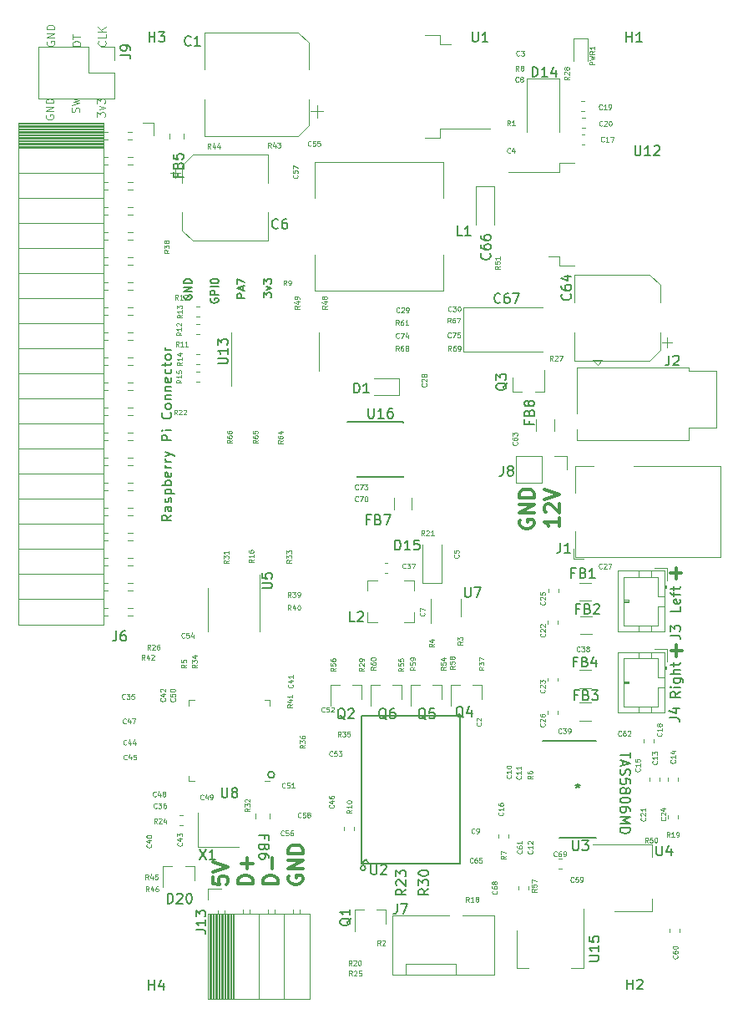
<source format=gbr>
G04 #@! TF.GenerationSoftware,KiCad,Pcbnew,(5.1.9)-1*
G04 #@! TF.CreationDate,2021-01-16T15:24:30-08:00*
G04 #@! TF.ProjectId,SJ-201-R6,534a2d32-3031-42d5-9236-2e6b69636164,rev?*
G04 #@! TF.SameCoordinates,Original*
G04 #@! TF.FileFunction,Legend,Top*
G04 #@! TF.FilePolarity,Positive*
%FSLAX46Y46*%
G04 Gerber Fmt 4.6, Leading zero omitted, Abs format (unit mm)*
G04 Created by KiCad (PCBNEW (5.1.9)-1) date 2021-01-16 15:24:30*
%MOMM*%
%LPD*%
G01*
G04 APERTURE LIST*
%ADD10C,0.150000*%
%ADD11C,0.100000*%
%ADD12C,0.300000*%
%ADD13C,0.120000*%
%ADD14C,0.152400*%
%ADD15C,0.050000*%
G04 APERTURE END LIST*
D10*
X16300000Y-27176071D02*
X16261904Y-27252261D01*
X16261904Y-27366547D01*
X16300000Y-27480833D01*
X16376190Y-27557023D01*
X16452380Y-27595119D01*
X16604761Y-27633214D01*
X16719047Y-27633214D01*
X16871428Y-27595119D01*
X16947619Y-27557023D01*
X17023809Y-27480833D01*
X17061904Y-27366547D01*
X17061904Y-27290357D01*
X17023809Y-27176071D01*
X16985714Y-27137976D01*
X16719047Y-27137976D01*
X16719047Y-27290357D01*
X17061904Y-26795119D02*
X16261904Y-26795119D01*
X17061904Y-26337976D01*
X16261904Y-26337976D01*
X17061904Y-25957023D02*
X16261904Y-25957023D01*
X16261904Y-25766547D01*
X16300000Y-25652261D01*
X16376190Y-25576071D01*
X16452380Y-25537976D01*
X16604761Y-25499880D01*
X16719047Y-25499880D01*
X16871428Y-25537976D01*
X16947619Y-25576071D01*
X17023809Y-25652261D01*
X17061904Y-25766547D01*
X17061904Y-25957023D01*
X19000000Y-27480833D02*
X18961904Y-27557023D01*
X18961904Y-27671309D01*
X19000000Y-27785595D01*
X19076190Y-27861785D01*
X19152380Y-27899880D01*
X19304761Y-27937976D01*
X19419047Y-27937976D01*
X19571428Y-27899880D01*
X19647619Y-27861785D01*
X19723809Y-27785595D01*
X19761904Y-27671309D01*
X19761904Y-27595119D01*
X19723809Y-27480833D01*
X19685714Y-27442738D01*
X19419047Y-27442738D01*
X19419047Y-27595119D01*
X19761904Y-27099880D02*
X18961904Y-27099880D01*
X18961904Y-26795119D01*
X19000000Y-26718928D01*
X19038095Y-26680833D01*
X19114285Y-26642738D01*
X19228571Y-26642738D01*
X19304761Y-26680833D01*
X19342857Y-26718928D01*
X19380952Y-26795119D01*
X19380952Y-27099880D01*
X19761904Y-26299880D02*
X18961904Y-26299880D01*
X18961904Y-25766547D02*
X18961904Y-25690357D01*
X19000000Y-25614166D01*
X19038095Y-25576071D01*
X19114285Y-25537976D01*
X19266666Y-25499880D01*
X19457142Y-25499880D01*
X19609523Y-25537976D01*
X19685714Y-25576071D01*
X19723809Y-25614166D01*
X19761904Y-25690357D01*
X19761904Y-25766547D01*
X19723809Y-25842738D01*
X19685714Y-25880833D01*
X19609523Y-25918928D01*
X19457142Y-25957023D01*
X19266666Y-25957023D01*
X19114285Y-25918928D01*
X19038095Y-25880833D01*
X19000000Y-25842738D01*
X18961904Y-25766547D01*
X22461904Y-27404642D02*
X21661904Y-27404642D01*
X21661904Y-27099880D01*
X21700000Y-27023690D01*
X21738095Y-26985595D01*
X21814285Y-26947500D01*
X21928571Y-26947500D01*
X22004761Y-26985595D01*
X22042857Y-27023690D01*
X22080952Y-27099880D01*
X22080952Y-27404642D01*
X22233333Y-26642738D02*
X22233333Y-26261785D01*
X22461904Y-26718928D02*
X21661904Y-26452261D01*
X22461904Y-26185595D01*
X21661904Y-25995119D02*
X21661904Y-25461785D01*
X22461904Y-25804642D01*
X24361904Y-27366547D02*
X24361904Y-26871309D01*
X24666666Y-27137976D01*
X24666666Y-27023690D01*
X24704761Y-26947500D01*
X24742857Y-26909404D01*
X24819047Y-26871309D01*
X25009523Y-26871309D01*
X25085714Y-26909404D01*
X25123809Y-26947500D01*
X25161904Y-27023690D01*
X25161904Y-27252261D01*
X25123809Y-27328452D01*
X25085714Y-27366547D01*
X24628571Y-26604642D02*
X25161904Y-26414166D01*
X24628571Y-26223690D01*
X24361904Y-25995119D02*
X24361904Y-25499880D01*
X24666666Y-25766547D01*
X24666666Y-25652261D01*
X24704761Y-25576071D01*
X24742857Y-25537976D01*
X24819047Y-25499880D01*
X25009523Y-25499880D01*
X25085714Y-25537976D01*
X25123809Y-25576071D01*
X25161904Y-25652261D01*
X25161904Y-25880833D01*
X25123809Y-25957023D01*
X25085714Y-25995119D01*
D11*
X2400000Y-1425476D02*
X2361904Y-1501666D01*
X2361904Y-1615952D01*
X2400000Y-1730238D01*
X2476190Y-1806428D01*
X2552380Y-1844523D01*
X2704761Y-1882619D01*
X2819047Y-1882619D01*
X2971428Y-1844523D01*
X3047619Y-1806428D01*
X3123809Y-1730238D01*
X3161904Y-1615952D01*
X3161904Y-1539761D01*
X3123809Y-1425476D01*
X3085714Y-1387380D01*
X2819047Y-1387380D01*
X2819047Y-1539761D01*
X3161904Y-1044523D02*
X2361904Y-1044523D01*
X3161904Y-587380D01*
X2361904Y-587380D01*
X3161904Y-206428D02*
X2361904Y-206428D01*
X2361904Y-15952D01*
X2400000Y98333D01*
X2476190Y174523D01*
X2552380Y212619D01*
X2704761Y250714D01*
X2819047Y250714D01*
X2971428Y212619D01*
X3047619Y174523D01*
X3123809Y98333D01*
X3161904Y-15952D01*
X3161904Y-206428D01*
X5761904Y-1844523D02*
X4961904Y-1844523D01*
X4961904Y-1654047D01*
X5000000Y-1539761D01*
X5076190Y-1463571D01*
X5152380Y-1425476D01*
X5304761Y-1387380D01*
X5419047Y-1387380D01*
X5571428Y-1425476D01*
X5647619Y-1463571D01*
X5723809Y-1539761D01*
X5761904Y-1654047D01*
X5761904Y-1844523D01*
X4961904Y-1158809D02*
X4961904Y-701666D01*
X5761904Y-930238D02*
X4961904Y-930238D01*
X8285714Y-1387380D02*
X8323809Y-1425476D01*
X8361904Y-1539761D01*
X8361904Y-1615952D01*
X8323809Y-1730238D01*
X8247619Y-1806428D01*
X8171428Y-1844523D01*
X8019047Y-1882619D01*
X7904761Y-1882619D01*
X7752380Y-1844523D01*
X7676190Y-1806428D01*
X7600000Y-1730238D01*
X7561904Y-1615952D01*
X7561904Y-1539761D01*
X7600000Y-1425476D01*
X7638095Y-1387380D01*
X8361904Y-663571D02*
X8361904Y-1044523D01*
X7561904Y-1044523D01*
X8361904Y-396904D02*
X7561904Y-396904D01*
X8361904Y60238D02*
X7904761Y-282619D01*
X7561904Y60238D02*
X8019047Y-396904D01*
X2300000Y-8893571D02*
X2261904Y-8969761D01*
X2261904Y-9084047D01*
X2300000Y-9198333D01*
X2376190Y-9274523D01*
X2452380Y-9312619D01*
X2604761Y-9350714D01*
X2719047Y-9350714D01*
X2871428Y-9312619D01*
X2947619Y-9274523D01*
X3023809Y-9198333D01*
X3061904Y-9084047D01*
X3061904Y-9007857D01*
X3023809Y-8893571D01*
X2985714Y-8855476D01*
X2719047Y-8855476D01*
X2719047Y-9007857D01*
X3061904Y-8512619D02*
X2261904Y-8512619D01*
X3061904Y-8055476D01*
X2261904Y-8055476D01*
X3061904Y-7674523D02*
X2261904Y-7674523D01*
X2261904Y-7484047D01*
X2300000Y-7369761D01*
X2376190Y-7293571D01*
X2452380Y-7255476D01*
X2604761Y-7217380D01*
X2719047Y-7217380D01*
X2871428Y-7255476D01*
X2947619Y-7293571D01*
X3023809Y-7369761D01*
X3061904Y-7484047D01*
X3061904Y-7674523D01*
X5623809Y-8588809D02*
X5661904Y-8474523D01*
X5661904Y-8284047D01*
X5623809Y-8207857D01*
X5585714Y-8169761D01*
X5509523Y-8131666D01*
X5433333Y-8131666D01*
X5357142Y-8169761D01*
X5319047Y-8207857D01*
X5280952Y-8284047D01*
X5242857Y-8436428D01*
X5204761Y-8512619D01*
X5166666Y-8550714D01*
X5090476Y-8588809D01*
X5014285Y-8588809D01*
X4938095Y-8550714D01*
X4900000Y-8512619D01*
X4861904Y-8436428D01*
X4861904Y-8245952D01*
X4900000Y-8131666D01*
X4861904Y-7865000D02*
X5661904Y-7674523D01*
X5090476Y-7522142D01*
X5661904Y-7369761D01*
X4861904Y-7179285D01*
X7461904Y-9084047D02*
X7461904Y-8588809D01*
X7766666Y-8855476D01*
X7766666Y-8741190D01*
X7804761Y-8665000D01*
X7842857Y-8626904D01*
X7919047Y-8588809D01*
X8109523Y-8588809D01*
X8185714Y-8626904D01*
X8223809Y-8665000D01*
X8261904Y-8741190D01*
X8261904Y-8969761D01*
X8223809Y-9045952D01*
X8185714Y-9084047D01*
X7728571Y-8322142D02*
X8261904Y-8131666D01*
X7728571Y-7941190D01*
X7461904Y-7712619D02*
X7461904Y-7217380D01*
X7766666Y-7484047D01*
X7766666Y-7369761D01*
X7804761Y-7293571D01*
X7842857Y-7255476D01*
X7919047Y-7217380D01*
X8109523Y-7217380D01*
X8185714Y-7255476D01*
X8223809Y-7293571D01*
X8261904Y-7369761D01*
X8261904Y-7598333D01*
X8223809Y-7674523D01*
X8185714Y-7712619D01*
D12*
X50375000Y-49942857D02*
X50303571Y-50085714D01*
X50303571Y-50300000D01*
X50375000Y-50514285D01*
X50517857Y-50657142D01*
X50660714Y-50728571D01*
X50946428Y-50800000D01*
X51160714Y-50800000D01*
X51446428Y-50728571D01*
X51589285Y-50657142D01*
X51732142Y-50514285D01*
X51803571Y-50300000D01*
X51803571Y-50157142D01*
X51732142Y-49942857D01*
X51660714Y-49871428D01*
X51160714Y-49871428D01*
X51160714Y-50157142D01*
X51803571Y-49228571D02*
X50303571Y-49228571D01*
X51803571Y-48371428D01*
X50303571Y-48371428D01*
X51803571Y-47657142D02*
X50303571Y-47657142D01*
X50303571Y-47300000D01*
X50375000Y-47085714D01*
X50517857Y-46942857D01*
X50660714Y-46871428D01*
X50946428Y-46800000D01*
X51160714Y-46800000D01*
X51446428Y-46871428D01*
X51589285Y-46942857D01*
X51732142Y-47085714D01*
X51803571Y-47300000D01*
X51803571Y-47657142D01*
X54353571Y-49728571D02*
X54353571Y-50585714D01*
X54353571Y-50157142D02*
X52853571Y-50157142D01*
X53067857Y-50300000D01*
X53210714Y-50442857D01*
X53282142Y-50585714D01*
X52996428Y-49157142D02*
X52925000Y-49085714D01*
X52853571Y-48942857D01*
X52853571Y-48585714D01*
X52925000Y-48442857D01*
X52996428Y-48371428D01*
X53139285Y-48300000D01*
X53282142Y-48300000D01*
X53496428Y-48371428D01*
X54353571Y-49228571D01*
X54353571Y-48300000D01*
X52853571Y-47871428D02*
X54353571Y-47371428D01*
X52853571Y-46871428D01*
X66236042Y-63741228D02*
X66236042Y-62598371D01*
X66807471Y-63169800D02*
X65664614Y-63169800D01*
X65595571Y-55326742D02*
X66738428Y-55326742D01*
X66167000Y-55898171D02*
X66167000Y-54755314D01*
X19203571Y-86083571D02*
X19203571Y-86797857D01*
X19917857Y-86869285D01*
X19846428Y-86797857D01*
X19775000Y-86655000D01*
X19775000Y-86297857D01*
X19846428Y-86155000D01*
X19917857Y-86083571D01*
X20060714Y-86012142D01*
X20417857Y-86012142D01*
X20560714Y-86083571D01*
X20632142Y-86155000D01*
X20703571Y-86297857D01*
X20703571Y-86655000D01*
X20632142Y-86797857D01*
X20560714Y-86869285D01*
X19203571Y-85583571D02*
X20703571Y-85083571D01*
X19203571Y-84583571D01*
X23253571Y-86797857D02*
X21753571Y-86797857D01*
X21753571Y-86440714D01*
X21825000Y-86226428D01*
X21967857Y-86083571D01*
X22110714Y-86012142D01*
X22396428Y-85940714D01*
X22610714Y-85940714D01*
X22896428Y-86012142D01*
X23039285Y-86083571D01*
X23182142Y-86226428D01*
X23253571Y-86440714D01*
X23253571Y-86797857D01*
X22682142Y-85297857D02*
X22682142Y-84155000D01*
X23253571Y-84726428D02*
X22110714Y-84726428D01*
X25803571Y-86797857D02*
X24303571Y-86797857D01*
X24303571Y-86440714D01*
X24375000Y-86226428D01*
X24517857Y-86083571D01*
X24660714Y-86012142D01*
X24946428Y-85940714D01*
X25160714Y-85940714D01*
X25446428Y-86012142D01*
X25589285Y-86083571D01*
X25732142Y-86226428D01*
X25803571Y-86440714D01*
X25803571Y-86797857D01*
X25232142Y-85297857D02*
X25232142Y-84155000D01*
X26925000Y-86012142D02*
X26853571Y-86155000D01*
X26853571Y-86369285D01*
X26925000Y-86583571D01*
X27067857Y-86726428D01*
X27210714Y-86797857D01*
X27496428Y-86869285D01*
X27710714Y-86869285D01*
X27996428Y-86797857D01*
X28139285Y-86726428D01*
X28282142Y-86583571D01*
X28353571Y-86369285D01*
X28353571Y-86226428D01*
X28282142Y-86012142D01*
X28210714Y-85940714D01*
X27710714Y-85940714D01*
X27710714Y-86226428D01*
X28353571Y-85297857D02*
X26853571Y-85297857D01*
X28353571Y-84440714D01*
X26853571Y-84440714D01*
X28353571Y-83726428D02*
X26853571Y-83726428D01*
X26853571Y-83369285D01*
X26925000Y-83155000D01*
X27067857Y-83012142D01*
X27210714Y-82940714D01*
X27496428Y-82869285D01*
X27710714Y-82869285D01*
X27996428Y-82940714D01*
X28139285Y-83012142D01*
X28282142Y-83155000D01*
X28353571Y-83369285D01*
X28353571Y-83726428D01*
D10*
X66609220Y-58683756D02*
X66609220Y-59159946D01*
X65609220Y-59159946D01*
X66561601Y-57969470D02*
X66609220Y-58064708D01*
X66609220Y-58255184D01*
X66561601Y-58350422D01*
X66466363Y-58398041D01*
X66085411Y-58398041D01*
X65990173Y-58350422D01*
X65942554Y-58255184D01*
X65942554Y-58064708D01*
X65990173Y-57969470D01*
X66085411Y-57921851D01*
X66180649Y-57921851D01*
X66275887Y-58398041D01*
X65942554Y-57636137D02*
X65942554Y-57255184D01*
X66609220Y-57493280D02*
X65752078Y-57493280D01*
X65656840Y-57445660D01*
X65609220Y-57350422D01*
X65609220Y-57255184D01*
X65942554Y-57064708D02*
X65942554Y-56683756D01*
X65609220Y-56921851D02*
X66466363Y-56921851D01*
X66561601Y-56874232D01*
X66609220Y-56778994D01*
X66609220Y-56683756D01*
X66581280Y-67324147D02*
X66105090Y-67657480D01*
X66581280Y-67895576D02*
X65581280Y-67895576D01*
X65581280Y-67514623D01*
X65628900Y-67419385D01*
X65676519Y-67371766D01*
X65771757Y-67324147D01*
X65914614Y-67324147D01*
X66009852Y-67371766D01*
X66057471Y-67419385D01*
X66105090Y-67514623D01*
X66105090Y-67895576D01*
X66581280Y-66895576D02*
X65914614Y-66895576D01*
X65581280Y-66895576D02*
X65628900Y-66943195D01*
X65676519Y-66895576D01*
X65628900Y-66847957D01*
X65581280Y-66895576D01*
X65676519Y-66895576D01*
X65914614Y-65990814D02*
X66724138Y-65990814D01*
X66819376Y-66038433D01*
X66866995Y-66086052D01*
X66914614Y-66181290D01*
X66914614Y-66324147D01*
X66866995Y-66419385D01*
X66533661Y-65990814D02*
X66581280Y-66086052D01*
X66581280Y-66276528D01*
X66533661Y-66371766D01*
X66486042Y-66419385D01*
X66390804Y-66467004D01*
X66105090Y-66467004D01*
X66009852Y-66419385D01*
X65962233Y-66371766D01*
X65914614Y-66276528D01*
X65914614Y-66086052D01*
X65962233Y-65990814D01*
X66581280Y-65514623D02*
X65581280Y-65514623D01*
X66581280Y-65086052D02*
X66057471Y-65086052D01*
X65962233Y-65133671D01*
X65914614Y-65228909D01*
X65914614Y-65371766D01*
X65962233Y-65467004D01*
X66009852Y-65514623D01*
X65914614Y-64752719D02*
X65914614Y-64371766D01*
X65581280Y-64609861D02*
X66438423Y-64609861D01*
X66533661Y-64562242D01*
X66581280Y-64467004D01*
X66581280Y-64371766D01*
X15014200Y-49433097D02*
X14538010Y-49766430D01*
X15014200Y-50004525D02*
X14014200Y-50004525D01*
X14014200Y-49623573D01*
X14061820Y-49528335D01*
X14109439Y-49480716D01*
X14204677Y-49433097D01*
X14347534Y-49433097D01*
X14442772Y-49480716D01*
X14490391Y-49528335D01*
X14538010Y-49623573D01*
X14538010Y-50004525D01*
X15014200Y-48575954D02*
X14490391Y-48575954D01*
X14395153Y-48623573D01*
X14347534Y-48718811D01*
X14347534Y-48909287D01*
X14395153Y-49004525D01*
X14966581Y-48575954D02*
X15014200Y-48671192D01*
X15014200Y-48909287D01*
X14966581Y-49004525D01*
X14871343Y-49052144D01*
X14776105Y-49052144D01*
X14680867Y-49004525D01*
X14633248Y-48909287D01*
X14633248Y-48671192D01*
X14585629Y-48575954D01*
X14966581Y-48147382D02*
X15014200Y-48052144D01*
X15014200Y-47861668D01*
X14966581Y-47766430D01*
X14871343Y-47718811D01*
X14823724Y-47718811D01*
X14728486Y-47766430D01*
X14680867Y-47861668D01*
X14680867Y-48004525D01*
X14633248Y-48099763D01*
X14538010Y-48147382D01*
X14490391Y-48147382D01*
X14395153Y-48099763D01*
X14347534Y-48004525D01*
X14347534Y-47861668D01*
X14395153Y-47766430D01*
X14347534Y-47290240D02*
X15347534Y-47290240D01*
X14395153Y-47290240D02*
X14347534Y-47195001D01*
X14347534Y-47004525D01*
X14395153Y-46909287D01*
X14442772Y-46861668D01*
X14538010Y-46814049D01*
X14823724Y-46814049D01*
X14918962Y-46861668D01*
X14966581Y-46909287D01*
X15014200Y-47004525D01*
X15014200Y-47195001D01*
X14966581Y-47290240D01*
X15014200Y-46385478D02*
X14014200Y-46385478D01*
X14395153Y-46385478D02*
X14347534Y-46290240D01*
X14347534Y-46099763D01*
X14395153Y-46004525D01*
X14442772Y-45956906D01*
X14538010Y-45909287D01*
X14823724Y-45909287D01*
X14918962Y-45956906D01*
X14966581Y-46004525D01*
X15014200Y-46099763D01*
X15014200Y-46290240D01*
X14966581Y-46385478D01*
X14966581Y-45099763D02*
X15014200Y-45195001D01*
X15014200Y-45385478D01*
X14966581Y-45480716D01*
X14871343Y-45528335D01*
X14490391Y-45528335D01*
X14395153Y-45480716D01*
X14347534Y-45385478D01*
X14347534Y-45195001D01*
X14395153Y-45099763D01*
X14490391Y-45052144D01*
X14585629Y-45052144D01*
X14680867Y-45528335D01*
X15014200Y-44623573D02*
X14347534Y-44623573D01*
X14538010Y-44623573D02*
X14442772Y-44575954D01*
X14395153Y-44528335D01*
X14347534Y-44433097D01*
X14347534Y-44337859D01*
X15014200Y-44004525D02*
X14347534Y-44004525D01*
X14538010Y-44004525D02*
X14442772Y-43956906D01*
X14395153Y-43909287D01*
X14347534Y-43814049D01*
X14347534Y-43718811D01*
X14347534Y-43480716D02*
X15014200Y-43242620D01*
X14347534Y-43004525D02*
X15014200Y-43242620D01*
X15252296Y-43337859D01*
X15299915Y-43385478D01*
X15347534Y-43480716D01*
X15014200Y-41861668D02*
X14014200Y-41861668D01*
X14014200Y-41480716D01*
X14061820Y-41385478D01*
X14109439Y-41337859D01*
X14204677Y-41290240D01*
X14347534Y-41290240D01*
X14442772Y-41337859D01*
X14490391Y-41385478D01*
X14538010Y-41480716D01*
X14538010Y-41861668D01*
X15014200Y-40861668D02*
X14347534Y-40861668D01*
X14014200Y-40861668D02*
X14061820Y-40909287D01*
X14109439Y-40861668D01*
X14061820Y-40814049D01*
X14014200Y-40861668D01*
X14109439Y-40861668D01*
X14918962Y-39052144D02*
X14966581Y-39099763D01*
X15014200Y-39242620D01*
X15014200Y-39337859D01*
X14966581Y-39480716D01*
X14871343Y-39575954D01*
X14776105Y-39623573D01*
X14585629Y-39671192D01*
X14442772Y-39671192D01*
X14252296Y-39623573D01*
X14157058Y-39575954D01*
X14061820Y-39480716D01*
X14014200Y-39337859D01*
X14014200Y-39242620D01*
X14061820Y-39099763D01*
X14109439Y-39052144D01*
X15014200Y-38480716D02*
X14966581Y-38575954D01*
X14918962Y-38623573D01*
X14823724Y-38671192D01*
X14538010Y-38671192D01*
X14442772Y-38623573D01*
X14395153Y-38575954D01*
X14347534Y-38480716D01*
X14347534Y-38337859D01*
X14395153Y-38242620D01*
X14442772Y-38195001D01*
X14538010Y-38147382D01*
X14823724Y-38147382D01*
X14918962Y-38195001D01*
X14966581Y-38242620D01*
X15014200Y-38337859D01*
X15014200Y-38480716D01*
X14347534Y-37718811D02*
X15014200Y-37718811D01*
X14442772Y-37718811D02*
X14395153Y-37671192D01*
X14347534Y-37575954D01*
X14347534Y-37433097D01*
X14395153Y-37337859D01*
X14490391Y-37290240D01*
X15014200Y-37290240D01*
X14347534Y-36814049D02*
X15014200Y-36814049D01*
X14442772Y-36814049D02*
X14395153Y-36766430D01*
X14347534Y-36671192D01*
X14347534Y-36528335D01*
X14395153Y-36433097D01*
X14490391Y-36385478D01*
X15014200Y-36385478D01*
X14966581Y-35528335D02*
X15014200Y-35623573D01*
X15014200Y-35814049D01*
X14966581Y-35909287D01*
X14871343Y-35956906D01*
X14490391Y-35956906D01*
X14395153Y-35909287D01*
X14347534Y-35814049D01*
X14347534Y-35623573D01*
X14395153Y-35528335D01*
X14490391Y-35480716D01*
X14585629Y-35480716D01*
X14680867Y-35956906D01*
X14966581Y-34623573D02*
X15014200Y-34718811D01*
X15014200Y-34909287D01*
X14966581Y-35004525D01*
X14918962Y-35052144D01*
X14823724Y-35099763D01*
X14538010Y-35099763D01*
X14442772Y-35052144D01*
X14395153Y-35004525D01*
X14347534Y-34909287D01*
X14347534Y-34718811D01*
X14395153Y-34623573D01*
X14347534Y-34337859D02*
X14347534Y-33956906D01*
X14014200Y-34195001D02*
X14871343Y-34195001D01*
X14966581Y-34147382D01*
X15014200Y-34052144D01*
X15014200Y-33956906D01*
X15014200Y-33480716D02*
X14966581Y-33575954D01*
X14918962Y-33623573D01*
X14823724Y-33671192D01*
X14538010Y-33671192D01*
X14442772Y-33623573D01*
X14395153Y-33575954D01*
X14347534Y-33480716D01*
X14347534Y-33337859D01*
X14395153Y-33242620D01*
X14442772Y-33195001D01*
X14538010Y-33147382D01*
X14823724Y-33147382D01*
X14918962Y-33195001D01*
X14966581Y-33242620D01*
X15014200Y-33337859D01*
X15014200Y-33480716D01*
X15014200Y-32718811D02*
X14347534Y-32718811D01*
X14538010Y-32718811D02*
X14442772Y-32671192D01*
X14395153Y-32623573D01*
X14347534Y-32528335D01*
X14347534Y-32433097D01*
D13*
G04 #@! TO.C,U8*
X17318800Y-76423800D02*
X16768800Y-76423800D01*
X16768800Y-76423800D02*
X16768800Y-75873800D01*
X24438800Y-68203800D02*
X24988800Y-68203800D01*
X24988800Y-68203800D02*
X24988800Y-68753800D01*
X17318800Y-68203800D02*
X16768800Y-68203800D01*
X16768800Y-68203800D02*
X16768800Y-68753800D01*
X24438800Y-76423800D02*
X24988800Y-76423800D01*
D10*
X25454210Y-75753800D02*
G75*
G03*
X25454210Y-75753800I-335410J0D01*
G01*
D13*
G04 #@! TO.C,R15*
X17537221Y-34878240D02*
X17862779Y-34878240D01*
X17537221Y-35898240D02*
X17862779Y-35898240D01*
G04 #@! TO.C,Q3*
X49620000Y-36910000D02*
X50550000Y-36910000D01*
X52780000Y-36910000D02*
X51850000Y-36910000D01*
X52780000Y-36910000D02*
X52780000Y-34750000D01*
X49620000Y-36910000D02*
X49620000Y-35450000D01*
G04 #@! TO.C,R19*
X65340000Y-80212779D02*
X65340000Y-79887221D01*
X66360000Y-80212779D02*
X66360000Y-79887221D01*
G04 #@! TO.C,J9*
X1490000Y-1970000D02*
X1490000Y-7170000D01*
X6630000Y-1970000D02*
X1490000Y-1970000D01*
X9230000Y-7170000D02*
X1490000Y-7170000D01*
X6630000Y-1970000D02*
X6630000Y-4570000D01*
X6630000Y-4570000D02*
X9230000Y-4570000D01*
X9230000Y-4570000D02*
X9230000Y-7170000D01*
X7900000Y-1970000D02*
X9230000Y-1970000D01*
X9230000Y-1970000D02*
X9230000Y-3300000D01*
G04 #@! TO.C,Q6*
X38346666Y-66640000D02*
X38346666Y-68100000D01*
X35186666Y-66640000D02*
X35186666Y-68800000D01*
X35186666Y-66640000D02*
X36116666Y-66640000D01*
X38346666Y-66640000D02*
X37416666Y-66640000D01*
G04 #@! TO.C,J8*
X49930000Y-43470000D02*
X49930000Y-46130000D01*
X52530000Y-43470000D02*
X49930000Y-43470000D01*
X52530000Y-46130000D02*
X49930000Y-46130000D01*
X52530000Y-43470000D02*
X52530000Y-46130000D01*
X53800000Y-43470000D02*
X55130000Y-43470000D01*
X55130000Y-43470000D02*
X55130000Y-44800000D01*
D10*
G04 #@! TO.C,U16*
X38500000Y-40000000D02*
X38500000Y-40100000D01*
X38525000Y-45525000D02*
X38525000Y-45500000D01*
X33875000Y-45525000D02*
X33875000Y-45500000D01*
X32800000Y-40000000D02*
X38500000Y-40000000D01*
X33875000Y-45525000D02*
X38525000Y-45525000D01*
D13*
G04 #@! TO.C,FB7*
X37540000Y-48902064D02*
X37540000Y-47697936D01*
X39360000Y-48902064D02*
X39360000Y-47697936D01*
G04 #@! TO.C,J2*
X57700000Y-33700000D02*
X58200000Y-34200000D01*
X58700000Y-33700000D02*
X57700000Y-33700000D01*
X58200000Y-34200000D02*
X58700000Y-33700000D01*
X67500000Y-34500000D02*
X56100000Y-34500000D01*
X56100000Y-34500000D02*
X56100000Y-39100000D01*
X56100000Y-41800000D02*
X56100000Y-40700000D01*
X67500000Y-40600000D02*
X67500000Y-41800000D01*
X67500000Y-34500000D02*
X67500000Y-34800000D01*
X70300000Y-40600000D02*
X70300000Y-34800000D01*
X67500000Y-41800000D02*
X56100000Y-41800000D01*
X67500000Y-40600000D02*
X70300000Y-40600000D01*
X67500000Y-34800000D02*
X70300000Y-34800000D01*
G04 #@! TO.C,J7*
X37450000Y-90000000D02*
X43200000Y-90000000D01*
X44550000Y-90050000D02*
X47750000Y-90050000D01*
X47750000Y-90050000D02*
X47750000Y-96000000D01*
X47750000Y-96000000D02*
X37450000Y-96000000D01*
X37450000Y-96000000D02*
X37450000Y-90000000D01*
X38800000Y-95900000D02*
X38800000Y-94890000D01*
X38800000Y-94890000D02*
X43880000Y-94890000D01*
X43880000Y-94890000D02*
X43880000Y-95900000D01*
G04 #@! TO.C,U15*
X49990000Y-95310000D02*
X51250000Y-95310000D01*
X56810000Y-95310000D02*
X55550000Y-95310000D01*
X49990000Y-91550000D02*
X49990000Y-95310000D01*
X56810000Y-89300000D02*
X56810000Y-95310000D01*
G04 #@! TO.C,Q5*
X42413332Y-66640000D02*
X42413332Y-68100000D01*
X39253332Y-66640000D02*
X39253332Y-68800000D01*
X39253332Y-66640000D02*
X40183332Y-66640000D01*
X42413332Y-66640000D02*
X41483332Y-66640000D01*
G04 #@! TO.C,Q4*
X46480000Y-66640000D02*
X46480000Y-68100000D01*
X43320000Y-66640000D02*
X43320000Y-68800000D01*
X43320000Y-66640000D02*
X44250000Y-66640000D01*
X46480000Y-66640000D02*
X45550000Y-66640000D01*
G04 #@! TO.C,Q2*
X34280000Y-66640000D02*
X34280000Y-68100000D01*
X31120000Y-66640000D02*
X31120000Y-68800000D01*
X31120000Y-66640000D02*
X32050000Y-66640000D01*
X34280000Y-66640000D02*
X33350000Y-66640000D01*
G04 #@! TO.C,C69*
X54237221Y-84290000D02*
X54562779Y-84290000D01*
X54237221Y-85310000D02*
X54562779Y-85310000D01*
G04 #@! TO.C,Q1*
X36730000Y-89440000D02*
X36730000Y-90900000D01*
X33570000Y-89440000D02*
X33570000Y-91600000D01*
X33570000Y-89440000D02*
X34500000Y-89440000D01*
X36730000Y-89440000D02*
X35800000Y-89440000D01*
G04 #@! TO.C,U13*
X21107240Y-32852360D02*
X21107240Y-36302360D01*
X21107240Y-32852360D02*
X21107240Y-30902360D01*
X29977240Y-32852360D02*
X29977240Y-34802360D01*
X29977240Y-32852360D02*
X29977240Y-30902360D01*
G04 #@! TO.C,L2*
X39623940Y-60315820D02*
X39623940Y-59290820D01*
X39623940Y-60315820D02*
X38598940Y-60315820D01*
X34853940Y-60315820D02*
X35878940Y-60315820D01*
X34853940Y-60315820D02*
X34853940Y-59290820D01*
X34853940Y-56095820D02*
X34853940Y-57120820D01*
X39623940Y-56095820D02*
X39623940Y-57120820D01*
X34853940Y-56095820D02*
X35878940Y-56095820D01*
X39623940Y-56095820D02*
X38598940Y-56095820D01*
G04 #@! TO.C,J1*
X55755360Y-52834840D02*
X55755360Y-53884840D01*
X56805360Y-53884840D02*
X55755360Y-53884840D01*
X61855360Y-44484840D02*
X70655360Y-44484840D01*
X70655360Y-44484840D02*
X70655360Y-53684840D01*
X55955360Y-47184840D02*
X55955360Y-44484840D01*
X55955360Y-44484840D02*
X57855360Y-44484840D01*
X70655360Y-53684840D02*
X55955360Y-53684840D01*
X55955360Y-53684840D02*
X55955360Y-51084840D01*
G04 #@! TO.C,C67*
X44590000Y-32860000D02*
X52650000Y-32860000D01*
X44590000Y-28340000D02*
X44590000Y-32860000D01*
X52650000Y-28340000D02*
X44590000Y-28340000D01*
G04 #@! TO.C,U12*
X55837160Y-13728080D02*
X54337160Y-13728080D01*
X54337160Y-13728080D02*
X54337160Y-14678080D01*
X54337160Y-14678080D02*
X49212160Y-14678080D01*
X55837160Y-24128080D02*
X54337160Y-24128080D01*
X54337160Y-24128080D02*
X54337160Y-23178080D01*
X54337160Y-23178080D02*
X53237160Y-23178080D01*
G04 #@! TO.C,J4*
X65279800Y-63019600D02*
X64029800Y-63019600D01*
X65279800Y-64269600D02*
X65279800Y-63019600D01*
X60869800Y-66379600D02*
X61369800Y-66379600D01*
X61369800Y-66479600D02*
X60869800Y-66479600D01*
X61369800Y-66279600D02*
X61369800Y-66479600D01*
X60869800Y-66279600D02*
X61369800Y-66279600D01*
X62369800Y-69439600D02*
X62369800Y-68829600D01*
X63669800Y-69439600D02*
X63669800Y-68829600D01*
X62369800Y-63319600D02*
X62369800Y-63929600D01*
X63669800Y-63319600D02*
X63669800Y-63929600D01*
X64369800Y-66879600D02*
X64979800Y-66879600D01*
X64369800Y-68829600D02*
X64369800Y-66879600D01*
X60869800Y-68829600D02*
X64369800Y-68829600D01*
X60869800Y-63929600D02*
X60869800Y-68829600D01*
X64369800Y-63929600D02*
X60869800Y-63929600D01*
X64369800Y-65879600D02*
X64369800Y-63929600D01*
X64979800Y-65879600D02*
X64369800Y-65879600D01*
X65079800Y-65079600D02*
X65079800Y-64779600D01*
X65179800Y-64779600D02*
X64979800Y-64779600D01*
X65179800Y-65079600D02*
X65179800Y-64779600D01*
X64979800Y-65079600D02*
X65179800Y-65079600D01*
X64979800Y-69439600D02*
X64979800Y-63319600D01*
X60259800Y-69439600D02*
X64979800Y-69439600D01*
X60259800Y-63319600D02*
X60259800Y-69439600D01*
X64979800Y-63319600D02*
X60259800Y-63319600D01*
G04 #@! TO.C,J3*
X65279800Y-54790000D02*
X64029800Y-54790000D01*
X65279800Y-56040000D02*
X65279800Y-54790000D01*
X60869800Y-58150000D02*
X61369800Y-58150000D01*
X61369800Y-58250000D02*
X60869800Y-58250000D01*
X61369800Y-58050000D02*
X61369800Y-58250000D01*
X60869800Y-58050000D02*
X61369800Y-58050000D01*
X62369800Y-61210000D02*
X62369800Y-60600000D01*
X63669800Y-61210000D02*
X63669800Y-60600000D01*
X62369800Y-55090000D02*
X62369800Y-55700000D01*
X63669800Y-55090000D02*
X63669800Y-55700000D01*
X64369800Y-58650000D02*
X64979800Y-58650000D01*
X64369800Y-60600000D02*
X64369800Y-58650000D01*
X60869800Y-60600000D02*
X64369800Y-60600000D01*
X60869800Y-55700000D02*
X60869800Y-60600000D01*
X64369800Y-55700000D02*
X60869800Y-55700000D01*
X64369800Y-57650000D02*
X64369800Y-55700000D01*
X64979800Y-57650000D02*
X64369800Y-57650000D01*
X65079800Y-56850000D02*
X65079800Y-56550000D01*
X65179800Y-56550000D02*
X64979800Y-56550000D01*
X65179800Y-56850000D02*
X65179800Y-56550000D01*
X64979800Y-56850000D02*
X65179800Y-56850000D01*
X64979800Y-61210000D02*
X64979800Y-55090000D01*
X60259800Y-61210000D02*
X64979800Y-61210000D01*
X60259800Y-55090000D02*
X60259800Y-61210000D01*
X64979800Y-55090000D02*
X60259800Y-55090000D01*
G04 #@! TO.C,C66*
X47711640Y-20020080D02*
X47711640Y-16110080D01*
X47711640Y-16110080D02*
X45841640Y-16110080D01*
X45841640Y-16110080D02*
X45841640Y-20020080D01*
G04 #@! TO.C,U4*
X57700000Y-82790000D02*
X63710000Y-82790000D01*
X59950000Y-89610000D02*
X63710000Y-89610000D01*
X63710000Y-82790000D02*
X63710000Y-84050000D01*
X63710000Y-89610000D02*
X63710000Y-88350000D01*
D14*
G04 #@! TO.C,U3*
X52618700Y-72314100D02*
X58068701Y-72314100D01*
X54368701Y-82114098D02*
X58068701Y-82114098D01*
D13*
G04 #@! TO.C,L1*
X42550000Y-17250000D02*
X42550000Y-13650000D01*
X42550000Y-13650000D02*
X29550000Y-13650000D01*
X29550000Y-13650000D02*
X29550000Y-17250000D01*
X42550000Y-23050000D02*
X42550000Y-26650000D01*
X42550000Y-26650000D02*
X29550000Y-26650000D01*
X29550000Y-26650000D02*
X29550000Y-23050000D01*
D10*
G04 #@! TO.C,U2*
X34686500Y-85208200D02*
G75*
G03*
X34686500Y-85208200I-254000J0D01*
G01*
X34258500Y-84770700D02*
X44258500Y-84770700D01*
X44258500Y-84770700D02*
X44258500Y-69770700D01*
X44258500Y-69770700D02*
X34258500Y-69770700D01*
X34258500Y-69770700D02*
X34258500Y-84770700D01*
X34258500Y-84770700D02*
X34686500Y-84382700D01*
X34686500Y-84382700D02*
X35004000Y-84763700D01*
D13*
G04 #@! TO.C,R10*
X32490000Y-81362779D02*
X32490000Y-81037221D01*
X33510000Y-81362779D02*
X33510000Y-81037221D01*
G04 #@! TO.C,R7*
X49201800Y-81790321D02*
X49201800Y-82115879D01*
X48181800Y-81790321D02*
X48181800Y-82115879D01*
G04 #@! TO.C,C26*
X53172900Y-69606379D02*
X53172900Y-69280821D01*
X54192900Y-69606379D02*
X54192900Y-69280821D01*
G04 #@! TO.C,C25*
X53236400Y-57249279D02*
X53236400Y-56923721D01*
X54256400Y-57249279D02*
X54256400Y-56923721D01*
G04 #@! TO.C,C23*
X53185600Y-66253579D02*
X53185600Y-65928021D01*
X54205600Y-66253579D02*
X54205600Y-65928021D01*
G04 #@! TO.C,C22*
X53198300Y-60475079D02*
X53198300Y-60149521D01*
X54218300Y-60475079D02*
X54218300Y-60149521D01*
G04 #@! TO.C,C20*
X56932779Y-10170000D02*
X56607221Y-10170000D01*
X56932779Y-9150000D02*
X56607221Y-9150000D01*
G04 #@! TO.C,C19*
X56912779Y-8500000D02*
X56587221Y-8500000D01*
X56912779Y-7480000D02*
X56587221Y-7480000D01*
G04 #@! TO.C,C18*
X63946500Y-72176421D02*
X63946500Y-72501979D01*
X62926500Y-72176421D02*
X62926500Y-72501979D01*
G04 #@! TO.C,C17*
X56922779Y-11900000D02*
X56597221Y-11900000D01*
X56922779Y-10880000D02*
X56597221Y-10880000D01*
G04 #@! TO.C,C14*
X66363700Y-76041321D02*
X66363700Y-76366879D01*
X65343700Y-76041321D02*
X65343700Y-76366879D01*
G04 #@! TO.C,C13*
X64538700Y-76041321D02*
X64538700Y-76366879D01*
X63518700Y-76041321D02*
X63518700Y-76366879D01*
G04 #@! TO.C,R57*
X51254120Y-87030341D02*
X51254120Y-87355899D01*
X50234120Y-87030341D02*
X50234120Y-87355899D01*
G04 #@! TO.C,R12*
X17537221Y-30077296D02*
X17862779Y-30077296D01*
X17537221Y-31097296D02*
X17862779Y-31097296D01*
G04 #@! TO.C,R14*
X17537221Y-33104592D02*
X17862779Y-33104592D01*
X17537221Y-34124592D02*
X17862779Y-34124592D01*
G04 #@! TO.C,R13*
X17537221Y-28303648D02*
X17862779Y-28303648D01*
X17537221Y-29323648D02*
X17862779Y-29323648D01*
G04 #@! TO.C,J13*
X18720000Y-88400000D02*
X18720000Y-87290000D01*
X18720000Y-87290000D02*
X20050000Y-87290000D01*
X18720000Y-98490000D02*
X29000000Y-98490000D01*
X29000000Y-98490000D02*
X29000000Y-89860000D01*
X18720000Y-89860000D02*
X29000000Y-89860000D01*
X18720000Y-98490000D02*
X18720000Y-89860000D01*
X26400000Y-98490000D02*
X26400000Y-89860000D01*
X23860000Y-98490000D02*
X23860000Y-89860000D01*
X21320000Y-98490000D02*
X21320000Y-89860000D01*
X28030000Y-89860000D02*
X28030000Y-89450000D01*
X27310000Y-89860000D02*
X27310000Y-89450000D01*
X25490000Y-89860000D02*
X25490000Y-89450000D01*
X24770000Y-89860000D02*
X24770000Y-89450000D01*
X22950000Y-89860000D02*
X22950000Y-89450000D01*
X22230000Y-89860000D02*
X22230000Y-89450000D01*
X20410000Y-89860000D02*
X20410000Y-89510000D01*
X19690000Y-89860000D02*
X19690000Y-89510000D01*
X21201900Y-98490000D02*
X21201900Y-89860000D01*
X21083805Y-98490000D02*
X21083805Y-89860000D01*
X20965710Y-98490000D02*
X20965710Y-89860000D01*
X20847615Y-98490000D02*
X20847615Y-89860000D01*
X20729520Y-98490000D02*
X20729520Y-89860000D01*
X20611425Y-98490000D02*
X20611425Y-89860000D01*
X20493330Y-98490000D02*
X20493330Y-89860000D01*
X20375235Y-98490000D02*
X20375235Y-89860000D01*
X20257140Y-98490000D02*
X20257140Y-89860000D01*
X20139045Y-98490000D02*
X20139045Y-89860000D01*
X20020950Y-98490000D02*
X20020950Y-89860000D01*
X19902855Y-98490000D02*
X19902855Y-89860000D01*
X19784760Y-98490000D02*
X19784760Y-89860000D01*
X19666665Y-98490000D02*
X19666665Y-89860000D01*
X19548570Y-98490000D02*
X19548570Y-89860000D01*
X19430475Y-98490000D02*
X19430475Y-89860000D01*
X19312380Y-98490000D02*
X19312380Y-89860000D01*
X19194285Y-98490000D02*
X19194285Y-89860000D01*
X19076190Y-98490000D02*
X19076190Y-89860000D01*
X18958095Y-98490000D02*
X18958095Y-89860000D01*
X18840000Y-98490000D02*
X18840000Y-89860000D01*
G04 #@! TO.C,FB5*
X14840000Y-10791422D02*
X14840000Y-11308578D01*
X16260000Y-10791422D02*
X16260000Y-11308578D01*
G04 #@! TO.C,D15*
X40437560Y-56328320D02*
X40437560Y-52428320D01*
X42437560Y-56328320D02*
X42437560Y-52428320D01*
X40437560Y-56328320D02*
X42437560Y-56328320D01*
G04 #@! TO.C,C37*
X36608801Y-55291900D02*
X36934359Y-55291900D01*
X36608801Y-54271900D02*
X36934359Y-54271900D01*
G04 #@! TO.C,U7*
X41322020Y-57948120D02*
X41322020Y-60378120D01*
X44392020Y-59708120D02*
X44392020Y-57948120D01*
G04 #@! TO.C,C64*
X65300000Y-32410000D02*
X65300000Y-31410000D01*
X65800000Y-31910000D02*
X64800000Y-31910000D01*
X64560000Y-26104437D02*
X63495563Y-25040000D01*
X64560000Y-32695563D02*
X63495563Y-33760000D01*
X64560000Y-32695563D02*
X64560000Y-30910000D01*
X64560000Y-26104437D02*
X64560000Y-27890000D01*
X63495563Y-25040000D02*
X55840000Y-25040000D01*
X63495563Y-33760000D02*
X55840000Y-33760000D01*
X55840000Y-33760000D02*
X55840000Y-30910000D01*
X55840000Y-25040000D02*
X55840000Y-27890000D01*
G04 #@! TO.C,C6*
X15374940Y-14246760D02*
X15374940Y-15246760D01*
X14874940Y-14746760D02*
X15874940Y-14746760D01*
X16114940Y-20552323D02*
X17179377Y-21616760D01*
X16114940Y-13961197D02*
X17179377Y-12896760D01*
X16114940Y-13961197D02*
X16114940Y-15746760D01*
X16114940Y-20552323D02*
X16114940Y-18766760D01*
X17179377Y-21616760D02*
X24834940Y-21616760D01*
X17179377Y-12896760D02*
X24834940Y-12896760D01*
X24834940Y-12896760D02*
X24834940Y-15746760D01*
X24834940Y-21616760D02*
X24834940Y-18766760D01*
G04 #@! TO.C,R24*
X16162779Y-79890000D02*
X15837221Y-79890000D01*
X16162779Y-80910000D02*
X15837221Y-80910000D01*
G04 #@! TO.C,X1*
X17673200Y-83091800D02*
X21873200Y-83091800D01*
X17673200Y-79591800D02*
X17673200Y-83091800D01*
G04 #@! TO.C,FB8*
X53810000Y-40902064D02*
X53810000Y-39697936D01*
X51990000Y-40902064D02*
X51990000Y-39697936D01*
G04 #@! TO.C,FB4*
X57599664Y-65130000D02*
X56395536Y-65130000D01*
X57599664Y-66950000D02*
X56395536Y-66950000D01*
G04 #@! TO.C,FB3*
X57599664Y-68432000D02*
X56395536Y-68432000D01*
X57599664Y-70252000D02*
X56395536Y-70252000D01*
G04 #@! TO.C,FB2*
X57637764Y-59669000D02*
X56433636Y-59669000D01*
X57637764Y-61489000D02*
X56433636Y-61489000D01*
G04 #@! TO.C,FB1*
X57599664Y-56303500D02*
X56395536Y-56303500D01*
X57599664Y-58123500D02*
X56395536Y-58123500D01*
G04 #@! TO.C,U5*
X23910000Y-59050000D02*
X23910000Y-55450000D01*
X23910000Y-59050000D02*
X23910000Y-61250000D01*
X18690000Y-59050000D02*
X18690000Y-56850000D01*
X18690000Y-59050000D02*
X18690000Y-61250000D01*
G04 #@! TO.C,FB6*
X24973060Y-80170698D02*
X24973060Y-79653542D01*
X23553060Y-80170698D02*
X23553060Y-79653542D01*
G04 #@! TO.C,J6*
X-537060Y-9767880D02*
X8092940Y-9767880D01*
X-537060Y-9885975D02*
X8092940Y-9885975D01*
X-537060Y-10004070D02*
X8092940Y-10004070D01*
X-537060Y-10122165D02*
X8092940Y-10122165D01*
X-537060Y-10240260D02*
X8092940Y-10240260D01*
X-537060Y-10358355D02*
X8092940Y-10358355D01*
X-537060Y-10476450D02*
X8092940Y-10476450D01*
X-537060Y-10594545D02*
X8092940Y-10594545D01*
X-537060Y-10712640D02*
X8092940Y-10712640D01*
X-537060Y-10830735D02*
X8092940Y-10830735D01*
X-537060Y-10948830D02*
X8092940Y-10948830D01*
X-537060Y-11066925D02*
X8092940Y-11066925D01*
X-537060Y-11185020D02*
X8092940Y-11185020D01*
X-537060Y-11303115D02*
X8092940Y-11303115D01*
X-537060Y-11421210D02*
X8092940Y-11421210D01*
X-537060Y-11539305D02*
X8092940Y-11539305D01*
X-537060Y-11657400D02*
X8092940Y-11657400D01*
X-537060Y-11775495D02*
X8092940Y-11775495D01*
X-537060Y-11893590D02*
X8092940Y-11893590D01*
X-537060Y-12011685D02*
X8092940Y-12011685D01*
X-537060Y-12129780D02*
X8092940Y-12129780D01*
X8092940Y-10617880D02*
X8502940Y-10617880D01*
X10602940Y-10617880D02*
X10982940Y-10617880D01*
X8092940Y-11337880D02*
X8502940Y-11337880D01*
X10602940Y-11337880D02*
X10982940Y-11337880D01*
X8092940Y-13157880D02*
X8502940Y-13157880D01*
X10602940Y-13157880D02*
X11042940Y-13157880D01*
X8092940Y-13877880D02*
X8502940Y-13877880D01*
X10602940Y-13877880D02*
X11042940Y-13877880D01*
X8092940Y-15697880D02*
X8502940Y-15697880D01*
X10602940Y-15697880D02*
X11042940Y-15697880D01*
X8092940Y-16417880D02*
X8502940Y-16417880D01*
X10602940Y-16417880D02*
X11042940Y-16417880D01*
X8092940Y-18237880D02*
X8502940Y-18237880D01*
X10602940Y-18237880D02*
X11042940Y-18237880D01*
X8092940Y-18957880D02*
X8502940Y-18957880D01*
X10602940Y-18957880D02*
X11042940Y-18957880D01*
X8092940Y-20777880D02*
X8502940Y-20777880D01*
X10602940Y-20777880D02*
X11042940Y-20777880D01*
X8092940Y-21497880D02*
X8502940Y-21497880D01*
X10602940Y-21497880D02*
X11042940Y-21497880D01*
X8092940Y-23317880D02*
X8502940Y-23317880D01*
X10602940Y-23317880D02*
X11042940Y-23317880D01*
X8092940Y-24037880D02*
X8502940Y-24037880D01*
X10602940Y-24037880D02*
X11042940Y-24037880D01*
X8092940Y-25857880D02*
X8502940Y-25857880D01*
X10602940Y-25857880D02*
X11042940Y-25857880D01*
X8092940Y-26577880D02*
X8502940Y-26577880D01*
X10602940Y-26577880D02*
X11042940Y-26577880D01*
X8092940Y-28397880D02*
X8502940Y-28397880D01*
X10602940Y-28397880D02*
X11042940Y-28397880D01*
X8092940Y-29117880D02*
X8502940Y-29117880D01*
X10602940Y-29117880D02*
X11042940Y-29117880D01*
X8092940Y-30937880D02*
X8502940Y-30937880D01*
X10602940Y-30937880D02*
X11042940Y-30937880D01*
X8092940Y-31657880D02*
X8502940Y-31657880D01*
X10602940Y-31657880D02*
X11042940Y-31657880D01*
X8092940Y-33477880D02*
X8502940Y-33477880D01*
X10602940Y-33477880D02*
X11042940Y-33477880D01*
X8092940Y-34197880D02*
X8502940Y-34197880D01*
X10602940Y-34197880D02*
X11042940Y-34197880D01*
X8092940Y-36017880D02*
X8502940Y-36017880D01*
X10602940Y-36017880D02*
X11042940Y-36017880D01*
X8092940Y-36737880D02*
X8502940Y-36737880D01*
X10602940Y-36737880D02*
X11042940Y-36737880D01*
X8092940Y-38557880D02*
X8502940Y-38557880D01*
X10602940Y-38557880D02*
X11042940Y-38557880D01*
X8092940Y-39277880D02*
X8502940Y-39277880D01*
X10602940Y-39277880D02*
X11042940Y-39277880D01*
X8092940Y-41097880D02*
X8502940Y-41097880D01*
X10602940Y-41097880D02*
X11042940Y-41097880D01*
X8092940Y-41817880D02*
X8502940Y-41817880D01*
X10602940Y-41817880D02*
X11042940Y-41817880D01*
X8092940Y-43637880D02*
X8502940Y-43637880D01*
X10602940Y-43637880D02*
X11042940Y-43637880D01*
X8092940Y-44357880D02*
X8502940Y-44357880D01*
X10602940Y-44357880D02*
X11042940Y-44357880D01*
X8092940Y-46177880D02*
X8502940Y-46177880D01*
X10602940Y-46177880D02*
X11042940Y-46177880D01*
X8092940Y-46897880D02*
X8502940Y-46897880D01*
X10602940Y-46897880D02*
X11042940Y-46897880D01*
X8092940Y-48717880D02*
X8502940Y-48717880D01*
X10602940Y-48717880D02*
X11042940Y-48717880D01*
X8092940Y-49437880D02*
X8502940Y-49437880D01*
X10602940Y-49437880D02*
X11042940Y-49437880D01*
X8092940Y-51257880D02*
X8502940Y-51257880D01*
X10602940Y-51257880D02*
X11042940Y-51257880D01*
X8092940Y-51977880D02*
X8502940Y-51977880D01*
X10602940Y-51977880D02*
X11042940Y-51977880D01*
X8092940Y-53797880D02*
X8502940Y-53797880D01*
X10602940Y-53797880D02*
X11042940Y-53797880D01*
X8092940Y-54517880D02*
X8502940Y-54517880D01*
X10602940Y-54517880D02*
X11042940Y-54517880D01*
X8092940Y-56337880D02*
X8502940Y-56337880D01*
X10602940Y-56337880D02*
X11042940Y-56337880D01*
X8092940Y-57057880D02*
X8502940Y-57057880D01*
X10602940Y-57057880D02*
X11042940Y-57057880D01*
X8092940Y-58877880D02*
X8502940Y-58877880D01*
X10602940Y-58877880D02*
X11042940Y-58877880D01*
X8092940Y-59597880D02*
X8502940Y-59597880D01*
X10602940Y-59597880D02*
X11042940Y-59597880D01*
X-537060Y-12247880D02*
X8092940Y-12247880D01*
X-537060Y-14787880D02*
X8092940Y-14787880D01*
X-537060Y-17327880D02*
X8092940Y-17327880D01*
X-537060Y-19867880D02*
X8092940Y-19867880D01*
X-537060Y-22407880D02*
X8092940Y-22407880D01*
X-537060Y-24947880D02*
X8092940Y-24947880D01*
X-537060Y-27487880D02*
X8092940Y-27487880D01*
X-537060Y-30027880D02*
X8092940Y-30027880D01*
X-537060Y-32567880D02*
X8092940Y-32567880D01*
X-537060Y-35107880D02*
X8092940Y-35107880D01*
X-537060Y-37647880D02*
X8092940Y-37647880D01*
X-537060Y-40187880D02*
X8092940Y-40187880D01*
X-537060Y-42727880D02*
X8092940Y-42727880D01*
X-537060Y-45267880D02*
X8092940Y-45267880D01*
X-537060Y-47807880D02*
X8092940Y-47807880D01*
X-537060Y-50347880D02*
X8092940Y-50347880D01*
X-537060Y-52887880D02*
X8092940Y-52887880D01*
X-537060Y-55427880D02*
X8092940Y-55427880D01*
X-537060Y-57967880D02*
X8092940Y-57967880D01*
X-537060Y-9647880D02*
X8092940Y-9647880D01*
X8092940Y-9647880D02*
X8092940Y-60567880D01*
X-537060Y-60567880D02*
X8092940Y-60567880D01*
X-537060Y-9647880D02*
X-537060Y-60567880D01*
X13202940Y-9647880D02*
X13202940Y-10977880D01*
X12092940Y-9647880D02*
X13202940Y-9647880D01*
G04 #@! TO.C,D14*
X54375000Y-5200000D02*
X54375000Y-10600000D01*
X51075000Y-5200000D02*
X51075000Y-10600000D01*
X54375000Y-5200000D02*
X51075000Y-5200000D01*
G04 #@! TO.C,U1*
X40700000Y-11200000D02*
X42200000Y-11200000D01*
X42200000Y-11200000D02*
X42200000Y-10250000D01*
X42200000Y-10250000D02*
X47325000Y-10250000D01*
X40700000Y-800000D02*
X42200000Y-800000D01*
X42200000Y-800000D02*
X42200000Y-1750000D01*
X42200000Y-1750000D02*
X43300000Y-1750000D01*
G04 #@! TO.C,C1*
X18390000Y-490000D02*
X18390000Y-4240000D01*
X18390000Y-11010000D02*
X18390000Y-7260000D01*
X27845563Y-11010000D02*
X18390000Y-11010000D01*
X27845563Y-490000D02*
X18390000Y-490000D01*
X28910000Y-1554437D02*
X28910000Y-4240000D01*
X28910000Y-9945563D02*
X28910000Y-7260000D01*
X28910000Y-9945563D02*
X27845563Y-11010000D01*
X28910000Y-1554437D02*
X27845563Y-490000D01*
X30400000Y-8510000D02*
X29150000Y-8510000D01*
X29775000Y-9135000D02*
X29775000Y-7885000D01*
G04 #@! TO.C,C60*
X66510000Y-91387221D02*
X66510000Y-91712779D01*
X65490000Y-91387221D02*
X65490000Y-91712779D01*
G04 #@! TO.C,PWR1*
X57236720Y-3413560D02*
X57236720Y-1128560D01*
X57236720Y-1128560D02*
X55766720Y-1128560D01*
X55766720Y-1128560D02*
X55766720Y-3413560D01*
G04 #@! TO.C,D20*
X17328000Y-85015800D02*
X17328000Y-86475800D01*
X14168000Y-85015800D02*
X14168000Y-87175800D01*
X14168000Y-85015800D02*
X15098000Y-85015800D01*
X17328000Y-85015800D02*
X16398000Y-85015800D01*
G04 #@! TO.C,D1*
X38114100Y-37250000D02*
X38114100Y-35550000D01*
X38114100Y-35550000D02*
X35564100Y-35550000D01*
X38114100Y-37250000D02*
X35564100Y-37250000D01*
G04 #@! TO.C,U8*
D10*
X20116895Y-77066180D02*
X20116895Y-77875704D01*
X20164514Y-77970942D01*
X20212133Y-78018561D01*
X20307371Y-78066180D01*
X20497847Y-78066180D01*
X20593085Y-78018561D01*
X20640704Y-77970942D01*
X20688323Y-77875704D01*
X20688323Y-77066180D01*
X21307371Y-77494752D02*
X21212133Y-77447133D01*
X21164514Y-77399514D01*
X21116895Y-77304276D01*
X21116895Y-77256657D01*
X21164514Y-77161419D01*
X21212133Y-77113800D01*
X21307371Y-77066180D01*
X21497847Y-77066180D01*
X21593085Y-77113800D01*
X21640704Y-77161419D01*
X21688323Y-77256657D01*
X21688323Y-77304276D01*
X21640704Y-77399514D01*
X21593085Y-77447133D01*
X21497847Y-77494752D01*
X21307371Y-77494752D01*
X21212133Y-77542371D01*
X21164514Y-77589990D01*
X21116895Y-77685228D01*
X21116895Y-77875704D01*
X21164514Y-77970942D01*
X21212133Y-78018561D01*
X21307371Y-78066180D01*
X21497847Y-78066180D01*
X21593085Y-78018561D01*
X21640704Y-77970942D01*
X21688323Y-77875704D01*
X21688323Y-77685228D01*
X21640704Y-77589990D01*
X21593085Y-77542371D01*
X21497847Y-77494752D01*
G04 #@! TO.C,R30*
X41072380Y-87332857D02*
X40596190Y-87666190D01*
X41072380Y-87904285D02*
X40072380Y-87904285D01*
X40072380Y-87523333D01*
X40120000Y-87428095D01*
X40167619Y-87380476D01*
X40262857Y-87332857D01*
X40405714Y-87332857D01*
X40500952Y-87380476D01*
X40548571Y-87428095D01*
X40596190Y-87523333D01*
X40596190Y-87904285D01*
X40072380Y-86999523D02*
X40072380Y-86380476D01*
X40453333Y-86713809D01*
X40453333Y-86570952D01*
X40500952Y-86475714D01*
X40548571Y-86428095D01*
X40643809Y-86380476D01*
X40881904Y-86380476D01*
X40977142Y-86428095D01*
X41024761Y-86475714D01*
X41072380Y-86570952D01*
X41072380Y-86856666D01*
X41024761Y-86951904D01*
X40977142Y-86999523D01*
X40072380Y-85761428D02*
X40072380Y-85666190D01*
X40120000Y-85570952D01*
X40167619Y-85523333D01*
X40262857Y-85475714D01*
X40453333Y-85428095D01*
X40691428Y-85428095D01*
X40881904Y-85475714D01*
X40977142Y-85523333D01*
X41024761Y-85570952D01*
X41072380Y-85666190D01*
X41072380Y-85761428D01*
X41024761Y-85856666D01*
X40977142Y-85904285D01*
X40881904Y-85951904D01*
X40691428Y-85999523D01*
X40453333Y-85999523D01*
X40262857Y-85951904D01*
X40167619Y-85904285D01*
X40120000Y-85856666D01*
X40072380Y-85761428D01*
G04 #@! TO.C,R23*
X38782380Y-87362857D02*
X38306190Y-87696190D01*
X38782380Y-87934285D02*
X37782380Y-87934285D01*
X37782380Y-87553333D01*
X37830000Y-87458095D01*
X37877619Y-87410476D01*
X37972857Y-87362857D01*
X38115714Y-87362857D01*
X38210952Y-87410476D01*
X38258571Y-87458095D01*
X38306190Y-87553333D01*
X38306190Y-87934285D01*
X37877619Y-86981904D02*
X37830000Y-86934285D01*
X37782380Y-86839047D01*
X37782380Y-86600952D01*
X37830000Y-86505714D01*
X37877619Y-86458095D01*
X37972857Y-86410476D01*
X38068095Y-86410476D01*
X38210952Y-86458095D01*
X38782380Y-87029523D01*
X38782380Y-86410476D01*
X37782380Y-86077142D02*
X37782380Y-85458095D01*
X38163333Y-85791428D01*
X38163333Y-85648571D01*
X38210952Y-85553333D01*
X38258571Y-85505714D01*
X38353809Y-85458095D01*
X38591904Y-85458095D01*
X38687142Y-85505714D01*
X38734761Y-85553333D01*
X38782380Y-85648571D01*
X38782380Y-85934285D01*
X38734761Y-86029523D01*
X38687142Y-86077142D01*
G04 #@! TO.C,R15*
D15*
X16026190Y-35709668D02*
X15788095Y-35876335D01*
X16026190Y-35995382D02*
X15526190Y-35995382D01*
X15526190Y-35804906D01*
X15550000Y-35757287D01*
X15573809Y-35733478D01*
X15621428Y-35709668D01*
X15692857Y-35709668D01*
X15740476Y-35733478D01*
X15764285Y-35757287D01*
X15788095Y-35804906D01*
X15788095Y-35995382D01*
X16026190Y-35233478D02*
X16026190Y-35519192D01*
X16026190Y-35376335D02*
X15526190Y-35376335D01*
X15597619Y-35423954D01*
X15645238Y-35471573D01*
X15669047Y-35519192D01*
X15526190Y-34781097D02*
X15526190Y-35019192D01*
X15764285Y-35043001D01*
X15740476Y-35019192D01*
X15716666Y-34971573D01*
X15716666Y-34852525D01*
X15740476Y-34804906D01*
X15764285Y-34781097D01*
X15811904Y-34757287D01*
X15930952Y-34757287D01*
X15978571Y-34781097D01*
X16002380Y-34804906D01*
X16026190Y-34852525D01*
X16026190Y-34971573D01*
X16002380Y-35019192D01*
X15978571Y-35043001D01*
G04 #@! TO.C,R33*
X27176190Y-53971428D02*
X26938095Y-54138095D01*
X27176190Y-54257142D02*
X26676190Y-54257142D01*
X26676190Y-54066666D01*
X26700000Y-54019047D01*
X26723809Y-53995238D01*
X26771428Y-53971428D01*
X26842857Y-53971428D01*
X26890476Y-53995238D01*
X26914285Y-54019047D01*
X26938095Y-54066666D01*
X26938095Y-54257142D01*
X26676190Y-53804761D02*
X26676190Y-53495238D01*
X26866666Y-53661904D01*
X26866666Y-53590476D01*
X26890476Y-53542857D01*
X26914285Y-53519047D01*
X26961904Y-53495238D01*
X27080952Y-53495238D01*
X27128571Y-53519047D01*
X27152380Y-53542857D01*
X27176190Y-53590476D01*
X27176190Y-53733333D01*
X27152380Y-53780952D01*
X27128571Y-53804761D01*
X26676190Y-53328571D02*
X26676190Y-53019047D01*
X26866666Y-53185714D01*
X26866666Y-53114285D01*
X26890476Y-53066666D01*
X26914285Y-53042857D01*
X26961904Y-53019047D01*
X27080952Y-53019047D01*
X27128571Y-53042857D01*
X27152380Y-53066666D01*
X27176190Y-53114285D01*
X27176190Y-53257142D01*
X27152380Y-53304761D01*
X27128571Y-53328571D01*
G04 #@! TO.C,R16*
X23326190Y-53921428D02*
X23088095Y-54088095D01*
X23326190Y-54207142D02*
X22826190Y-54207142D01*
X22826190Y-54016666D01*
X22850000Y-53969047D01*
X22873809Y-53945238D01*
X22921428Y-53921428D01*
X22992857Y-53921428D01*
X23040476Y-53945238D01*
X23064285Y-53969047D01*
X23088095Y-54016666D01*
X23088095Y-54207142D01*
X23326190Y-53445238D02*
X23326190Y-53730952D01*
X23326190Y-53588095D02*
X22826190Y-53588095D01*
X22897619Y-53635714D01*
X22945238Y-53683333D01*
X22969047Y-53730952D01*
X22826190Y-53016666D02*
X22826190Y-53111904D01*
X22850000Y-53159523D01*
X22873809Y-53183333D01*
X22945238Y-53230952D01*
X23040476Y-53254761D01*
X23230952Y-53254761D01*
X23278571Y-53230952D01*
X23302380Y-53207142D01*
X23326190Y-53159523D01*
X23326190Y-53064285D01*
X23302380Y-53016666D01*
X23278571Y-52992857D01*
X23230952Y-52969047D01*
X23111904Y-52969047D01*
X23064285Y-52992857D01*
X23040476Y-53016666D01*
X23016666Y-53064285D01*
X23016666Y-53159523D01*
X23040476Y-53207142D01*
X23064285Y-53230952D01*
X23111904Y-53254761D01*
G04 #@! TO.C,R31*
X20776190Y-54021428D02*
X20538095Y-54188095D01*
X20776190Y-54307142D02*
X20276190Y-54307142D01*
X20276190Y-54116666D01*
X20300000Y-54069047D01*
X20323809Y-54045238D01*
X20371428Y-54021428D01*
X20442857Y-54021428D01*
X20490476Y-54045238D01*
X20514285Y-54069047D01*
X20538095Y-54116666D01*
X20538095Y-54307142D01*
X20276190Y-53854761D02*
X20276190Y-53545238D01*
X20466666Y-53711904D01*
X20466666Y-53640476D01*
X20490476Y-53592857D01*
X20514285Y-53569047D01*
X20561904Y-53545238D01*
X20680952Y-53545238D01*
X20728571Y-53569047D01*
X20752380Y-53592857D01*
X20776190Y-53640476D01*
X20776190Y-53783333D01*
X20752380Y-53830952D01*
X20728571Y-53854761D01*
X20776190Y-53069047D02*
X20776190Y-53354761D01*
X20776190Y-53211904D02*
X20276190Y-53211904D01*
X20347619Y-53259523D01*
X20395238Y-53307142D01*
X20419047Y-53354761D01*
G04 #@! TO.C,Q3*
D10*
X49032359Y-36019178D02*
X48984740Y-36114416D01*
X48889501Y-36209654D01*
X48746644Y-36352511D01*
X48699025Y-36447749D01*
X48699025Y-36542987D01*
X48937120Y-36495368D02*
X48889501Y-36590606D01*
X48794263Y-36685844D01*
X48603787Y-36733463D01*
X48270454Y-36733463D01*
X48079978Y-36685844D01*
X47984740Y-36590606D01*
X47937120Y-36495368D01*
X47937120Y-36304892D01*
X47984740Y-36209654D01*
X48079978Y-36114416D01*
X48270454Y-36066797D01*
X48603787Y-36066797D01*
X48794263Y-36114416D01*
X48889501Y-36209654D01*
X48937120Y-36304892D01*
X48937120Y-36495368D01*
X47937120Y-35733463D02*
X47937120Y-35114416D01*
X48318073Y-35447749D01*
X48318073Y-35304892D01*
X48365692Y-35209654D01*
X48413311Y-35162035D01*
X48508549Y-35114416D01*
X48746644Y-35114416D01*
X48841882Y-35162035D01*
X48889501Y-35209654D01*
X48937120Y-35304892D01*
X48937120Y-35590606D01*
X48889501Y-35685844D01*
X48841882Y-35733463D01*
G04 #@! TO.C,C30*
D15*
X43378571Y-28728571D02*
X43354761Y-28752380D01*
X43283333Y-28776190D01*
X43235714Y-28776190D01*
X43164285Y-28752380D01*
X43116666Y-28704761D01*
X43092857Y-28657142D01*
X43069047Y-28561904D01*
X43069047Y-28490476D01*
X43092857Y-28395238D01*
X43116666Y-28347619D01*
X43164285Y-28300000D01*
X43235714Y-28276190D01*
X43283333Y-28276190D01*
X43354761Y-28300000D01*
X43378571Y-28323809D01*
X43545238Y-28276190D02*
X43854761Y-28276190D01*
X43688095Y-28466666D01*
X43759523Y-28466666D01*
X43807142Y-28490476D01*
X43830952Y-28514285D01*
X43854761Y-28561904D01*
X43854761Y-28680952D01*
X43830952Y-28728571D01*
X43807142Y-28752380D01*
X43759523Y-28776190D01*
X43616666Y-28776190D01*
X43569047Y-28752380D01*
X43545238Y-28728571D01*
X44164285Y-28276190D02*
X44211904Y-28276190D01*
X44259523Y-28300000D01*
X44283333Y-28323809D01*
X44307142Y-28371428D01*
X44330952Y-28466666D01*
X44330952Y-28585714D01*
X44307142Y-28680952D01*
X44283333Y-28728571D01*
X44259523Y-28752380D01*
X44211904Y-28776190D01*
X44164285Y-28776190D01*
X44116666Y-28752380D01*
X44092857Y-28728571D01*
X44069047Y-28680952D01*
X44045238Y-28585714D01*
X44045238Y-28466666D01*
X44069047Y-28371428D01*
X44092857Y-28323809D01*
X44116666Y-28300000D01*
X44164285Y-28276190D01*
G04 #@! TO.C,C29*
X38128571Y-28828571D02*
X38104761Y-28852380D01*
X38033333Y-28876190D01*
X37985714Y-28876190D01*
X37914285Y-28852380D01*
X37866666Y-28804761D01*
X37842857Y-28757142D01*
X37819047Y-28661904D01*
X37819047Y-28590476D01*
X37842857Y-28495238D01*
X37866666Y-28447619D01*
X37914285Y-28400000D01*
X37985714Y-28376190D01*
X38033333Y-28376190D01*
X38104761Y-28400000D01*
X38128571Y-28423809D01*
X38319047Y-28423809D02*
X38342857Y-28400000D01*
X38390476Y-28376190D01*
X38509523Y-28376190D01*
X38557142Y-28400000D01*
X38580952Y-28423809D01*
X38604761Y-28471428D01*
X38604761Y-28519047D01*
X38580952Y-28590476D01*
X38295238Y-28876190D01*
X38604761Y-28876190D01*
X38842857Y-28876190D02*
X38938095Y-28876190D01*
X38985714Y-28852380D01*
X39009523Y-28828571D01*
X39057142Y-28757142D01*
X39080952Y-28661904D01*
X39080952Y-28471428D01*
X39057142Y-28423809D01*
X39033333Y-28400000D01*
X38985714Y-28376190D01*
X38890476Y-28376190D01*
X38842857Y-28400000D01*
X38819047Y-28423809D01*
X38795238Y-28471428D01*
X38795238Y-28590476D01*
X38819047Y-28638095D01*
X38842857Y-28661904D01*
X38890476Y-28685714D01*
X38985714Y-28685714D01*
X39033333Y-28661904D01*
X39057142Y-28638095D01*
X39080952Y-28590476D01*
G04 #@! TO.C,R19*
X65528571Y-82076190D02*
X65361904Y-81838095D01*
X65242857Y-82076190D02*
X65242857Y-81576190D01*
X65433333Y-81576190D01*
X65480952Y-81600000D01*
X65504761Y-81623809D01*
X65528571Y-81671428D01*
X65528571Y-81742857D01*
X65504761Y-81790476D01*
X65480952Y-81814285D01*
X65433333Y-81838095D01*
X65242857Y-81838095D01*
X66004761Y-82076190D02*
X65719047Y-82076190D01*
X65861904Y-82076190D02*
X65861904Y-81576190D01*
X65814285Y-81647619D01*
X65766666Y-81695238D01*
X65719047Y-81719047D01*
X66242857Y-82076190D02*
X66338095Y-82076190D01*
X66385714Y-82052380D01*
X66409523Y-82028571D01*
X66457142Y-81957142D01*
X66480952Y-81861904D01*
X66480952Y-81671428D01*
X66457142Y-81623809D01*
X66433333Y-81600000D01*
X66385714Y-81576190D01*
X66290476Y-81576190D01*
X66242857Y-81600000D01*
X66219047Y-81623809D01*
X66195238Y-81671428D01*
X66195238Y-81790476D01*
X66219047Y-81838095D01*
X66242857Y-81861904D01*
X66290476Y-81885714D01*
X66385714Y-81885714D01*
X66433333Y-81861904D01*
X66457142Y-81838095D01*
X66480952Y-81790476D01*
G04 #@! TO.C,J9*
D10*
X9852380Y-2783333D02*
X10566666Y-2783333D01*
X10709523Y-2830952D01*
X10804761Y-2926190D01*
X10852380Y-3069047D01*
X10852380Y-3164285D01*
X10852380Y-2259523D02*
X10852380Y-2069047D01*
X10804761Y-1973809D01*
X10757142Y-1926190D01*
X10614285Y-1830952D01*
X10423809Y-1783333D01*
X10042857Y-1783333D01*
X9947619Y-1830952D01*
X9900000Y-1878571D01*
X9852380Y-1973809D01*
X9852380Y-2164285D01*
X9900000Y-2259523D01*
X9947619Y-2307142D01*
X10042857Y-2354761D01*
X10280952Y-2354761D01*
X10376190Y-2307142D01*
X10423809Y-2259523D01*
X10471428Y-2164285D01*
X10471428Y-1973809D01*
X10423809Y-1878571D01*
X10376190Y-1830952D01*
X10280952Y-1783333D01*
G04 #@! TO.C,R25*
D15*
X33328571Y-96126190D02*
X33161904Y-95888095D01*
X33042857Y-96126190D02*
X33042857Y-95626190D01*
X33233333Y-95626190D01*
X33280952Y-95650000D01*
X33304761Y-95673809D01*
X33328571Y-95721428D01*
X33328571Y-95792857D01*
X33304761Y-95840476D01*
X33280952Y-95864285D01*
X33233333Y-95888095D01*
X33042857Y-95888095D01*
X33519047Y-95673809D02*
X33542857Y-95650000D01*
X33590476Y-95626190D01*
X33709523Y-95626190D01*
X33757142Y-95650000D01*
X33780952Y-95673809D01*
X33804761Y-95721428D01*
X33804761Y-95769047D01*
X33780952Y-95840476D01*
X33495238Y-96126190D01*
X33804761Y-96126190D01*
X34257142Y-95626190D02*
X34019047Y-95626190D01*
X33995238Y-95864285D01*
X34019047Y-95840476D01*
X34066666Y-95816666D01*
X34185714Y-95816666D01*
X34233333Y-95840476D01*
X34257142Y-95864285D01*
X34280952Y-95911904D01*
X34280952Y-96030952D01*
X34257142Y-96078571D01*
X34233333Y-96102380D01*
X34185714Y-96126190D01*
X34066666Y-96126190D01*
X34019047Y-96102380D01*
X33995238Y-96078571D01*
G04 #@! TO.C,R20*
X33278571Y-95076190D02*
X33111904Y-94838095D01*
X32992857Y-95076190D02*
X32992857Y-94576190D01*
X33183333Y-94576190D01*
X33230952Y-94600000D01*
X33254761Y-94623809D01*
X33278571Y-94671428D01*
X33278571Y-94742857D01*
X33254761Y-94790476D01*
X33230952Y-94814285D01*
X33183333Y-94838095D01*
X32992857Y-94838095D01*
X33469047Y-94623809D02*
X33492857Y-94600000D01*
X33540476Y-94576190D01*
X33659523Y-94576190D01*
X33707142Y-94600000D01*
X33730952Y-94623809D01*
X33754761Y-94671428D01*
X33754761Y-94719047D01*
X33730952Y-94790476D01*
X33445238Y-95076190D01*
X33754761Y-95076190D01*
X34064285Y-94576190D02*
X34111904Y-94576190D01*
X34159523Y-94600000D01*
X34183333Y-94623809D01*
X34207142Y-94671428D01*
X34230952Y-94766666D01*
X34230952Y-94885714D01*
X34207142Y-94980952D01*
X34183333Y-95028571D01*
X34159523Y-95052380D01*
X34111904Y-95076190D01*
X34064285Y-95076190D01*
X34016666Y-95052380D01*
X33992857Y-95028571D01*
X33969047Y-94980952D01*
X33945238Y-94885714D01*
X33945238Y-94766666D01*
X33969047Y-94671428D01*
X33992857Y-94623809D01*
X34016666Y-94600000D01*
X34064285Y-94576190D01*
G04 #@! TO.C,R67*
X43328571Y-29940475D02*
X43161904Y-29702380D01*
X43042857Y-29940475D02*
X43042857Y-29440475D01*
X43233333Y-29440475D01*
X43280952Y-29464285D01*
X43304761Y-29488094D01*
X43328571Y-29535713D01*
X43328571Y-29607142D01*
X43304761Y-29654761D01*
X43280952Y-29678570D01*
X43233333Y-29702380D01*
X43042857Y-29702380D01*
X43757142Y-29440475D02*
X43661904Y-29440475D01*
X43614285Y-29464285D01*
X43590476Y-29488094D01*
X43542857Y-29559523D01*
X43519047Y-29654761D01*
X43519047Y-29845237D01*
X43542857Y-29892856D01*
X43566666Y-29916665D01*
X43614285Y-29940475D01*
X43709523Y-29940475D01*
X43757142Y-29916665D01*
X43780952Y-29892856D01*
X43804761Y-29845237D01*
X43804761Y-29726189D01*
X43780952Y-29678570D01*
X43757142Y-29654761D01*
X43709523Y-29630951D01*
X43614285Y-29630951D01*
X43566666Y-29654761D01*
X43542857Y-29678570D01*
X43519047Y-29726189D01*
X43971428Y-29440475D02*
X44304761Y-29440475D01*
X44090476Y-29940475D01*
G04 #@! TO.C,Q6*
D10*
X36804761Y-70147619D02*
X36709523Y-70100000D01*
X36614285Y-70004761D01*
X36471428Y-69861904D01*
X36376190Y-69814285D01*
X36280952Y-69814285D01*
X36328571Y-70052380D02*
X36233333Y-70004761D01*
X36138095Y-69909523D01*
X36090476Y-69719047D01*
X36090476Y-69385714D01*
X36138095Y-69195238D01*
X36233333Y-69100000D01*
X36328571Y-69052380D01*
X36519047Y-69052380D01*
X36614285Y-69100000D01*
X36709523Y-69195238D01*
X36757142Y-69385714D01*
X36757142Y-69719047D01*
X36709523Y-69909523D01*
X36614285Y-70004761D01*
X36519047Y-70052380D01*
X36328571Y-70052380D01*
X37614285Y-69052380D02*
X37423809Y-69052380D01*
X37328571Y-69100000D01*
X37280952Y-69147619D01*
X37185714Y-69290476D01*
X37138095Y-69480952D01*
X37138095Y-69861904D01*
X37185714Y-69957142D01*
X37233333Y-70004761D01*
X37328571Y-70052380D01*
X37519047Y-70052380D01*
X37614285Y-70004761D01*
X37661904Y-69957142D01*
X37709523Y-69861904D01*
X37709523Y-69623809D01*
X37661904Y-69528571D01*
X37614285Y-69480952D01*
X37519047Y-69433333D01*
X37328571Y-69433333D01*
X37233333Y-69480952D01*
X37185714Y-69528571D01*
X37138095Y-69623809D01*
G04 #@! TO.C,J8*
X48666666Y-44452380D02*
X48666666Y-45166666D01*
X48619047Y-45309523D01*
X48523809Y-45404761D01*
X48380952Y-45452380D01*
X48285714Y-45452380D01*
X49285714Y-44880952D02*
X49190476Y-44833333D01*
X49142857Y-44785714D01*
X49095238Y-44690476D01*
X49095238Y-44642857D01*
X49142857Y-44547619D01*
X49190476Y-44500000D01*
X49285714Y-44452380D01*
X49476190Y-44452380D01*
X49571428Y-44500000D01*
X49619047Y-44547619D01*
X49666666Y-44642857D01*
X49666666Y-44690476D01*
X49619047Y-44785714D01*
X49571428Y-44833333D01*
X49476190Y-44880952D01*
X49285714Y-44880952D01*
X49190476Y-44928571D01*
X49142857Y-44976190D01*
X49095238Y-45071428D01*
X49095238Y-45261904D01*
X49142857Y-45357142D01*
X49190476Y-45404761D01*
X49285714Y-45452380D01*
X49476190Y-45452380D01*
X49571428Y-45404761D01*
X49619047Y-45357142D01*
X49666666Y-45261904D01*
X49666666Y-45071428D01*
X49619047Y-44976190D01*
X49571428Y-44928571D01*
X49476190Y-44880952D01*
G04 #@! TO.C,U16*
X34961904Y-38602380D02*
X34961904Y-39411904D01*
X35009523Y-39507142D01*
X35057142Y-39554761D01*
X35152380Y-39602380D01*
X35342857Y-39602380D01*
X35438095Y-39554761D01*
X35485714Y-39507142D01*
X35533333Y-39411904D01*
X35533333Y-38602380D01*
X36533333Y-39602380D02*
X35961904Y-39602380D01*
X36247619Y-39602380D02*
X36247619Y-38602380D01*
X36152380Y-38745238D01*
X36057142Y-38840476D01*
X35961904Y-38888095D01*
X37390476Y-38602380D02*
X37200000Y-38602380D01*
X37104761Y-38650000D01*
X37057142Y-38697619D01*
X36961904Y-38840476D01*
X36914285Y-39030952D01*
X36914285Y-39411904D01*
X36961904Y-39507142D01*
X37009523Y-39554761D01*
X37104761Y-39602380D01*
X37295238Y-39602380D01*
X37390476Y-39554761D01*
X37438095Y-39507142D01*
X37485714Y-39411904D01*
X37485714Y-39173809D01*
X37438095Y-39078571D01*
X37390476Y-39030952D01*
X37295238Y-38983333D01*
X37104761Y-38983333D01*
X37009523Y-39030952D01*
X36961904Y-39078571D01*
X36914285Y-39173809D01*
G04 #@! TO.C,R69*
D15*
X43378571Y-32776190D02*
X43211904Y-32538095D01*
X43092857Y-32776190D02*
X43092857Y-32276190D01*
X43283333Y-32276190D01*
X43330952Y-32300000D01*
X43354761Y-32323809D01*
X43378571Y-32371428D01*
X43378571Y-32442857D01*
X43354761Y-32490476D01*
X43330952Y-32514285D01*
X43283333Y-32538095D01*
X43092857Y-32538095D01*
X43807142Y-32276190D02*
X43711904Y-32276190D01*
X43664285Y-32300000D01*
X43640476Y-32323809D01*
X43592857Y-32395238D01*
X43569047Y-32490476D01*
X43569047Y-32680952D01*
X43592857Y-32728571D01*
X43616666Y-32752380D01*
X43664285Y-32776190D01*
X43759523Y-32776190D01*
X43807142Y-32752380D01*
X43830952Y-32728571D01*
X43854761Y-32680952D01*
X43854761Y-32561904D01*
X43830952Y-32514285D01*
X43807142Y-32490476D01*
X43759523Y-32466666D01*
X43664285Y-32466666D01*
X43616666Y-32490476D01*
X43592857Y-32514285D01*
X43569047Y-32561904D01*
X44092857Y-32776190D02*
X44188095Y-32776190D01*
X44235714Y-32752380D01*
X44259523Y-32728571D01*
X44307142Y-32657142D01*
X44330952Y-32561904D01*
X44330952Y-32371428D01*
X44307142Y-32323809D01*
X44283333Y-32300000D01*
X44235714Y-32276190D01*
X44140476Y-32276190D01*
X44092857Y-32300000D01*
X44069047Y-32323809D01*
X44045238Y-32371428D01*
X44045238Y-32490476D01*
X44069047Y-32538095D01*
X44092857Y-32561904D01*
X44140476Y-32585714D01*
X44235714Y-32585714D01*
X44283333Y-32561904D01*
X44307142Y-32538095D01*
X44330952Y-32490476D01*
G04 #@! TO.C,R68*
X38078571Y-32776190D02*
X37911904Y-32538095D01*
X37792857Y-32776190D02*
X37792857Y-32276190D01*
X37983333Y-32276190D01*
X38030952Y-32300000D01*
X38054761Y-32323809D01*
X38078571Y-32371428D01*
X38078571Y-32442857D01*
X38054761Y-32490476D01*
X38030952Y-32514285D01*
X37983333Y-32538095D01*
X37792857Y-32538095D01*
X38507142Y-32276190D02*
X38411904Y-32276190D01*
X38364285Y-32300000D01*
X38340476Y-32323809D01*
X38292857Y-32395238D01*
X38269047Y-32490476D01*
X38269047Y-32680952D01*
X38292857Y-32728571D01*
X38316666Y-32752380D01*
X38364285Y-32776190D01*
X38459523Y-32776190D01*
X38507142Y-32752380D01*
X38530952Y-32728571D01*
X38554761Y-32680952D01*
X38554761Y-32561904D01*
X38530952Y-32514285D01*
X38507142Y-32490476D01*
X38459523Y-32466666D01*
X38364285Y-32466666D01*
X38316666Y-32490476D01*
X38292857Y-32514285D01*
X38269047Y-32561904D01*
X38840476Y-32490476D02*
X38792857Y-32466666D01*
X38769047Y-32442857D01*
X38745238Y-32395238D01*
X38745238Y-32371428D01*
X38769047Y-32323809D01*
X38792857Y-32300000D01*
X38840476Y-32276190D01*
X38935714Y-32276190D01*
X38983333Y-32300000D01*
X39007142Y-32323809D01*
X39030952Y-32371428D01*
X39030952Y-32395238D01*
X39007142Y-32442857D01*
X38983333Y-32466666D01*
X38935714Y-32490476D01*
X38840476Y-32490476D01*
X38792857Y-32514285D01*
X38769047Y-32538095D01*
X38745238Y-32585714D01*
X38745238Y-32680952D01*
X38769047Y-32728571D01*
X38792857Y-32752380D01*
X38840476Y-32776190D01*
X38935714Y-32776190D01*
X38983333Y-32752380D01*
X39007142Y-32728571D01*
X39030952Y-32680952D01*
X39030952Y-32585714D01*
X39007142Y-32538095D01*
X38983333Y-32514285D01*
X38935714Y-32490476D01*
G04 #@! TO.C,R61*
X38078571Y-30169047D02*
X37911904Y-29930952D01*
X37792857Y-30169047D02*
X37792857Y-29669047D01*
X37983333Y-29669047D01*
X38030952Y-29692857D01*
X38054761Y-29716666D01*
X38078571Y-29764285D01*
X38078571Y-29835714D01*
X38054761Y-29883333D01*
X38030952Y-29907142D01*
X37983333Y-29930952D01*
X37792857Y-29930952D01*
X38507142Y-29669047D02*
X38411904Y-29669047D01*
X38364285Y-29692857D01*
X38340476Y-29716666D01*
X38292857Y-29788095D01*
X38269047Y-29883333D01*
X38269047Y-30073809D01*
X38292857Y-30121428D01*
X38316666Y-30145237D01*
X38364285Y-30169047D01*
X38459523Y-30169047D01*
X38507142Y-30145237D01*
X38530952Y-30121428D01*
X38554761Y-30073809D01*
X38554761Y-29954761D01*
X38530952Y-29907142D01*
X38507142Y-29883333D01*
X38459523Y-29859523D01*
X38364285Y-29859523D01*
X38316666Y-29883333D01*
X38292857Y-29907142D01*
X38269047Y-29954761D01*
X39030952Y-30169047D02*
X38745238Y-30169047D01*
X38888095Y-30169047D02*
X38888095Y-29669047D01*
X38840476Y-29740476D01*
X38792857Y-29788095D01*
X38745238Y-29811904D01*
G04 #@! TO.C,FB7*
D10*
X35116666Y-49878571D02*
X34783333Y-49878571D01*
X34783333Y-50402380D02*
X34783333Y-49402380D01*
X35259523Y-49402380D01*
X35973809Y-49878571D02*
X36116666Y-49926190D01*
X36164285Y-49973809D01*
X36211904Y-50069047D01*
X36211904Y-50211904D01*
X36164285Y-50307142D01*
X36116666Y-50354761D01*
X36021428Y-50402380D01*
X35640476Y-50402380D01*
X35640476Y-49402380D01*
X35973809Y-49402380D01*
X36069047Y-49450000D01*
X36116666Y-49497619D01*
X36164285Y-49592857D01*
X36164285Y-49688095D01*
X36116666Y-49783333D01*
X36069047Y-49830952D01*
X35973809Y-49878571D01*
X35640476Y-49878571D01*
X36545238Y-49402380D02*
X37211904Y-49402380D01*
X36783333Y-50402380D01*
G04 #@! TO.C,C75*
D15*
X43328571Y-31378571D02*
X43304761Y-31402380D01*
X43233333Y-31426190D01*
X43185714Y-31426190D01*
X43114285Y-31402380D01*
X43066666Y-31354761D01*
X43042857Y-31307142D01*
X43019047Y-31211904D01*
X43019047Y-31140476D01*
X43042857Y-31045238D01*
X43066666Y-30997619D01*
X43114285Y-30950000D01*
X43185714Y-30926190D01*
X43233333Y-30926190D01*
X43304761Y-30950000D01*
X43328571Y-30973809D01*
X43495238Y-30926190D02*
X43828571Y-30926190D01*
X43614285Y-31426190D01*
X44257142Y-30926190D02*
X44019047Y-30926190D01*
X43995238Y-31164285D01*
X44019047Y-31140476D01*
X44066666Y-31116666D01*
X44185714Y-31116666D01*
X44233333Y-31140476D01*
X44257142Y-31164285D01*
X44280952Y-31211904D01*
X44280952Y-31330952D01*
X44257142Y-31378571D01*
X44233333Y-31402380D01*
X44185714Y-31426190D01*
X44066666Y-31426190D01*
X44019047Y-31402380D01*
X43995238Y-31378571D01*
G04 #@! TO.C,C74*
X38078571Y-31428571D02*
X38054761Y-31452380D01*
X37983333Y-31476190D01*
X37935714Y-31476190D01*
X37864285Y-31452380D01*
X37816666Y-31404761D01*
X37792857Y-31357142D01*
X37769047Y-31261904D01*
X37769047Y-31190476D01*
X37792857Y-31095238D01*
X37816666Y-31047619D01*
X37864285Y-31000000D01*
X37935714Y-30976190D01*
X37983333Y-30976190D01*
X38054761Y-31000000D01*
X38078571Y-31023809D01*
X38245238Y-30976190D02*
X38578571Y-30976190D01*
X38364285Y-31476190D01*
X38983333Y-31142857D02*
X38983333Y-31476190D01*
X38864285Y-30952380D02*
X38745238Y-31309523D01*
X39054761Y-31309523D01*
G04 #@! TO.C,C73*
X33928571Y-46778571D02*
X33904761Y-46802380D01*
X33833333Y-46826190D01*
X33785714Y-46826190D01*
X33714285Y-46802380D01*
X33666666Y-46754761D01*
X33642857Y-46707142D01*
X33619047Y-46611904D01*
X33619047Y-46540476D01*
X33642857Y-46445238D01*
X33666666Y-46397619D01*
X33714285Y-46350000D01*
X33785714Y-46326190D01*
X33833333Y-46326190D01*
X33904761Y-46350000D01*
X33928571Y-46373809D01*
X34095238Y-46326190D02*
X34428571Y-46326190D01*
X34214285Y-46826190D01*
X34571428Y-46326190D02*
X34880952Y-46326190D01*
X34714285Y-46516666D01*
X34785714Y-46516666D01*
X34833333Y-46540476D01*
X34857142Y-46564285D01*
X34880952Y-46611904D01*
X34880952Y-46730952D01*
X34857142Y-46778571D01*
X34833333Y-46802380D01*
X34785714Y-46826190D01*
X34642857Y-46826190D01*
X34595238Y-46802380D01*
X34571428Y-46778571D01*
G04 #@! TO.C,C70*
X33928571Y-47978571D02*
X33904761Y-48002380D01*
X33833333Y-48026190D01*
X33785714Y-48026190D01*
X33714285Y-48002380D01*
X33666666Y-47954761D01*
X33642857Y-47907142D01*
X33619047Y-47811904D01*
X33619047Y-47740476D01*
X33642857Y-47645238D01*
X33666666Y-47597619D01*
X33714285Y-47550000D01*
X33785714Y-47526190D01*
X33833333Y-47526190D01*
X33904761Y-47550000D01*
X33928571Y-47573809D01*
X34095238Y-47526190D02*
X34428571Y-47526190D01*
X34214285Y-48026190D01*
X34714285Y-47526190D02*
X34761904Y-47526190D01*
X34809523Y-47550000D01*
X34833333Y-47573809D01*
X34857142Y-47621428D01*
X34880952Y-47716666D01*
X34880952Y-47835714D01*
X34857142Y-47930952D01*
X34833333Y-47978571D01*
X34809523Y-48002380D01*
X34761904Y-48026190D01*
X34714285Y-48026190D01*
X34666666Y-48002380D01*
X34642857Y-47978571D01*
X34619047Y-47930952D01*
X34595238Y-47835714D01*
X34595238Y-47716666D01*
X34619047Y-47621428D01*
X34642857Y-47573809D01*
X34666666Y-47550000D01*
X34714285Y-47526190D01*
G04 #@! TO.C,J2*
D10*
X65466666Y-33252380D02*
X65466666Y-33966666D01*
X65419047Y-34109523D01*
X65323809Y-34204761D01*
X65180952Y-34252380D01*
X65085714Y-34252380D01*
X65895238Y-33347619D02*
X65942857Y-33300000D01*
X66038095Y-33252380D01*
X66276190Y-33252380D01*
X66371428Y-33300000D01*
X66419047Y-33347619D01*
X66466666Y-33442857D01*
X66466666Y-33538095D01*
X66419047Y-33680952D01*
X65847619Y-34252380D01*
X66466666Y-34252380D01*
G04 #@! TO.C,J7*
X37916666Y-88852380D02*
X37916666Y-89566666D01*
X37869047Y-89709523D01*
X37773809Y-89804761D01*
X37630952Y-89852380D01*
X37535714Y-89852380D01*
X38297619Y-88852380D02*
X38964285Y-88852380D01*
X38535714Y-89852380D01*
G04 #@! TO.C,U15*
X57352380Y-94638095D02*
X58161904Y-94638095D01*
X58257142Y-94590476D01*
X58304761Y-94542857D01*
X58352380Y-94447619D01*
X58352380Y-94257142D01*
X58304761Y-94161904D01*
X58257142Y-94114285D01*
X58161904Y-94066666D01*
X57352380Y-94066666D01*
X58352380Y-93066666D02*
X58352380Y-93638095D01*
X58352380Y-93352380D02*
X57352380Y-93352380D01*
X57495238Y-93447619D01*
X57590476Y-93542857D01*
X57638095Y-93638095D01*
X57352380Y-92161904D02*
X57352380Y-92638095D01*
X57828571Y-92685714D01*
X57780952Y-92638095D01*
X57733333Y-92542857D01*
X57733333Y-92304761D01*
X57780952Y-92209523D01*
X57828571Y-92161904D01*
X57923809Y-92114285D01*
X58161904Y-92114285D01*
X58257142Y-92161904D01*
X58304761Y-92209523D01*
X58352380Y-92304761D01*
X58352380Y-92542857D01*
X58304761Y-92638095D01*
X58257142Y-92685714D01*
G04 #@! TO.C,R60*
D15*
X35726190Y-64821428D02*
X35488095Y-64988095D01*
X35726190Y-65107142D02*
X35226190Y-65107142D01*
X35226190Y-64916666D01*
X35250000Y-64869047D01*
X35273809Y-64845238D01*
X35321428Y-64821428D01*
X35392857Y-64821428D01*
X35440476Y-64845238D01*
X35464285Y-64869047D01*
X35488095Y-64916666D01*
X35488095Y-65107142D01*
X35226190Y-64392857D02*
X35226190Y-64488095D01*
X35250000Y-64535714D01*
X35273809Y-64559523D01*
X35345238Y-64607142D01*
X35440476Y-64630952D01*
X35630952Y-64630952D01*
X35678571Y-64607142D01*
X35702380Y-64583333D01*
X35726190Y-64535714D01*
X35726190Y-64440476D01*
X35702380Y-64392857D01*
X35678571Y-64369047D01*
X35630952Y-64345238D01*
X35511904Y-64345238D01*
X35464285Y-64369047D01*
X35440476Y-64392857D01*
X35416666Y-64440476D01*
X35416666Y-64535714D01*
X35440476Y-64583333D01*
X35464285Y-64607142D01*
X35511904Y-64630952D01*
X35226190Y-64035714D02*
X35226190Y-63988095D01*
X35250000Y-63940476D01*
X35273809Y-63916666D01*
X35321428Y-63892857D01*
X35416666Y-63869047D01*
X35535714Y-63869047D01*
X35630952Y-63892857D01*
X35678571Y-63916666D01*
X35702380Y-63940476D01*
X35726190Y-63988095D01*
X35726190Y-64035714D01*
X35702380Y-64083333D01*
X35678571Y-64107142D01*
X35630952Y-64130952D01*
X35535714Y-64154761D01*
X35416666Y-64154761D01*
X35321428Y-64130952D01*
X35273809Y-64107142D01*
X35250000Y-64083333D01*
X35226190Y-64035714D01*
G04 #@! TO.C,R59*
X39726190Y-64821428D02*
X39488095Y-64988095D01*
X39726190Y-65107142D02*
X39226190Y-65107142D01*
X39226190Y-64916666D01*
X39250000Y-64869047D01*
X39273809Y-64845238D01*
X39321428Y-64821428D01*
X39392857Y-64821428D01*
X39440476Y-64845238D01*
X39464285Y-64869047D01*
X39488095Y-64916666D01*
X39488095Y-65107142D01*
X39226190Y-64369047D02*
X39226190Y-64607142D01*
X39464285Y-64630952D01*
X39440476Y-64607142D01*
X39416666Y-64559523D01*
X39416666Y-64440476D01*
X39440476Y-64392857D01*
X39464285Y-64369047D01*
X39511904Y-64345238D01*
X39630952Y-64345238D01*
X39678571Y-64369047D01*
X39702380Y-64392857D01*
X39726190Y-64440476D01*
X39726190Y-64559523D01*
X39702380Y-64607142D01*
X39678571Y-64630952D01*
X39726190Y-64107142D02*
X39726190Y-64011904D01*
X39702380Y-63964285D01*
X39678571Y-63940476D01*
X39607142Y-63892857D01*
X39511904Y-63869047D01*
X39321428Y-63869047D01*
X39273809Y-63892857D01*
X39250000Y-63916666D01*
X39226190Y-63964285D01*
X39226190Y-64059523D01*
X39250000Y-64107142D01*
X39273809Y-64130952D01*
X39321428Y-64154761D01*
X39440476Y-64154761D01*
X39488095Y-64130952D01*
X39511904Y-64107142D01*
X39535714Y-64059523D01*
X39535714Y-63964285D01*
X39511904Y-63916666D01*
X39488095Y-63892857D01*
X39440476Y-63869047D01*
G04 #@! TO.C,R58*
X43726190Y-64721428D02*
X43488095Y-64888095D01*
X43726190Y-65007142D02*
X43226190Y-65007142D01*
X43226190Y-64816666D01*
X43250000Y-64769047D01*
X43273809Y-64745238D01*
X43321428Y-64721428D01*
X43392857Y-64721428D01*
X43440476Y-64745238D01*
X43464285Y-64769047D01*
X43488095Y-64816666D01*
X43488095Y-65007142D01*
X43226190Y-64269047D02*
X43226190Y-64507142D01*
X43464285Y-64530952D01*
X43440476Y-64507142D01*
X43416666Y-64459523D01*
X43416666Y-64340476D01*
X43440476Y-64292857D01*
X43464285Y-64269047D01*
X43511904Y-64245238D01*
X43630952Y-64245238D01*
X43678571Y-64269047D01*
X43702380Y-64292857D01*
X43726190Y-64340476D01*
X43726190Y-64459523D01*
X43702380Y-64507142D01*
X43678571Y-64530952D01*
X43440476Y-63959523D02*
X43416666Y-64007142D01*
X43392857Y-64030952D01*
X43345238Y-64054761D01*
X43321428Y-64054761D01*
X43273809Y-64030952D01*
X43250000Y-64007142D01*
X43226190Y-63959523D01*
X43226190Y-63864285D01*
X43250000Y-63816666D01*
X43273809Y-63792857D01*
X43321428Y-63769047D01*
X43345238Y-63769047D01*
X43392857Y-63792857D01*
X43416666Y-63816666D01*
X43440476Y-63864285D01*
X43440476Y-63959523D01*
X43464285Y-64007142D01*
X43488095Y-64030952D01*
X43535714Y-64054761D01*
X43630952Y-64054761D01*
X43678571Y-64030952D01*
X43702380Y-64007142D01*
X43726190Y-63959523D01*
X43726190Y-63864285D01*
X43702380Y-63816666D01*
X43678571Y-63792857D01*
X43630952Y-63769047D01*
X43535714Y-63769047D01*
X43488095Y-63792857D01*
X43464285Y-63816666D01*
X43440476Y-63864285D01*
G04 #@! TO.C,R56*
X31626190Y-64921428D02*
X31388095Y-65088095D01*
X31626190Y-65207142D02*
X31126190Y-65207142D01*
X31126190Y-65016666D01*
X31150000Y-64969047D01*
X31173809Y-64945238D01*
X31221428Y-64921428D01*
X31292857Y-64921428D01*
X31340476Y-64945238D01*
X31364285Y-64969047D01*
X31388095Y-65016666D01*
X31388095Y-65207142D01*
X31126190Y-64469047D02*
X31126190Y-64707142D01*
X31364285Y-64730952D01*
X31340476Y-64707142D01*
X31316666Y-64659523D01*
X31316666Y-64540476D01*
X31340476Y-64492857D01*
X31364285Y-64469047D01*
X31411904Y-64445238D01*
X31530952Y-64445238D01*
X31578571Y-64469047D01*
X31602380Y-64492857D01*
X31626190Y-64540476D01*
X31626190Y-64659523D01*
X31602380Y-64707142D01*
X31578571Y-64730952D01*
X31126190Y-64016666D02*
X31126190Y-64111904D01*
X31150000Y-64159523D01*
X31173809Y-64183333D01*
X31245238Y-64230952D01*
X31340476Y-64254761D01*
X31530952Y-64254761D01*
X31578571Y-64230952D01*
X31602380Y-64207142D01*
X31626190Y-64159523D01*
X31626190Y-64064285D01*
X31602380Y-64016666D01*
X31578571Y-63992857D01*
X31530952Y-63969047D01*
X31411904Y-63969047D01*
X31364285Y-63992857D01*
X31340476Y-64016666D01*
X31316666Y-64064285D01*
X31316666Y-64159523D01*
X31340476Y-64207142D01*
X31364285Y-64230952D01*
X31411904Y-64254761D01*
G04 #@! TO.C,R55*
X38526190Y-64921428D02*
X38288095Y-65088095D01*
X38526190Y-65207142D02*
X38026190Y-65207142D01*
X38026190Y-65016666D01*
X38050000Y-64969047D01*
X38073809Y-64945238D01*
X38121428Y-64921428D01*
X38192857Y-64921428D01*
X38240476Y-64945238D01*
X38264285Y-64969047D01*
X38288095Y-65016666D01*
X38288095Y-65207142D01*
X38026190Y-64469047D02*
X38026190Y-64707142D01*
X38264285Y-64730952D01*
X38240476Y-64707142D01*
X38216666Y-64659523D01*
X38216666Y-64540476D01*
X38240476Y-64492857D01*
X38264285Y-64469047D01*
X38311904Y-64445238D01*
X38430952Y-64445238D01*
X38478571Y-64469047D01*
X38502380Y-64492857D01*
X38526190Y-64540476D01*
X38526190Y-64659523D01*
X38502380Y-64707142D01*
X38478571Y-64730952D01*
X38026190Y-63992857D02*
X38026190Y-64230952D01*
X38264285Y-64254761D01*
X38240476Y-64230952D01*
X38216666Y-64183333D01*
X38216666Y-64064285D01*
X38240476Y-64016666D01*
X38264285Y-63992857D01*
X38311904Y-63969047D01*
X38430952Y-63969047D01*
X38478571Y-63992857D01*
X38502380Y-64016666D01*
X38526190Y-64064285D01*
X38526190Y-64183333D01*
X38502380Y-64230952D01*
X38478571Y-64254761D01*
G04 #@! TO.C,R54*
X42826190Y-64821428D02*
X42588095Y-64988095D01*
X42826190Y-65107142D02*
X42326190Y-65107142D01*
X42326190Y-64916666D01*
X42350000Y-64869047D01*
X42373809Y-64845238D01*
X42421428Y-64821428D01*
X42492857Y-64821428D01*
X42540476Y-64845238D01*
X42564285Y-64869047D01*
X42588095Y-64916666D01*
X42588095Y-65107142D01*
X42326190Y-64369047D02*
X42326190Y-64607142D01*
X42564285Y-64630952D01*
X42540476Y-64607142D01*
X42516666Y-64559523D01*
X42516666Y-64440476D01*
X42540476Y-64392857D01*
X42564285Y-64369047D01*
X42611904Y-64345238D01*
X42730952Y-64345238D01*
X42778571Y-64369047D01*
X42802380Y-64392857D01*
X42826190Y-64440476D01*
X42826190Y-64559523D01*
X42802380Y-64607142D01*
X42778571Y-64630952D01*
X42492857Y-63916666D02*
X42826190Y-63916666D01*
X42302380Y-64035714D02*
X42659523Y-64154761D01*
X42659523Y-63845238D01*
G04 #@! TO.C,R37*
X46676190Y-64821428D02*
X46438095Y-64988095D01*
X46676190Y-65107142D02*
X46176190Y-65107142D01*
X46176190Y-64916666D01*
X46200000Y-64869047D01*
X46223809Y-64845238D01*
X46271428Y-64821428D01*
X46342857Y-64821428D01*
X46390476Y-64845238D01*
X46414285Y-64869047D01*
X46438095Y-64916666D01*
X46438095Y-65107142D01*
X46176190Y-64654761D02*
X46176190Y-64345238D01*
X46366666Y-64511904D01*
X46366666Y-64440476D01*
X46390476Y-64392857D01*
X46414285Y-64369047D01*
X46461904Y-64345238D01*
X46580952Y-64345238D01*
X46628571Y-64369047D01*
X46652380Y-64392857D01*
X46676190Y-64440476D01*
X46676190Y-64583333D01*
X46652380Y-64630952D01*
X46628571Y-64654761D01*
X46176190Y-64178571D02*
X46176190Y-63845238D01*
X46676190Y-64059523D01*
G04 #@! TO.C,R29*
X34526190Y-64921428D02*
X34288095Y-65088095D01*
X34526190Y-65207142D02*
X34026190Y-65207142D01*
X34026190Y-65016666D01*
X34050000Y-64969047D01*
X34073809Y-64945238D01*
X34121428Y-64921428D01*
X34192857Y-64921428D01*
X34240476Y-64945238D01*
X34264285Y-64969047D01*
X34288095Y-65016666D01*
X34288095Y-65207142D01*
X34073809Y-64730952D02*
X34050000Y-64707142D01*
X34026190Y-64659523D01*
X34026190Y-64540476D01*
X34050000Y-64492857D01*
X34073809Y-64469047D01*
X34121428Y-64445238D01*
X34169047Y-64445238D01*
X34240476Y-64469047D01*
X34526190Y-64754761D01*
X34526190Y-64445238D01*
X34526190Y-64207142D02*
X34526190Y-64111904D01*
X34502380Y-64064285D01*
X34478571Y-64040476D01*
X34407142Y-63992857D01*
X34311904Y-63969047D01*
X34121428Y-63969047D01*
X34073809Y-63992857D01*
X34050000Y-64016666D01*
X34026190Y-64064285D01*
X34026190Y-64159523D01*
X34050000Y-64207142D01*
X34073809Y-64230952D01*
X34121428Y-64254761D01*
X34240476Y-64254761D01*
X34288095Y-64230952D01*
X34311904Y-64207142D01*
X34335714Y-64159523D01*
X34335714Y-64064285D01*
X34311904Y-64016666D01*
X34288095Y-63992857D01*
X34240476Y-63969047D01*
G04 #@! TO.C,Q5*
D10*
X40804761Y-70147619D02*
X40709523Y-70100000D01*
X40614285Y-70004761D01*
X40471428Y-69861904D01*
X40376190Y-69814285D01*
X40280952Y-69814285D01*
X40328571Y-70052380D02*
X40233333Y-70004761D01*
X40138095Y-69909523D01*
X40090476Y-69719047D01*
X40090476Y-69385714D01*
X40138095Y-69195238D01*
X40233333Y-69100000D01*
X40328571Y-69052380D01*
X40519047Y-69052380D01*
X40614285Y-69100000D01*
X40709523Y-69195238D01*
X40757142Y-69385714D01*
X40757142Y-69719047D01*
X40709523Y-69909523D01*
X40614285Y-70004761D01*
X40519047Y-70052380D01*
X40328571Y-70052380D01*
X41661904Y-69052380D02*
X41185714Y-69052380D01*
X41138095Y-69528571D01*
X41185714Y-69480952D01*
X41280952Y-69433333D01*
X41519047Y-69433333D01*
X41614285Y-69480952D01*
X41661904Y-69528571D01*
X41709523Y-69623809D01*
X41709523Y-69861904D01*
X41661904Y-69957142D01*
X41614285Y-70004761D01*
X41519047Y-70052380D01*
X41280952Y-70052380D01*
X41185714Y-70004761D01*
X41138095Y-69957142D01*
G04 #@! TO.C,Q4*
X44604761Y-69947619D02*
X44509523Y-69900000D01*
X44414285Y-69804761D01*
X44271428Y-69661904D01*
X44176190Y-69614285D01*
X44080952Y-69614285D01*
X44128571Y-69852380D02*
X44033333Y-69804761D01*
X43938095Y-69709523D01*
X43890476Y-69519047D01*
X43890476Y-69185714D01*
X43938095Y-68995238D01*
X44033333Y-68900000D01*
X44128571Y-68852380D01*
X44319047Y-68852380D01*
X44414285Y-68900000D01*
X44509523Y-68995238D01*
X44557142Y-69185714D01*
X44557142Y-69519047D01*
X44509523Y-69709523D01*
X44414285Y-69804761D01*
X44319047Y-69852380D01*
X44128571Y-69852380D01*
X45414285Y-69185714D02*
X45414285Y-69852380D01*
X45176190Y-68804761D02*
X44938095Y-69519047D01*
X45557142Y-69519047D01*
G04 #@! TO.C,Q2*
X32604761Y-70147619D02*
X32509523Y-70100000D01*
X32414285Y-70004761D01*
X32271428Y-69861904D01*
X32176190Y-69814285D01*
X32080952Y-69814285D01*
X32128571Y-70052380D02*
X32033333Y-70004761D01*
X31938095Y-69909523D01*
X31890476Y-69719047D01*
X31890476Y-69385714D01*
X31938095Y-69195238D01*
X32033333Y-69100000D01*
X32128571Y-69052380D01*
X32319047Y-69052380D01*
X32414285Y-69100000D01*
X32509523Y-69195238D01*
X32557142Y-69385714D01*
X32557142Y-69719047D01*
X32509523Y-69909523D01*
X32414285Y-70004761D01*
X32319047Y-70052380D01*
X32128571Y-70052380D01*
X32938095Y-69147619D02*
X32985714Y-69100000D01*
X33080952Y-69052380D01*
X33319047Y-69052380D01*
X33414285Y-69100000D01*
X33461904Y-69147619D01*
X33509523Y-69242857D01*
X33509523Y-69338095D01*
X33461904Y-69480952D01*
X32890476Y-70052380D01*
X33509523Y-70052380D01*
G04 #@! TO.C,C69*
D15*
X54078571Y-83978571D02*
X54054761Y-84002380D01*
X53983333Y-84026190D01*
X53935714Y-84026190D01*
X53864285Y-84002380D01*
X53816666Y-83954761D01*
X53792857Y-83907142D01*
X53769047Y-83811904D01*
X53769047Y-83740476D01*
X53792857Y-83645238D01*
X53816666Y-83597619D01*
X53864285Y-83550000D01*
X53935714Y-83526190D01*
X53983333Y-83526190D01*
X54054761Y-83550000D01*
X54078571Y-83573809D01*
X54507142Y-83526190D02*
X54411904Y-83526190D01*
X54364285Y-83550000D01*
X54340476Y-83573809D01*
X54292857Y-83645238D01*
X54269047Y-83740476D01*
X54269047Y-83930952D01*
X54292857Y-83978571D01*
X54316666Y-84002380D01*
X54364285Y-84026190D01*
X54459523Y-84026190D01*
X54507142Y-84002380D01*
X54530952Y-83978571D01*
X54554761Y-83930952D01*
X54554761Y-83811904D01*
X54530952Y-83764285D01*
X54507142Y-83740476D01*
X54459523Y-83716666D01*
X54364285Y-83716666D01*
X54316666Y-83740476D01*
X54292857Y-83764285D01*
X54269047Y-83811904D01*
X54792857Y-84026190D02*
X54888095Y-84026190D01*
X54935714Y-84002380D01*
X54959523Y-83978571D01*
X55007142Y-83907142D01*
X55030952Y-83811904D01*
X55030952Y-83621428D01*
X55007142Y-83573809D01*
X54983333Y-83550000D01*
X54935714Y-83526190D01*
X54840476Y-83526190D01*
X54792857Y-83550000D01*
X54769047Y-83573809D01*
X54745238Y-83621428D01*
X54745238Y-83740476D01*
X54769047Y-83788095D01*
X54792857Y-83811904D01*
X54840476Y-83835714D01*
X54935714Y-83835714D01*
X54983333Y-83811904D01*
X55007142Y-83788095D01*
X55030952Y-83740476D01*
G04 #@! TO.C,C68*
X47978571Y-87521428D02*
X48002380Y-87545238D01*
X48026190Y-87616666D01*
X48026190Y-87664285D01*
X48002380Y-87735714D01*
X47954761Y-87783333D01*
X47907142Y-87807142D01*
X47811904Y-87830952D01*
X47740476Y-87830952D01*
X47645238Y-87807142D01*
X47597619Y-87783333D01*
X47550000Y-87735714D01*
X47526190Y-87664285D01*
X47526190Y-87616666D01*
X47550000Y-87545238D01*
X47573809Y-87521428D01*
X47526190Y-87092857D02*
X47526190Y-87188095D01*
X47550000Y-87235714D01*
X47573809Y-87259523D01*
X47645238Y-87307142D01*
X47740476Y-87330952D01*
X47930952Y-87330952D01*
X47978571Y-87307142D01*
X48002380Y-87283333D01*
X48026190Y-87235714D01*
X48026190Y-87140476D01*
X48002380Y-87092857D01*
X47978571Y-87069047D01*
X47930952Y-87045238D01*
X47811904Y-87045238D01*
X47764285Y-87069047D01*
X47740476Y-87092857D01*
X47716666Y-87140476D01*
X47716666Y-87235714D01*
X47740476Y-87283333D01*
X47764285Y-87307142D01*
X47811904Y-87330952D01*
X47740476Y-86759523D02*
X47716666Y-86807142D01*
X47692857Y-86830952D01*
X47645238Y-86854761D01*
X47621428Y-86854761D01*
X47573809Y-86830952D01*
X47550000Y-86807142D01*
X47526190Y-86759523D01*
X47526190Y-86664285D01*
X47550000Y-86616666D01*
X47573809Y-86592857D01*
X47621428Y-86569047D01*
X47645238Y-86569047D01*
X47692857Y-86592857D01*
X47716666Y-86616666D01*
X47740476Y-86664285D01*
X47740476Y-86759523D01*
X47764285Y-86807142D01*
X47788095Y-86830952D01*
X47835714Y-86854761D01*
X47930952Y-86854761D01*
X47978571Y-86830952D01*
X48002380Y-86807142D01*
X48026190Y-86759523D01*
X48026190Y-86664285D01*
X48002380Y-86616666D01*
X47978571Y-86592857D01*
X47930952Y-86569047D01*
X47835714Y-86569047D01*
X47788095Y-86592857D01*
X47764285Y-86616666D01*
X47740476Y-86664285D01*
G04 #@! TO.C,R18*
X45178571Y-88626190D02*
X45011904Y-88388095D01*
X44892857Y-88626190D02*
X44892857Y-88126190D01*
X45083333Y-88126190D01*
X45130952Y-88150000D01*
X45154761Y-88173809D01*
X45178571Y-88221428D01*
X45178571Y-88292857D01*
X45154761Y-88340476D01*
X45130952Y-88364285D01*
X45083333Y-88388095D01*
X44892857Y-88388095D01*
X45654761Y-88626190D02*
X45369047Y-88626190D01*
X45511904Y-88626190D02*
X45511904Y-88126190D01*
X45464285Y-88197619D01*
X45416666Y-88245238D01*
X45369047Y-88269047D01*
X45940476Y-88340476D02*
X45892857Y-88316666D01*
X45869047Y-88292857D01*
X45845238Y-88245238D01*
X45845238Y-88221428D01*
X45869047Y-88173809D01*
X45892857Y-88150000D01*
X45940476Y-88126190D01*
X46035714Y-88126190D01*
X46083333Y-88150000D01*
X46107142Y-88173809D01*
X46130952Y-88221428D01*
X46130952Y-88245238D01*
X46107142Y-88292857D01*
X46083333Y-88316666D01*
X46035714Y-88340476D01*
X45940476Y-88340476D01*
X45892857Y-88364285D01*
X45869047Y-88388095D01*
X45845238Y-88435714D01*
X45845238Y-88530952D01*
X45869047Y-88578571D01*
X45892857Y-88602380D01*
X45940476Y-88626190D01*
X46035714Y-88626190D01*
X46083333Y-88602380D01*
X46107142Y-88578571D01*
X46130952Y-88530952D01*
X46130952Y-88435714D01*
X46107142Y-88388095D01*
X46083333Y-88364285D01*
X46035714Y-88340476D01*
G04 #@! TO.C,R2*
X36216666Y-93026190D02*
X36050000Y-92788095D01*
X35930952Y-93026190D02*
X35930952Y-92526190D01*
X36121428Y-92526190D01*
X36169047Y-92550000D01*
X36192857Y-92573809D01*
X36216666Y-92621428D01*
X36216666Y-92692857D01*
X36192857Y-92740476D01*
X36169047Y-92764285D01*
X36121428Y-92788095D01*
X35930952Y-92788095D01*
X36407142Y-92573809D02*
X36430952Y-92550000D01*
X36478571Y-92526190D01*
X36597619Y-92526190D01*
X36645238Y-92550000D01*
X36669047Y-92573809D01*
X36692857Y-92621428D01*
X36692857Y-92669047D01*
X36669047Y-92740476D01*
X36383333Y-93026190D01*
X36692857Y-93026190D01*
G04 #@! TO.C,Q1*
D10*
X33197619Y-90295238D02*
X33150000Y-90390476D01*
X33054761Y-90485714D01*
X32911904Y-90628571D01*
X32864285Y-90723809D01*
X32864285Y-90819047D01*
X33102380Y-90771428D02*
X33054761Y-90866666D01*
X32959523Y-90961904D01*
X32769047Y-91009523D01*
X32435714Y-91009523D01*
X32245238Y-90961904D01*
X32150000Y-90866666D01*
X32102380Y-90771428D01*
X32102380Y-90580952D01*
X32150000Y-90485714D01*
X32245238Y-90390476D01*
X32435714Y-90342857D01*
X32769047Y-90342857D01*
X32959523Y-90390476D01*
X33054761Y-90485714D01*
X33102380Y-90580952D01*
X33102380Y-90771428D01*
X33102380Y-89390476D02*
X33102380Y-89961904D01*
X33102380Y-89676190D02*
X32102380Y-89676190D01*
X32245238Y-89771428D01*
X32340476Y-89866666D01*
X32388095Y-89961904D01*
G04 #@! TO.C,U13*
X19714620Y-34090455D02*
X20524144Y-34090455D01*
X20619382Y-34042836D01*
X20667001Y-33995217D01*
X20714620Y-33899979D01*
X20714620Y-33709502D01*
X20667001Y-33614264D01*
X20619382Y-33566645D01*
X20524144Y-33519026D01*
X19714620Y-33519026D01*
X20714620Y-32519026D02*
X20714620Y-33090455D01*
X20714620Y-32804740D02*
X19714620Y-32804740D01*
X19857478Y-32899979D01*
X19952716Y-32995217D01*
X20000335Y-33090455D01*
X19714620Y-32185693D02*
X19714620Y-31566645D01*
X20095573Y-31899979D01*
X20095573Y-31757121D01*
X20143192Y-31661883D01*
X20190811Y-31614264D01*
X20286049Y-31566645D01*
X20524144Y-31566645D01*
X20619382Y-31614264D01*
X20667001Y-31661883D01*
X20714620Y-31757121D01*
X20714620Y-32042836D01*
X20667001Y-32138074D01*
X20619382Y-32185693D01*
G04 #@! TO.C,R9*
D15*
X26657846Y-26130830D02*
X26491180Y-25892735D01*
X26372132Y-26130830D02*
X26372132Y-25630830D01*
X26562608Y-25630830D01*
X26610227Y-25654640D01*
X26634037Y-25678449D01*
X26657846Y-25726068D01*
X26657846Y-25797497D01*
X26634037Y-25845116D01*
X26610227Y-25868925D01*
X26562608Y-25892735D01*
X26372132Y-25892735D01*
X26895941Y-26130830D02*
X26991180Y-26130830D01*
X27038799Y-26107020D01*
X27062608Y-26083211D01*
X27110227Y-26011782D01*
X27134037Y-25916544D01*
X27134037Y-25726068D01*
X27110227Y-25678449D01*
X27086418Y-25654640D01*
X27038799Y-25630830D01*
X26943560Y-25630830D01*
X26895941Y-25654640D01*
X26872132Y-25678449D01*
X26848322Y-25726068D01*
X26848322Y-25845116D01*
X26872132Y-25892735D01*
X26895941Y-25916544D01*
X26943560Y-25940354D01*
X27038799Y-25940354D01*
X27086418Y-25916544D01*
X27110227Y-25892735D01*
X27134037Y-25845116D01*
G04 #@! TO.C,R38*
X14760950Y-22550908D02*
X14522855Y-22717575D01*
X14760950Y-22836622D02*
X14260950Y-22836622D01*
X14260950Y-22646146D01*
X14284760Y-22598527D01*
X14308569Y-22574718D01*
X14356188Y-22550908D01*
X14427617Y-22550908D01*
X14475236Y-22574718D01*
X14499045Y-22598527D01*
X14522855Y-22646146D01*
X14522855Y-22836622D01*
X14260950Y-22384241D02*
X14260950Y-22074718D01*
X14451426Y-22241384D01*
X14451426Y-22169956D01*
X14475236Y-22122337D01*
X14499045Y-22098527D01*
X14546664Y-22074718D01*
X14665712Y-22074718D01*
X14713331Y-22098527D01*
X14737140Y-22122337D01*
X14760950Y-22169956D01*
X14760950Y-22312813D01*
X14737140Y-22360432D01*
X14713331Y-22384241D01*
X14475236Y-21789003D02*
X14451426Y-21836622D01*
X14427617Y-21860432D01*
X14379998Y-21884241D01*
X14356188Y-21884241D01*
X14308569Y-21860432D01*
X14284760Y-21836622D01*
X14260950Y-21789003D01*
X14260950Y-21693765D01*
X14284760Y-21646146D01*
X14308569Y-21622337D01*
X14356188Y-21598527D01*
X14379998Y-21598527D01*
X14427617Y-21622337D01*
X14451426Y-21646146D01*
X14475236Y-21693765D01*
X14475236Y-21789003D01*
X14499045Y-21836622D01*
X14522855Y-21860432D01*
X14570474Y-21884241D01*
X14665712Y-21884241D01*
X14713331Y-21860432D01*
X14737140Y-21836622D01*
X14760950Y-21789003D01*
X14760950Y-21693765D01*
X14737140Y-21646146D01*
X14713331Y-21622337D01*
X14665712Y-21598527D01*
X14570474Y-21598527D01*
X14522855Y-21622337D01*
X14499045Y-21646146D01*
X14475236Y-21693765D01*
G04 #@! TO.C,L2*
D10*
X33602633Y-60212680D02*
X33126442Y-60212680D01*
X33126442Y-59212680D01*
X33888347Y-59307919D02*
X33935966Y-59260300D01*
X34031204Y-59212680D01*
X34269300Y-59212680D01*
X34364538Y-59260300D01*
X34412157Y-59307919D01*
X34459776Y-59403157D01*
X34459776Y-59498395D01*
X34412157Y-59641252D01*
X33840728Y-60212680D01*
X34459776Y-60212680D01*
G04 #@! TO.C,J1*
X54466666Y-52252380D02*
X54466666Y-52966666D01*
X54419047Y-53109523D01*
X54323809Y-53204761D01*
X54180952Y-53252380D01*
X54085714Y-53252380D01*
X55466666Y-53252380D02*
X54895238Y-53252380D01*
X55180952Y-53252380D02*
X55180952Y-52252380D01*
X55085714Y-52395238D01*
X54990476Y-52490476D01*
X54895238Y-52538095D01*
G04 #@! TO.C,C67*
X48357142Y-27857142D02*
X48309523Y-27904761D01*
X48166666Y-27952380D01*
X48071428Y-27952380D01*
X47928571Y-27904761D01*
X47833333Y-27809523D01*
X47785714Y-27714285D01*
X47738095Y-27523809D01*
X47738095Y-27380952D01*
X47785714Y-27190476D01*
X47833333Y-27095238D01*
X47928571Y-27000000D01*
X48071428Y-26952380D01*
X48166666Y-26952380D01*
X48309523Y-27000000D01*
X48357142Y-27047619D01*
X49214285Y-26952380D02*
X49023809Y-26952380D01*
X48928571Y-27000000D01*
X48880952Y-27047619D01*
X48785714Y-27190476D01*
X48738095Y-27380952D01*
X48738095Y-27761904D01*
X48785714Y-27857142D01*
X48833333Y-27904761D01*
X48928571Y-27952380D01*
X49119047Y-27952380D01*
X49214285Y-27904761D01*
X49261904Y-27857142D01*
X49309523Y-27761904D01*
X49309523Y-27523809D01*
X49261904Y-27428571D01*
X49214285Y-27380952D01*
X49119047Y-27333333D01*
X48928571Y-27333333D01*
X48833333Y-27380952D01*
X48785714Y-27428571D01*
X48738095Y-27523809D01*
X49642857Y-26952380D02*
X50309523Y-26952380D01*
X49880952Y-27952380D01*
G04 #@! TO.C,U12*
X62023144Y-11974580D02*
X62023144Y-12784104D01*
X62070763Y-12879342D01*
X62118382Y-12926961D01*
X62213620Y-12974580D01*
X62404097Y-12974580D01*
X62499335Y-12926961D01*
X62546954Y-12879342D01*
X62594573Y-12784104D01*
X62594573Y-11974580D01*
X63594573Y-12974580D02*
X63023144Y-12974580D01*
X63308859Y-12974580D02*
X63308859Y-11974580D01*
X63213620Y-12117438D01*
X63118382Y-12212676D01*
X63023144Y-12260295D01*
X63975525Y-12069819D02*
X64023144Y-12022200D01*
X64118382Y-11974580D01*
X64356478Y-11974580D01*
X64451716Y-12022200D01*
X64499335Y-12069819D01*
X64546954Y-12165057D01*
X64546954Y-12260295D01*
X64499335Y-12403152D01*
X63927906Y-12974580D01*
X64546954Y-12974580D01*
G04 #@! TO.C,R66*
D15*
X21137290Y-41819628D02*
X20899195Y-41986295D01*
X21137290Y-42105342D02*
X20637290Y-42105342D01*
X20637290Y-41914866D01*
X20661100Y-41867247D01*
X20684909Y-41843438D01*
X20732528Y-41819628D01*
X20803957Y-41819628D01*
X20851576Y-41843438D01*
X20875385Y-41867247D01*
X20899195Y-41914866D01*
X20899195Y-42105342D01*
X20637290Y-41391057D02*
X20637290Y-41486295D01*
X20661100Y-41533914D01*
X20684909Y-41557723D01*
X20756338Y-41605342D01*
X20851576Y-41629152D01*
X21042052Y-41629152D01*
X21089671Y-41605342D01*
X21113480Y-41581533D01*
X21137290Y-41533914D01*
X21137290Y-41438676D01*
X21113480Y-41391057D01*
X21089671Y-41367247D01*
X21042052Y-41343438D01*
X20923004Y-41343438D01*
X20875385Y-41367247D01*
X20851576Y-41391057D01*
X20827766Y-41438676D01*
X20827766Y-41533914D01*
X20851576Y-41581533D01*
X20875385Y-41605342D01*
X20923004Y-41629152D01*
X20637290Y-40914866D02*
X20637290Y-41010104D01*
X20661100Y-41057723D01*
X20684909Y-41081533D01*
X20756338Y-41129152D01*
X20851576Y-41152961D01*
X21042052Y-41152961D01*
X21089671Y-41129152D01*
X21113480Y-41105342D01*
X21137290Y-41057723D01*
X21137290Y-40962485D01*
X21113480Y-40914866D01*
X21089671Y-40891057D01*
X21042052Y-40867247D01*
X20923004Y-40867247D01*
X20875385Y-40891057D01*
X20851576Y-40914866D01*
X20827766Y-40962485D01*
X20827766Y-41057723D01*
X20851576Y-41105342D01*
X20875385Y-41129152D01*
X20923004Y-41152961D01*
G04 #@! TO.C,R65*
X23750790Y-41819628D02*
X23512695Y-41986295D01*
X23750790Y-42105342D02*
X23250790Y-42105342D01*
X23250790Y-41914866D01*
X23274600Y-41867247D01*
X23298409Y-41843438D01*
X23346028Y-41819628D01*
X23417457Y-41819628D01*
X23465076Y-41843438D01*
X23488885Y-41867247D01*
X23512695Y-41914866D01*
X23512695Y-42105342D01*
X23250790Y-41391057D02*
X23250790Y-41486295D01*
X23274600Y-41533914D01*
X23298409Y-41557723D01*
X23369838Y-41605342D01*
X23465076Y-41629152D01*
X23655552Y-41629152D01*
X23703171Y-41605342D01*
X23726980Y-41581533D01*
X23750790Y-41533914D01*
X23750790Y-41438676D01*
X23726980Y-41391057D01*
X23703171Y-41367247D01*
X23655552Y-41343438D01*
X23536504Y-41343438D01*
X23488885Y-41367247D01*
X23465076Y-41391057D01*
X23441266Y-41438676D01*
X23441266Y-41533914D01*
X23465076Y-41581533D01*
X23488885Y-41605342D01*
X23536504Y-41629152D01*
X23250790Y-40891057D02*
X23250790Y-41129152D01*
X23488885Y-41152961D01*
X23465076Y-41129152D01*
X23441266Y-41081533D01*
X23441266Y-40962485D01*
X23465076Y-40914866D01*
X23488885Y-40891057D01*
X23536504Y-40867247D01*
X23655552Y-40867247D01*
X23703171Y-40891057D01*
X23726980Y-40914866D01*
X23750790Y-40962485D01*
X23750790Y-41081533D01*
X23726980Y-41129152D01*
X23703171Y-41152961D01*
G04 #@! TO.C,R64*
X26301590Y-41857728D02*
X26063495Y-42024395D01*
X26301590Y-42143442D02*
X25801590Y-42143442D01*
X25801590Y-41952966D01*
X25825400Y-41905347D01*
X25849209Y-41881538D01*
X25896828Y-41857728D01*
X25968257Y-41857728D01*
X26015876Y-41881538D01*
X26039685Y-41905347D01*
X26063495Y-41952966D01*
X26063495Y-42143442D01*
X25801590Y-41429157D02*
X25801590Y-41524395D01*
X25825400Y-41572014D01*
X25849209Y-41595823D01*
X25920638Y-41643442D01*
X26015876Y-41667252D01*
X26206352Y-41667252D01*
X26253971Y-41643442D01*
X26277780Y-41619633D01*
X26301590Y-41572014D01*
X26301590Y-41476776D01*
X26277780Y-41429157D01*
X26253971Y-41405347D01*
X26206352Y-41381538D01*
X26087304Y-41381538D01*
X26039685Y-41405347D01*
X26015876Y-41429157D01*
X25992066Y-41476776D01*
X25992066Y-41572014D01*
X26015876Y-41619633D01*
X26039685Y-41643442D01*
X26087304Y-41667252D01*
X25968257Y-40952966D02*
X26301590Y-40952966D01*
X25777780Y-41072014D02*
X26134923Y-41191061D01*
X26134923Y-40881538D01*
G04 #@! TO.C,J4*
D10*
X65502540Y-69959813D02*
X66216826Y-69959813D01*
X66359683Y-70007432D01*
X66454921Y-70102670D01*
X66502540Y-70245527D01*
X66502540Y-70340765D01*
X65835874Y-69055051D02*
X66502540Y-69055051D01*
X65454921Y-69293146D02*
X66169207Y-69531241D01*
X66169207Y-68912194D01*
G04 #@! TO.C,J3*
X65609220Y-61623533D02*
X66323506Y-61623533D01*
X66466363Y-61671152D01*
X66561601Y-61766390D01*
X66609220Y-61909247D01*
X66609220Y-62004485D01*
X65609220Y-61242580D02*
X65609220Y-60623533D01*
X65990173Y-60956866D01*
X65990173Y-60814009D01*
X66037792Y-60718771D01*
X66085411Y-60671152D01*
X66180649Y-60623533D01*
X66418744Y-60623533D01*
X66513982Y-60671152D01*
X66561601Y-60718771D01*
X66609220Y-60814009D01*
X66609220Y-61099723D01*
X66561601Y-61194961D01*
X66513982Y-61242580D01*
G04 #@! TO.C,R51*
D15*
X48308390Y-24187268D02*
X48070295Y-24353935D01*
X48308390Y-24472982D02*
X47808390Y-24472982D01*
X47808390Y-24282506D01*
X47832200Y-24234887D01*
X47856009Y-24211078D01*
X47903628Y-24187268D01*
X47975057Y-24187268D01*
X48022676Y-24211078D01*
X48046485Y-24234887D01*
X48070295Y-24282506D01*
X48070295Y-24472982D01*
X47808390Y-23734887D02*
X47808390Y-23972982D01*
X48046485Y-23996792D01*
X48022676Y-23972982D01*
X47998866Y-23925363D01*
X47998866Y-23806316D01*
X48022676Y-23758697D01*
X48046485Y-23734887D01*
X48094104Y-23711078D01*
X48213152Y-23711078D01*
X48260771Y-23734887D01*
X48284580Y-23758697D01*
X48308390Y-23806316D01*
X48308390Y-23925363D01*
X48284580Y-23972982D01*
X48260771Y-23996792D01*
X48308390Y-23234887D02*
X48308390Y-23520601D01*
X48308390Y-23377744D02*
X47808390Y-23377744D01*
X47879819Y-23425363D01*
X47927438Y-23472982D01*
X47951247Y-23520601D01*
G04 #@! TO.C,C66*
D10*
X47286182Y-22911037D02*
X47333801Y-22958656D01*
X47381420Y-23101513D01*
X47381420Y-23196751D01*
X47333801Y-23339608D01*
X47238563Y-23434846D01*
X47143325Y-23482465D01*
X46952849Y-23530084D01*
X46809992Y-23530084D01*
X46619516Y-23482465D01*
X46524278Y-23434846D01*
X46429040Y-23339608D01*
X46381420Y-23196751D01*
X46381420Y-23101513D01*
X46429040Y-22958656D01*
X46476659Y-22911037D01*
X46381420Y-22053894D02*
X46381420Y-22244370D01*
X46429040Y-22339608D01*
X46476659Y-22387227D01*
X46619516Y-22482465D01*
X46809992Y-22530084D01*
X47190944Y-22530084D01*
X47286182Y-22482465D01*
X47333801Y-22434846D01*
X47381420Y-22339608D01*
X47381420Y-22149132D01*
X47333801Y-22053894D01*
X47286182Y-22006275D01*
X47190944Y-21958656D01*
X46952849Y-21958656D01*
X46857611Y-22006275D01*
X46809992Y-22053894D01*
X46762373Y-22149132D01*
X46762373Y-22339608D01*
X46809992Y-22434846D01*
X46857611Y-22482465D01*
X46952849Y-22530084D01*
X46381420Y-21101513D02*
X46381420Y-21291989D01*
X46429040Y-21387227D01*
X46476659Y-21434846D01*
X46619516Y-21530084D01*
X46809992Y-21577703D01*
X47190944Y-21577703D01*
X47286182Y-21530084D01*
X47333801Y-21482465D01*
X47381420Y-21387227D01*
X47381420Y-21196751D01*
X47333801Y-21101513D01*
X47286182Y-21053894D01*
X47190944Y-21006275D01*
X46952849Y-21006275D01*
X46857611Y-21053894D01*
X46809992Y-21101513D01*
X46762373Y-21196751D01*
X46762373Y-21387227D01*
X46809992Y-21482465D01*
X46857611Y-21530084D01*
X46952849Y-21577703D01*
G04 #@! TO.C,U4*
X64205475Y-82947280D02*
X64205475Y-83756804D01*
X64253094Y-83852042D01*
X64300713Y-83899661D01*
X64395951Y-83947280D01*
X64586427Y-83947280D01*
X64681665Y-83899661D01*
X64729284Y-83852042D01*
X64776903Y-83756804D01*
X64776903Y-82947280D01*
X65681665Y-83280614D02*
X65681665Y-83947280D01*
X65443570Y-82899661D02*
X65205475Y-83613947D01*
X65824522Y-83613947D01*
G04 #@! TO.C,R42*
D15*
X12297291Y-64089410D02*
X12130624Y-63851315D01*
X12011577Y-64089410D02*
X12011577Y-63589410D01*
X12202053Y-63589410D01*
X12249672Y-63613220D01*
X12273481Y-63637029D01*
X12297291Y-63684648D01*
X12297291Y-63756077D01*
X12273481Y-63803696D01*
X12249672Y-63827505D01*
X12202053Y-63851315D01*
X12011577Y-63851315D01*
X12725862Y-63756077D02*
X12725862Y-64089410D01*
X12606815Y-63565600D02*
X12487767Y-63922743D01*
X12797291Y-63922743D01*
X12963958Y-63637029D02*
X12987767Y-63613220D01*
X13035386Y-63589410D01*
X13154434Y-63589410D01*
X13202053Y-63613220D01*
X13225862Y-63637029D01*
X13249672Y-63684648D01*
X13249672Y-63732267D01*
X13225862Y-63803696D01*
X12940148Y-64089410D01*
X13249672Y-64089410D01*
G04 #@! TO.C,R22*
X15575971Y-39251590D02*
X15409304Y-39013495D01*
X15290257Y-39251590D02*
X15290257Y-38751590D01*
X15480733Y-38751590D01*
X15528352Y-38775400D01*
X15552161Y-38799209D01*
X15575971Y-38846828D01*
X15575971Y-38918257D01*
X15552161Y-38965876D01*
X15528352Y-38989685D01*
X15480733Y-39013495D01*
X15290257Y-39013495D01*
X15766447Y-38799209D02*
X15790257Y-38775400D01*
X15837876Y-38751590D01*
X15956923Y-38751590D01*
X16004542Y-38775400D01*
X16028352Y-38799209D01*
X16052161Y-38846828D01*
X16052161Y-38894447D01*
X16028352Y-38965876D01*
X15742638Y-39251590D01*
X16052161Y-39251590D01*
X16242638Y-38799209D02*
X16266447Y-38775400D01*
X16314066Y-38751590D01*
X16433114Y-38751590D01*
X16480733Y-38775400D01*
X16504542Y-38799209D01*
X16528352Y-38846828D01*
X16528352Y-38894447D01*
X16504542Y-38965876D01*
X16218828Y-39251590D01*
X16528352Y-39251590D01*
G04 #@! TO.C,R21*
X40653851Y-51480030D02*
X40487184Y-51241935D01*
X40368137Y-51480030D02*
X40368137Y-50980030D01*
X40558613Y-50980030D01*
X40606232Y-51003840D01*
X40630041Y-51027649D01*
X40653851Y-51075268D01*
X40653851Y-51146697D01*
X40630041Y-51194316D01*
X40606232Y-51218125D01*
X40558613Y-51241935D01*
X40368137Y-51241935D01*
X40844327Y-51027649D02*
X40868137Y-51003840D01*
X40915756Y-50980030D01*
X41034803Y-50980030D01*
X41082422Y-51003840D01*
X41106232Y-51027649D01*
X41130041Y-51075268D01*
X41130041Y-51122887D01*
X41106232Y-51194316D01*
X40820518Y-51480030D01*
X41130041Y-51480030D01*
X41606232Y-51480030D02*
X41320518Y-51480030D01*
X41463375Y-51480030D02*
X41463375Y-50980030D01*
X41415756Y-51051459D01*
X41368137Y-51099078D01*
X41320518Y-51122887D01*
G04 #@! TO.C,R17*
X15678571Y-27576190D02*
X15511904Y-27338095D01*
X15392857Y-27576190D02*
X15392857Y-27076190D01*
X15583333Y-27076190D01*
X15630952Y-27100000D01*
X15654761Y-27123809D01*
X15678571Y-27171428D01*
X15678571Y-27242857D01*
X15654761Y-27290476D01*
X15630952Y-27314285D01*
X15583333Y-27338095D01*
X15392857Y-27338095D01*
X16154761Y-27576190D02*
X15869047Y-27576190D01*
X16011904Y-27576190D02*
X16011904Y-27076190D01*
X15964285Y-27147619D01*
X15916666Y-27195238D01*
X15869047Y-27219047D01*
X16321428Y-27076190D02*
X16654761Y-27076190D01*
X16440476Y-27576190D01*
G04 #@! TO.C,R11*
X15728571Y-32326190D02*
X15561904Y-32088095D01*
X15442857Y-32326190D02*
X15442857Y-31826190D01*
X15633333Y-31826190D01*
X15680952Y-31850000D01*
X15704761Y-31873809D01*
X15728571Y-31921428D01*
X15728571Y-31992857D01*
X15704761Y-32040476D01*
X15680952Y-32064285D01*
X15633333Y-32088095D01*
X15442857Y-32088095D01*
X16204761Y-32326190D02*
X15919047Y-32326190D01*
X16061904Y-32326190D02*
X16061904Y-31826190D01*
X16014285Y-31897619D01*
X15966666Y-31945238D01*
X15919047Y-31969047D01*
X16680952Y-32326190D02*
X16395238Y-32326190D01*
X16538095Y-32326190D02*
X16538095Y-31826190D01*
X16490476Y-31897619D01*
X16442857Y-31945238D01*
X16395238Y-31969047D01*
G04 #@! TO.C,U3*
D10*
X55697215Y-82418940D02*
X55697215Y-83228464D01*
X55744834Y-83323702D01*
X55792453Y-83371321D01*
X55887691Y-83418940D01*
X56078167Y-83418940D01*
X56173405Y-83371321D01*
X56221024Y-83323702D01*
X56268643Y-83228464D01*
X56268643Y-82418940D01*
X56649596Y-82418940D02*
X57268643Y-82418940D01*
X56935310Y-82799893D01*
X57078167Y-82799893D01*
X57173405Y-82847512D01*
X57221024Y-82895131D01*
X57268643Y-82990369D01*
X57268643Y-83228464D01*
X57221024Y-83323702D01*
X57173405Y-83371321D01*
X57078167Y-83418940D01*
X56792453Y-83418940D01*
X56697215Y-83371321D01*
X56649596Y-83323702D01*
X61516319Y-73472433D02*
X61516319Y-74043861D01*
X60516319Y-73758147D02*
X61516319Y-73758147D01*
X60802033Y-74329576D02*
X60802033Y-74805766D01*
X60516319Y-74234338D02*
X61516319Y-74567671D01*
X60516319Y-74901004D01*
X60563938Y-75186719D02*
X60516319Y-75329576D01*
X60516319Y-75567671D01*
X60563938Y-75662909D01*
X60611557Y-75710528D01*
X60706795Y-75758147D01*
X60802033Y-75758147D01*
X60897271Y-75710528D01*
X60944890Y-75662909D01*
X60992509Y-75567671D01*
X61040128Y-75377195D01*
X61087747Y-75281957D01*
X61135366Y-75234338D01*
X61230604Y-75186719D01*
X61325842Y-75186719D01*
X61421080Y-75234338D01*
X61468700Y-75281957D01*
X61516319Y-75377195D01*
X61516319Y-75615290D01*
X61468700Y-75758147D01*
X61516319Y-76662909D02*
X61516319Y-76186719D01*
X61040128Y-76139100D01*
X61087747Y-76186719D01*
X61135366Y-76281957D01*
X61135366Y-76520052D01*
X61087747Y-76615290D01*
X61040128Y-76662909D01*
X60944890Y-76710528D01*
X60706795Y-76710528D01*
X60611557Y-76662909D01*
X60563938Y-76615290D01*
X60516319Y-76520052D01*
X60516319Y-76281957D01*
X60563938Y-76186719D01*
X60611557Y-76139100D01*
X61087747Y-77281957D02*
X61135366Y-77186719D01*
X61182985Y-77139100D01*
X61278223Y-77091480D01*
X61325842Y-77091480D01*
X61421080Y-77139100D01*
X61468700Y-77186719D01*
X61516319Y-77281957D01*
X61516319Y-77472433D01*
X61468700Y-77567671D01*
X61421080Y-77615290D01*
X61325842Y-77662909D01*
X61278223Y-77662909D01*
X61182985Y-77615290D01*
X61135366Y-77567671D01*
X61087747Y-77472433D01*
X61087747Y-77281957D01*
X61040128Y-77186719D01*
X60992509Y-77139100D01*
X60897271Y-77091480D01*
X60706795Y-77091480D01*
X60611557Y-77139100D01*
X60563938Y-77186719D01*
X60516319Y-77281957D01*
X60516319Y-77472433D01*
X60563938Y-77567671D01*
X60611557Y-77615290D01*
X60706795Y-77662909D01*
X60897271Y-77662909D01*
X60992509Y-77615290D01*
X61040128Y-77567671D01*
X61087747Y-77472433D01*
X61516319Y-78281957D02*
X61516319Y-78377195D01*
X61468700Y-78472433D01*
X61421080Y-78520052D01*
X61325842Y-78567671D01*
X61135366Y-78615290D01*
X60897271Y-78615290D01*
X60706795Y-78567671D01*
X60611557Y-78520052D01*
X60563938Y-78472433D01*
X60516319Y-78377195D01*
X60516319Y-78281957D01*
X60563938Y-78186719D01*
X60611557Y-78139100D01*
X60706795Y-78091480D01*
X60897271Y-78043861D01*
X61135366Y-78043861D01*
X61325842Y-78091480D01*
X61421080Y-78139100D01*
X61468700Y-78186719D01*
X61516319Y-78281957D01*
X61516319Y-79472433D02*
X61516319Y-79281957D01*
X61468700Y-79186719D01*
X61421080Y-79139100D01*
X61278223Y-79043861D01*
X61087747Y-78996242D01*
X60706795Y-78996242D01*
X60611557Y-79043861D01*
X60563938Y-79091480D01*
X60516319Y-79186719D01*
X60516319Y-79377195D01*
X60563938Y-79472433D01*
X60611557Y-79520052D01*
X60706795Y-79567671D01*
X60944890Y-79567671D01*
X61040128Y-79520052D01*
X61087747Y-79472433D01*
X61135366Y-79377195D01*
X61135366Y-79186719D01*
X61087747Y-79091480D01*
X61040128Y-79043861D01*
X60944890Y-78996242D01*
X60516319Y-79996242D02*
X61516319Y-79996242D01*
X60802033Y-80329576D01*
X61516319Y-80662909D01*
X60516319Y-80662909D01*
X60516319Y-81139100D02*
X61516319Y-81139100D01*
X61516319Y-81377195D01*
X61468700Y-81520052D01*
X61373461Y-81615290D01*
X61278223Y-81662909D01*
X61087747Y-81710528D01*
X60944890Y-81710528D01*
X60754414Y-81662909D01*
X60659176Y-81615290D01*
X60563938Y-81520052D01*
X60516319Y-81377195D01*
X60516319Y-81139100D01*
X56218700Y-76666480D02*
X56218700Y-76904576D01*
X55980604Y-76809338D02*
X56218700Y-76904576D01*
X56456795Y-76809338D01*
X56075842Y-77095052D02*
X56218700Y-76904576D01*
X56361557Y-77095052D01*
X56218700Y-76666480D02*
X56218700Y-76904576D01*
X55980604Y-76809338D02*
X56218700Y-76904576D01*
X56456795Y-76809338D01*
X56075842Y-77095052D02*
X56218700Y-76904576D01*
X56361557Y-77095052D01*
G04 #@! TO.C,L1*
X44483333Y-21102380D02*
X44007142Y-21102380D01*
X44007142Y-20102380D01*
X45340476Y-21102380D02*
X44769047Y-21102380D01*
X45054761Y-21102380D02*
X45054761Y-20102380D01*
X44959523Y-20245238D01*
X44864285Y-20340476D01*
X44769047Y-20388095D01*
G04 #@! TO.C,C65*
D15*
X45561131Y-84623411D02*
X45537321Y-84647220D01*
X45465893Y-84671030D01*
X45418274Y-84671030D01*
X45346845Y-84647220D01*
X45299226Y-84599601D01*
X45275417Y-84551982D01*
X45251607Y-84456744D01*
X45251607Y-84385316D01*
X45275417Y-84290078D01*
X45299226Y-84242459D01*
X45346845Y-84194840D01*
X45418274Y-84171030D01*
X45465893Y-84171030D01*
X45537321Y-84194840D01*
X45561131Y-84218649D01*
X45989702Y-84171030D02*
X45894464Y-84171030D01*
X45846845Y-84194840D01*
X45823036Y-84218649D01*
X45775417Y-84290078D01*
X45751607Y-84385316D01*
X45751607Y-84575792D01*
X45775417Y-84623411D01*
X45799226Y-84647220D01*
X45846845Y-84671030D01*
X45942083Y-84671030D01*
X45989702Y-84647220D01*
X46013512Y-84623411D01*
X46037321Y-84575792D01*
X46037321Y-84456744D01*
X46013512Y-84409125D01*
X45989702Y-84385316D01*
X45942083Y-84361506D01*
X45846845Y-84361506D01*
X45799226Y-84385316D01*
X45775417Y-84409125D01*
X45751607Y-84456744D01*
X46489702Y-84171030D02*
X46251607Y-84171030D01*
X46227798Y-84409125D01*
X46251607Y-84385316D01*
X46299226Y-84361506D01*
X46418274Y-84361506D01*
X46465893Y-84385316D01*
X46489702Y-84409125D01*
X46513512Y-84456744D01*
X46513512Y-84575792D01*
X46489702Y-84623411D01*
X46465893Y-84647220D01*
X46418274Y-84671030D01*
X46299226Y-84671030D01*
X46251607Y-84647220D01*
X46227798Y-84623411D01*
G04 #@! TO.C,C9*
X45728106Y-81651611D02*
X45704297Y-81675420D01*
X45632868Y-81699230D01*
X45585249Y-81699230D01*
X45513820Y-81675420D01*
X45466201Y-81627801D01*
X45442392Y-81580182D01*
X45418582Y-81484944D01*
X45418582Y-81413516D01*
X45442392Y-81318278D01*
X45466201Y-81270659D01*
X45513820Y-81223040D01*
X45585249Y-81199230D01*
X45632868Y-81199230D01*
X45704297Y-81223040D01*
X45728106Y-81246849D01*
X45966201Y-81699230D02*
X46061440Y-81699230D01*
X46109059Y-81675420D01*
X46132868Y-81651611D01*
X46180487Y-81580182D01*
X46204297Y-81484944D01*
X46204297Y-81294468D01*
X46180487Y-81246849D01*
X46156678Y-81223040D01*
X46109059Y-81199230D01*
X46013820Y-81199230D01*
X45966201Y-81223040D01*
X45942392Y-81246849D01*
X45918582Y-81294468D01*
X45918582Y-81413516D01*
X45942392Y-81461135D01*
X45966201Y-81484944D01*
X46013820Y-81508754D01*
X46109059Y-81508754D01*
X46156678Y-81484944D01*
X46180487Y-81461135D01*
X46204297Y-81413516D01*
G04 #@! TO.C,U2*
D10*
X35238095Y-84852380D02*
X35238095Y-85661904D01*
X35285714Y-85757142D01*
X35333333Y-85804761D01*
X35428571Y-85852380D01*
X35619047Y-85852380D01*
X35714285Y-85804761D01*
X35761904Y-85757142D01*
X35809523Y-85661904D01*
X35809523Y-84852380D01*
X36238095Y-84947619D02*
X36285714Y-84900000D01*
X36380952Y-84852380D01*
X36619047Y-84852380D01*
X36714285Y-84900000D01*
X36761904Y-84947619D01*
X36809523Y-85042857D01*
X36809523Y-85138095D01*
X36761904Y-85280952D01*
X36190476Y-85852380D01*
X36809523Y-85852380D01*
G04 #@! TO.C,R10*
D15*
X33276990Y-79311728D02*
X33038895Y-79478395D01*
X33276990Y-79597442D02*
X32776990Y-79597442D01*
X32776990Y-79406966D01*
X32800800Y-79359347D01*
X32824609Y-79335538D01*
X32872228Y-79311728D01*
X32943657Y-79311728D01*
X32991276Y-79335538D01*
X33015085Y-79359347D01*
X33038895Y-79406966D01*
X33038895Y-79597442D01*
X33276990Y-78835538D02*
X33276990Y-79121252D01*
X33276990Y-78978395D02*
X32776990Y-78978395D01*
X32848419Y-79026014D01*
X32896038Y-79073633D01*
X32919847Y-79121252D01*
X32776990Y-78526014D02*
X32776990Y-78478395D01*
X32800800Y-78430776D01*
X32824609Y-78406966D01*
X32872228Y-78383157D01*
X32967466Y-78359347D01*
X33086514Y-78359347D01*
X33181752Y-78383157D01*
X33229371Y-78406966D01*
X33253180Y-78430776D01*
X33276990Y-78478395D01*
X33276990Y-78526014D01*
X33253180Y-78573633D01*
X33229371Y-78597442D01*
X33181752Y-78621252D01*
X33086514Y-78645061D01*
X32967466Y-78645061D01*
X32872228Y-78621252D01*
X32824609Y-78597442D01*
X32800800Y-78573633D01*
X32776990Y-78526014D01*
G04 #@! TO.C,C2*
X46378571Y-70483333D02*
X46402380Y-70507142D01*
X46426190Y-70578571D01*
X46426190Y-70626190D01*
X46402380Y-70697619D01*
X46354761Y-70745238D01*
X46307142Y-70769047D01*
X46211904Y-70792857D01*
X46140476Y-70792857D01*
X46045238Y-70769047D01*
X45997619Y-70745238D01*
X45950000Y-70697619D01*
X45926190Y-70626190D01*
X45926190Y-70578571D01*
X45950000Y-70507142D01*
X45973809Y-70483333D01*
X45973809Y-70292857D02*
X45950000Y-70269047D01*
X45926190Y-70221428D01*
X45926190Y-70102380D01*
X45950000Y-70054761D01*
X45973809Y-70030952D01*
X46021428Y-70007142D01*
X46069047Y-70007142D01*
X46140476Y-70030952D01*
X46426190Y-70316666D01*
X46426190Y-70007142D01*
G04 #@! TO.C,R7*
X48928150Y-83964293D02*
X48690055Y-84130960D01*
X48928150Y-84250007D02*
X48428150Y-84250007D01*
X48428150Y-84059531D01*
X48451960Y-84011912D01*
X48475769Y-83988102D01*
X48523388Y-83964293D01*
X48594817Y-83964293D01*
X48642436Y-83988102D01*
X48666245Y-84011912D01*
X48690055Y-84059531D01*
X48690055Y-84250007D01*
X48428150Y-83797626D02*
X48428150Y-83464293D01*
X48928150Y-83678579D01*
G04 #@! TO.C,R6*
X51614890Y-75852433D02*
X51376795Y-76019100D01*
X51614890Y-76138147D02*
X51114890Y-76138147D01*
X51114890Y-75947671D01*
X51138700Y-75900052D01*
X51162509Y-75876242D01*
X51210128Y-75852433D01*
X51281557Y-75852433D01*
X51329176Y-75876242D01*
X51352985Y-75900052D01*
X51376795Y-75947671D01*
X51376795Y-76138147D01*
X51114890Y-75423861D02*
X51114890Y-75519100D01*
X51138700Y-75566719D01*
X51162509Y-75590528D01*
X51233938Y-75638147D01*
X51329176Y-75661957D01*
X51519652Y-75661957D01*
X51567271Y-75638147D01*
X51591080Y-75614338D01*
X51614890Y-75566719D01*
X51614890Y-75471480D01*
X51591080Y-75423861D01*
X51567271Y-75400052D01*
X51519652Y-75376242D01*
X51400604Y-75376242D01*
X51352985Y-75400052D01*
X51329176Y-75423861D01*
X51305366Y-75471480D01*
X51305366Y-75566719D01*
X51329176Y-75614338D01*
X51352985Y-75638147D01*
X51400604Y-75661957D01*
G04 #@! TO.C,C62*
X60613171Y-71768471D02*
X60589361Y-71792280D01*
X60517933Y-71816090D01*
X60470314Y-71816090D01*
X60398885Y-71792280D01*
X60351266Y-71744661D01*
X60327457Y-71697042D01*
X60303647Y-71601804D01*
X60303647Y-71530376D01*
X60327457Y-71435138D01*
X60351266Y-71387519D01*
X60398885Y-71339900D01*
X60470314Y-71316090D01*
X60517933Y-71316090D01*
X60589361Y-71339900D01*
X60613171Y-71363709D01*
X61041742Y-71316090D02*
X60946504Y-71316090D01*
X60898885Y-71339900D01*
X60875076Y-71363709D01*
X60827457Y-71435138D01*
X60803647Y-71530376D01*
X60803647Y-71720852D01*
X60827457Y-71768471D01*
X60851266Y-71792280D01*
X60898885Y-71816090D01*
X60994123Y-71816090D01*
X61041742Y-71792280D01*
X61065552Y-71768471D01*
X61089361Y-71720852D01*
X61089361Y-71601804D01*
X61065552Y-71554185D01*
X61041742Y-71530376D01*
X60994123Y-71506566D01*
X60898885Y-71506566D01*
X60851266Y-71530376D01*
X60827457Y-71554185D01*
X60803647Y-71601804D01*
X61279838Y-71363709D02*
X61303647Y-71339900D01*
X61351266Y-71316090D01*
X61470314Y-71316090D01*
X61517933Y-71339900D01*
X61541742Y-71363709D01*
X61565552Y-71411328D01*
X61565552Y-71458947D01*
X61541742Y-71530376D01*
X61256028Y-71816090D01*
X61565552Y-71816090D01*
G04 #@! TO.C,C39*
X54542571Y-71514471D02*
X54518761Y-71538280D01*
X54447333Y-71562090D01*
X54399714Y-71562090D01*
X54328285Y-71538280D01*
X54280666Y-71490661D01*
X54256857Y-71443042D01*
X54233047Y-71347804D01*
X54233047Y-71276376D01*
X54256857Y-71181138D01*
X54280666Y-71133519D01*
X54328285Y-71085900D01*
X54399714Y-71062090D01*
X54447333Y-71062090D01*
X54518761Y-71085900D01*
X54542571Y-71109709D01*
X54709238Y-71062090D02*
X55018761Y-71062090D01*
X54852095Y-71252566D01*
X54923523Y-71252566D01*
X54971142Y-71276376D01*
X54994952Y-71300185D01*
X55018761Y-71347804D01*
X55018761Y-71466852D01*
X54994952Y-71514471D01*
X54971142Y-71538280D01*
X54923523Y-71562090D01*
X54780666Y-71562090D01*
X54733047Y-71538280D01*
X54709238Y-71514471D01*
X55256857Y-71562090D02*
X55352095Y-71562090D01*
X55399714Y-71538280D01*
X55423523Y-71514471D01*
X55471142Y-71443042D01*
X55494952Y-71347804D01*
X55494952Y-71157328D01*
X55471142Y-71109709D01*
X55447333Y-71085900D01*
X55399714Y-71062090D01*
X55304476Y-71062090D01*
X55256857Y-71085900D01*
X55233047Y-71109709D01*
X55209238Y-71157328D01*
X55209238Y-71276376D01*
X55233047Y-71323995D01*
X55256857Y-71347804D01*
X55304476Y-71371614D01*
X55399714Y-71371614D01*
X55447333Y-71347804D01*
X55471142Y-71323995D01*
X55494952Y-71276376D01*
G04 #@! TO.C,C38*
X56417091Y-63201051D02*
X56393281Y-63224860D01*
X56321853Y-63248670D01*
X56274234Y-63248670D01*
X56202805Y-63224860D01*
X56155186Y-63177241D01*
X56131377Y-63129622D01*
X56107567Y-63034384D01*
X56107567Y-62962956D01*
X56131377Y-62867718D01*
X56155186Y-62820099D01*
X56202805Y-62772480D01*
X56274234Y-62748670D01*
X56321853Y-62748670D01*
X56393281Y-62772480D01*
X56417091Y-62796289D01*
X56583758Y-62748670D02*
X56893281Y-62748670D01*
X56726615Y-62939146D01*
X56798043Y-62939146D01*
X56845662Y-62962956D01*
X56869472Y-62986765D01*
X56893281Y-63034384D01*
X56893281Y-63153432D01*
X56869472Y-63201051D01*
X56845662Y-63224860D01*
X56798043Y-63248670D01*
X56655186Y-63248670D01*
X56607567Y-63224860D01*
X56583758Y-63201051D01*
X57178996Y-62962956D02*
X57131377Y-62939146D01*
X57107567Y-62915337D01*
X57083758Y-62867718D01*
X57083758Y-62843908D01*
X57107567Y-62796289D01*
X57131377Y-62772480D01*
X57178996Y-62748670D01*
X57274234Y-62748670D01*
X57321853Y-62772480D01*
X57345662Y-62796289D01*
X57369472Y-62843908D01*
X57369472Y-62867718D01*
X57345662Y-62915337D01*
X57321853Y-62939146D01*
X57274234Y-62962956D01*
X57178996Y-62962956D01*
X57131377Y-62986765D01*
X57107567Y-63010575D01*
X57083758Y-63058194D01*
X57083758Y-63153432D01*
X57107567Y-63201051D01*
X57131377Y-63224860D01*
X57178996Y-63248670D01*
X57274234Y-63248670D01*
X57321853Y-63224860D01*
X57345662Y-63201051D01*
X57369472Y-63153432D01*
X57369472Y-63058194D01*
X57345662Y-63010575D01*
X57321853Y-62986765D01*
X57274234Y-62962956D01*
G04 #@! TO.C,C27*
X58659851Y-54803811D02*
X58636041Y-54827620D01*
X58564613Y-54851430D01*
X58516994Y-54851430D01*
X58445565Y-54827620D01*
X58397946Y-54780001D01*
X58374137Y-54732382D01*
X58350327Y-54637144D01*
X58350327Y-54565716D01*
X58374137Y-54470478D01*
X58397946Y-54422859D01*
X58445565Y-54375240D01*
X58516994Y-54351430D01*
X58564613Y-54351430D01*
X58636041Y-54375240D01*
X58659851Y-54399049D01*
X58850327Y-54399049D02*
X58874137Y-54375240D01*
X58921756Y-54351430D01*
X59040803Y-54351430D01*
X59088422Y-54375240D01*
X59112232Y-54399049D01*
X59136041Y-54446668D01*
X59136041Y-54494287D01*
X59112232Y-54565716D01*
X58826518Y-54851430D01*
X59136041Y-54851430D01*
X59302708Y-54351430D02*
X59636041Y-54351430D01*
X59421756Y-54851430D01*
G04 #@! TO.C,C26*
X52839111Y-70554868D02*
X52862920Y-70578678D01*
X52886730Y-70650106D01*
X52886730Y-70697725D01*
X52862920Y-70769154D01*
X52815301Y-70816773D01*
X52767682Y-70840582D01*
X52672444Y-70864392D01*
X52601016Y-70864392D01*
X52505778Y-70840582D01*
X52458159Y-70816773D01*
X52410540Y-70769154D01*
X52386730Y-70697725D01*
X52386730Y-70650106D01*
X52410540Y-70578678D01*
X52434349Y-70554868D01*
X52434349Y-70364392D02*
X52410540Y-70340582D01*
X52386730Y-70292963D01*
X52386730Y-70173916D01*
X52410540Y-70126297D01*
X52434349Y-70102487D01*
X52481968Y-70078678D01*
X52529587Y-70078678D01*
X52601016Y-70102487D01*
X52886730Y-70388201D01*
X52886730Y-70078678D01*
X52386730Y-69650106D02*
X52386730Y-69745344D01*
X52410540Y-69792963D01*
X52434349Y-69816773D01*
X52505778Y-69864392D01*
X52601016Y-69888201D01*
X52791492Y-69888201D01*
X52839111Y-69864392D01*
X52862920Y-69840582D01*
X52886730Y-69792963D01*
X52886730Y-69697725D01*
X52862920Y-69650106D01*
X52839111Y-69626297D01*
X52791492Y-69602487D01*
X52672444Y-69602487D01*
X52624825Y-69626297D01*
X52601016Y-69650106D01*
X52577206Y-69697725D01*
X52577206Y-69792963D01*
X52601016Y-69840582D01*
X52624825Y-69864392D01*
X52672444Y-69888201D01*
G04 #@! TO.C,C25*
X52863691Y-58207608D02*
X52887500Y-58231418D01*
X52911310Y-58302846D01*
X52911310Y-58350465D01*
X52887500Y-58421894D01*
X52839881Y-58469513D01*
X52792262Y-58493322D01*
X52697024Y-58517132D01*
X52625596Y-58517132D01*
X52530358Y-58493322D01*
X52482739Y-58469513D01*
X52435120Y-58421894D01*
X52411310Y-58350465D01*
X52411310Y-58302846D01*
X52435120Y-58231418D01*
X52458929Y-58207608D01*
X52458929Y-58017132D02*
X52435120Y-57993322D01*
X52411310Y-57945703D01*
X52411310Y-57826656D01*
X52435120Y-57779037D01*
X52458929Y-57755227D01*
X52506548Y-57731418D01*
X52554167Y-57731418D01*
X52625596Y-57755227D01*
X52911310Y-58040941D01*
X52911310Y-57731418D01*
X52411310Y-57279037D02*
X52411310Y-57517132D01*
X52649405Y-57540941D01*
X52625596Y-57517132D01*
X52601786Y-57469513D01*
X52601786Y-57350465D01*
X52625596Y-57302846D01*
X52649405Y-57279037D01*
X52697024Y-57255227D01*
X52816072Y-57255227D01*
X52863691Y-57279037D01*
X52887500Y-57302846D01*
X52911310Y-57350465D01*
X52911310Y-57469513D01*
X52887500Y-57517132D01*
X52863691Y-57540941D01*
G04 #@! TO.C,C24*
X65085731Y-80062188D02*
X65109540Y-80085998D01*
X65133350Y-80157426D01*
X65133350Y-80205045D01*
X65109540Y-80276474D01*
X65061921Y-80324093D01*
X65014302Y-80347902D01*
X64919064Y-80371712D01*
X64847636Y-80371712D01*
X64752398Y-80347902D01*
X64704779Y-80324093D01*
X64657160Y-80276474D01*
X64633350Y-80205045D01*
X64633350Y-80157426D01*
X64657160Y-80085998D01*
X64680969Y-80062188D01*
X64680969Y-79871712D02*
X64657160Y-79847902D01*
X64633350Y-79800283D01*
X64633350Y-79681236D01*
X64657160Y-79633617D01*
X64680969Y-79609807D01*
X64728588Y-79585998D01*
X64776207Y-79585998D01*
X64847636Y-79609807D01*
X65133350Y-79895521D01*
X65133350Y-79585998D01*
X64800017Y-79157426D02*
X65133350Y-79157426D01*
X64609540Y-79276474D02*
X64966683Y-79395521D01*
X64966683Y-79085998D01*
G04 #@! TO.C,C23*
X52825491Y-67119988D02*
X52849300Y-67143798D01*
X52873110Y-67215226D01*
X52873110Y-67262845D01*
X52849300Y-67334274D01*
X52801681Y-67381893D01*
X52754062Y-67405702D01*
X52658824Y-67429512D01*
X52587396Y-67429512D01*
X52492158Y-67405702D01*
X52444539Y-67381893D01*
X52396920Y-67334274D01*
X52373110Y-67262845D01*
X52373110Y-67215226D01*
X52396920Y-67143798D01*
X52420729Y-67119988D01*
X52420729Y-66929512D02*
X52396920Y-66905702D01*
X52373110Y-66858083D01*
X52373110Y-66739036D01*
X52396920Y-66691417D01*
X52420729Y-66667607D01*
X52468348Y-66643798D01*
X52515967Y-66643798D01*
X52587396Y-66667607D01*
X52873110Y-66953321D01*
X52873110Y-66643798D01*
X52373110Y-66477131D02*
X52373110Y-66167607D01*
X52563586Y-66334274D01*
X52563586Y-66262845D01*
X52587396Y-66215226D01*
X52611205Y-66191417D01*
X52658824Y-66167607D01*
X52777872Y-66167607D01*
X52825491Y-66191417D01*
X52849300Y-66215226D01*
X52873110Y-66262845D01*
X52873110Y-66405702D01*
X52849300Y-66453321D01*
X52825491Y-66477131D01*
G04 #@! TO.C,C22*
X52864911Y-61458728D02*
X52888720Y-61482538D01*
X52912530Y-61553966D01*
X52912530Y-61601585D01*
X52888720Y-61673014D01*
X52841101Y-61720633D01*
X52793482Y-61744442D01*
X52698244Y-61768252D01*
X52626816Y-61768252D01*
X52531578Y-61744442D01*
X52483959Y-61720633D01*
X52436340Y-61673014D01*
X52412530Y-61601585D01*
X52412530Y-61553966D01*
X52436340Y-61482538D01*
X52460149Y-61458728D01*
X52460149Y-61268252D02*
X52436340Y-61244442D01*
X52412530Y-61196823D01*
X52412530Y-61077776D01*
X52436340Y-61030157D01*
X52460149Y-61006347D01*
X52507768Y-60982538D01*
X52555387Y-60982538D01*
X52626816Y-61006347D01*
X52912530Y-61292061D01*
X52912530Y-60982538D01*
X52460149Y-60792061D02*
X52436340Y-60768252D01*
X52412530Y-60720633D01*
X52412530Y-60601585D01*
X52436340Y-60553966D01*
X52460149Y-60530157D01*
X52507768Y-60506347D01*
X52555387Y-60506347D01*
X52626816Y-60530157D01*
X52912530Y-60815871D01*
X52912530Y-60506347D01*
G04 #@! TO.C,C21*
X63048651Y-80097748D02*
X63072460Y-80121558D01*
X63096270Y-80192986D01*
X63096270Y-80240605D01*
X63072460Y-80312034D01*
X63024841Y-80359653D01*
X62977222Y-80383462D01*
X62881984Y-80407272D01*
X62810556Y-80407272D01*
X62715318Y-80383462D01*
X62667699Y-80359653D01*
X62620080Y-80312034D01*
X62596270Y-80240605D01*
X62596270Y-80192986D01*
X62620080Y-80121558D01*
X62643889Y-80097748D01*
X62643889Y-79907272D02*
X62620080Y-79883462D01*
X62596270Y-79835843D01*
X62596270Y-79716796D01*
X62620080Y-79669177D01*
X62643889Y-79645367D01*
X62691508Y-79621558D01*
X62739127Y-79621558D01*
X62810556Y-79645367D01*
X63096270Y-79931081D01*
X63096270Y-79621558D01*
X63096270Y-79145367D02*
X63096270Y-79431081D01*
X63096270Y-79288224D02*
X62596270Y-79288224D01*
X62667699Y-79335843D01*
X62715318Y-79383462D01*
X62739127Y-79431081D01*
G04 #@! TO.C,C20*
X58698571Y-9928571D02*
X58674761Y-9952380D01*
X58603333Y-9976190D01*
X58555714Y-9976190D01*
X58484285Y-9952380D01*
X58436666Y-9904761D01*
X58412857Y-9857142D01*
X58389047Y-9761904D01*
X58389047Y-9690476D01*
X58412857Y-9595238D01*
X58436666Y-9547619D01*
X58484285Y-9500000D01*
X58555714Y-9476190D01*
X58603333Y-9476190D01*
X58674761Y-9500000D01*
X58698571Y-9523809D01*
X58889047Y-9523809D02*
X58912857Y-9500000D01*
X58960476Y-9476190D01*
X59079523Y-9476190D01*
X59127142Y-9500000D01*
X59150952Y-9523809D01*
X59174761Y-9571428D01*
X59174761Y-9619047D01*
X59150952Y-9690476D01*
X58865238Y-9976190D01*
X59174761Y-9976190D01*
X59484285Y-9476190D02*
X59531904Y-9476190D01*
X59579523Y-9500000D01*
X59603333Y-9523809D01*
X59627142Y-9571428D01*
X59650952Y-9666666D01*
X59650952Y-9785714D01*
X59627142Y-9880952D01*
X59603333Y-9928571D01*
X59579523Y-9952380D01*
X59531904Y-9976190D01*
X59484285Y-9976190D01*
X59436666Y-9952380D01*
X59412857Y-9928571D01*
X59389047Y-9880952D01*
X59365238Y-9785714D01*
X59365238Y-9666666D01*
X59389047Y-9571428D01*
X59412857Y-9523809D01*
X59436666Y-9500000D01*
X59484285Y-9476190D01*
G04 #@! TO.C,C19*
X58662451Y-8255771D02*
X58638641Y-8279580D01*
X58567213Y-8303390D01*
X58519594Y-8303390D01*
X58448165Y-8279580D01*
X58400546Y-8231961D01*
X58376737Y-8184342D01*
X58352927Y-8089104D01*
X58352927Y-8017676D01*
X58376737Y-7922438D01*
X58400546Y-7874819D01*
X58448165Y-7827200D01*
X58519594Y-7803390D01*
X58567213Y-7803390D01*
X58638641Y-7827200D01*
X58662451Y-7851009D01*
X59138641Y-8303390D02*
X58852927Y-8303390D01*
X58995784Y-8303390D02*
X58995784Y-7803390D01*
X58948165Y-7874819D01*
X58900546Y-7922438D01*
X58852927Y-7946247D01*
X59376737Y-8303390D02*
X59471975Y-8303390D01*
X59519594Y-8279580D01*
X59543403Y-8255771D01*
X59591022Y-8184342D01*
X59614832Y-8089104D01*
X59614832Y-7898628D01*
X59591022Y-7851009D01*
X59567213Y-7827200D01*
X59519594Y-7803390D01*
X59424356Y-7803390D01*
X59376737Y-7827200D01*
X59352927Y-7851009D01*
X59329118Y-7898628D01*
X59329118Y-8017676D01*
X59352927Y-8065295D01*
X59376737Y-8089104D01*
X59424356Y-8112914D01*
X59519594Y-8112914D01*
X59567213Y-8089104D01*
X59591022Y-8065295D01*
X59614832Y-8017676D01*
G04 #@! TO.C,C18*
X64678571Y-71521428D02*
X64702380Y-71545238D01*
X64726190Y-71616666D01*
X64726190Y-71664285D01*
X64702380Y-71735714D01*
X64654761Y-71783333D01*
X64607142Y-71807142D01*
X64511904Y-71830952D01*
X64440476Y-71830952D01*
X64345238Y-71807142D01*
X64297619Y-71783333D01*
X64250000Y-71735714D01*
X64226190Y-71664285D01*
X64226190Y-71616666D01*
X64250000Y-71545238D01*
X64273809Y-71521428D01*
X64726190Y-71045238D02*
X64726190Y-71330952D01*
X64726190Y-71188095D02*
X64226190Y-71188095D01*
X64297619Y-71235714D01*
X64345238Y-71283333D01*
X64369047Y-71330952D01*
X64440476Y-70759523D02*
X64416666Y-70807142D01*
X64392857Y-70830952D01*
X64345238Y-70854761D01*
X64321428Y-70854761D01*
X64273809Y-70830952D01*
X64250000Y-70807142D01*
X64226190Y-70759523D01*
X64226190Y-70664285D01*
X64250000Y-70616666D01*
X64273809Y-70592857D01*
X64321428Y-70569047D01*
X64345238Y-70569047D01*
X64392857Y-70592857D01*
X64416666Y-70616666D01*
X64440476Y-70664285D01*
X64440476Y-70759523D01*
X64464285Y-70807142D01*
X64488095Y-70830952D01*
X64535714Y-70854761D01*
X64630952Y-70854761D01*
X64678571Y-70830952D01*
X64702380Y-70807142D01*
X64726190Y-70759523D01*
X64726190Y-70664285D01*
X64702380Y-70616666D01*
X64678571Y-70592857D01*
X64630952Y-70569047D01*
X64535714Y-70569047D01*
X64488095Y-70592857D01*
X64464285Y-70616666D01*
X64440476Y-70664285D01*
G04 #@! TO.C,C17*
X58880891Y-11527291D02*
X58857081Y-11551100D01*
X58785653Y-11574910D01*
X58738034Y-11574910D01*
X58666605Y-11551100D01*
X58618986Y-11503481D01*
X58595177Y-11455862D01*
X58571367Y-11360624D01*
X58571367Y-11289196D01*
X58595177Y-11193958D01*
X58618986Y-11146339D01*
X58666605Y-11098720D01*
X58738034Y-11074910D01*
X58785653Y-11074910D01*
X58857081Y-11098720D01*
X58880891Y-11122529D01*
X59357081Y-11574910D02*
X59071367Y-11574910D01*
X59214224Y-11574910D02*
X59214224Y-11074910D01*
X59166605Y-11146339D01*
X59118986Y-11193958D01*
X59071367Y-11217767D01*
X59523748Y-11074910D02*
X59857081Y-11074910D01*
X59642796Y-11574910D01*
G04 #@! TO.C,C16*
X48607271Y-79570528D02*
X48631080Y-79594338D01*
X48654890Y-79665766D01*
X48654890Y-79713385D01*
X48631080Y-79784814D01*
X48583461Y-79832433D01*
X48535842Y-79856242D01*
X48440604Y-79880052D01*
X48369176Y-79880052D01*
X48273938Y-79856242D01*
X48226319Y-79832433D01*
X48178700Y-79784814D01*
X48154890Y-79713385D01*
X48154890Y-79665766D01*
X48178700Y-79594338D01*
X48202509Y-79570528D01*
X48654890Y-79094338D02*
X48654890Y-79380052D01*
X48654890Y-79237195D02*
X48154890Y-79237195D01*
X48226319Y-79284814D01*
X48273938Y-79332433D01*
X48297747Y-79380052D01*
X48154890Y-78665766D02*
X48154890Y-78761004D01*
X48178700Y-78808623D01*
X48202509Y-78832433D01*
X48273938Y-78880052D01*
X48369176Y-78903861D01*
X48559652Y-78903861D01*
X48607271Y-78880052D01*
X48631080Y-78856242D01*
X48654890Y-78808623D01*
X48654890Y-78713385D01*
X48631080Y-78665766D01*
X48607271Y-78641957D01*
X48559652Y-78618147D01*
X48440604Y-78618147D01*
X48392985Y-78641957D01*
X48369176Y-78665766D01*
X48345366Y-78713385D01*
X48345366Y-78808623D01*
X48369176Y-78856242D01*
X48392985Y-78880052D01*
X48440604Y-78903861D01*
G04 #@! TO.C,C15*
X62477551Y-75119328D02*
X62501360Y-75143138D01*
X62525170Y-75214566D01*
X62525170Y-75262185D01*
X62501360Y-75333614D01*
X62453741Y-75381233D01*
X62406122Y-75405042D01*
X62310884Y-75428852D01*
X62239456Y-75428852D01*
X62144218Y-75405042D01*
X62096599Y-75381233D01*
X62048980Y-75333614D01*
X62025170Y-75262185D01*
X62025170Y-75214566D01*
X62048980Y-75143138D01*
X62072789Y-75119328D01*
X62525170Y-74643138D02*
X62525170Y-74928852D01*
X62525170Y-74785995D02*
X62025170Y-74785995D01*
X62096599Y-74833614D01*
X62144218Y-74881233D01*
X62168027Y-74928852D01*
X62025170Y-74190757D02*
X62025170Y-74428852D01*
X62263265Y-74452661D01*
X62239456Y-74428852D01*
X62215646Y-74381233D01*
X62215646Y-74262185D01*
X62239456Y-74214566D01*
X62263265Y-74190757D01*
X62310884Y-74166947D01*
X62429932Y-74166947D01*
X62477551Y-74190757D01*
X62501360Y-74214566D01*
X62525170Y-74262185D01*
X62525170Y-74381233D01*
X62501360Y-74428852D01*
X62477551Y-74452661D01*
G04 #@! TO.C,C14*
X66057271Y-74275528D02*
X66081080Y-74299338D01*
X66104890Y-74370766D01*
X66104890Y-74418385D01*
X66081080Y-74489814D01*
X66033461Y-74537433D01*
X65985842Y-74561242D01*
X65890604Y-74585052D01*
X65819176Y-74585052D01*
X65723938Y-74561242D01*
X65676319Y-74537433D01*
X65628700Y-74489814D01*
X65604890Y-74418385D01*
X65604890Y-74370766D01*
X65628700Y-74299338D01*
X65652509Y-74275528D01*
X66104890Y-73799338D02*
X66104890Y-74085052D01*
X66104890Y-73942195D02*
X65604890Y-73942195D01*
X65676319Y-73989814D01*
X65723938Y-74037433D01*
X65747747Y-74085052D01*
X65771557Y-73370766D02*
X66104890Y-73370766D01*
X65581080Y-73489814D02*
X65938223Y-73608861D01*
X65938223Y-73299338D01*
G04 #@! TO.C,C13*
X64228571Y-74371428D02*
X64252380Y-74395238D01*
X64276190Y-74466666D01*
X64276190Y-74514285D01*
X64252380Y-74585714D01*
X64204761Y-74633333D01*
X64157142Y-74657142D01*
X64061904Y-74680952D01*
X63990476Y-74680952D01*
X63895238Y-74657142D01*
X63847619Y-74633333D01*
X63800000Y-74585714D01*
X63776190Y-74514285D01*
X63776190Y-74466666D01*
X63800000Y-74395238D01*
X63823809Y-74371428D01*
X64276190Y-73895238D02*
X64276190Y-74180952D01*
X64276190Y-74038095D02*
X63776190Y-74038095D01*
X63847619Y-74085714D01*
X63895238Y-74133333D01*
X63919047Y-74180952D01*
X63776190Y-73728571D02*
X63776190Y-73419047D01*
X63966666Y-73585714D01*
X63966666Y-73514285D01*
X63990476Y-73466666D01*
X64014285Y-73442857D01*
X64061904Y-73419047D01*
X64180952Y-73419047D01*
X64228571Y-73442857D01*
X64252380Y-73466666D01*
X64276190Y-73514285D01*
X64276190Y-73657142D01*
X64252380Y-73704761D01*
X64228571Y-73728571D01*
G04 #@! TO.C,C12*
X51587271Y-83430528D02*
X51611080Y-83454338D01*
X51634890Y-83525766D01*
X51634890Y-83573385D01*
X51611080Y-83644814D01*
X51563461Y-83692433D01*
X51515842Y-83716242D01*
X51420604Y-83740052D01*
X51349176Y-83740052D01*
X51253938Y-83716242D01*
X51206319Y-83692433D01*
X51158700Y-83644814D01*
X51134890Y-83573385D01*
X51134890Y-83525766D01*
X51158700Y-83454338D01*
X51182509Y-83430528D01*
X51634890Y-82954338D02*
X51634890Y-83240052D01*
X51634890Y-83097195D02*
X51134890Y-83097195D01*
X51206319Y-83144814D01*
X51253938Y-83192433D01*
X51277747Y-83240052D01*
X51182509Y-82763861D02*
X51158700Y-82740052D01*
X51134890Y-82692433D01*
X51134890Y-82573385D01*
X51158700Y-82525766D01*
X51182509Y-82501957D01*
X51230128Y-82478147D01*
X51277747Y-82478147D01*
X51349176Y-82501957D01*
X51634890Y-82787671D01*
X51634890Y-82478147D01*
G04 #@! TO.C,C11*
X50437271Y-75870528D02*
X50461080Y-75894338D01*
X50484890Y-75965766D01*
X50484890Y-76013385D01*
X50461080Y-76084814D01*
X50413461Y-76132433D01*
X50365842Y-76156242D01*
X50270604Y-76180052D01*
X50199176Y-76180052D01*
X50103938Y-76156242D01*
X50056319Y-76132433D01*
X50008700Y-76084814D01*
X49984890Y-76013385D01*
X49984890Y-75965766D01*
X50008700Y-75894338D01*
X50032509Y-75870528D01*
X50484890Y-75394338D02*
X50484890Y-75680052D01*
X50484890Y-75537195D02*
X49984890Y-75537195D01*
X50056319Y-75584814D01*
X50103938Y-75632433D01*
X50127747Y-75680052D01*
X50484890Y-74918147D02*
X50484890Y-75203861D01*
X50484890Y-75061004D02*
X49984890Y-75061004D01*
X50056319Y-75108623D01*
X50103938Y-75156242D01*
X50127747Y-75203861D01*
G04 #@! TO.C,R57*
X52026190Y-87321428D02*
X51788095Y-87488095D01*
X52026190Y-87607142D02*
X51526190Y-87607142D01*
X51526190Y-87416666D01*
X51550000Y-87369047D01*
X51573809Y-87345238D01*
X51621428Y-87321428D01*
X51692857Y-87321428D01*
X51740476Y-87345238D01*
X51764285Y-87369047D01*
X51788095Y-87416666D01*
X51788095Y-87607142D01*
X51526190Y-86869047D02*
X51526190Y-87107142D01*
X51764285Y-87130952D01*
X51740476Y-87107142D01*
X51716666Y-87059523D01*
X51716666Y-86940476D01*
X51740476Y-86892857D01*
X51764285Y-86869047D01*
X51811904Y-86845238D01*
X51930952Y-86845238D01*
X51978571Y-86869047D01*
X52002380Y-86892857D01*
X52026190Y-86940476D01*
X52026190Y-87059523D01*
X52002380Y-87107142D01*
X51978571Y-87130952D01*
X51526190Y-86678571D02*
X51526190Y-86345238D01*
X52026190Y-86559523D01*
G04 #@! TO.C,R12*
X16026190Y-30908724D02*
X15788095Y-31075391D01*
X16026190Y-31194438D02*
X15526190Y-31194438D01*
X15526190Y-31003962D01*
X15550000Y-30956343D01*
X15573809Y-30932534D01*
X15621428Y-30908724D01*
X15692857Y-30908724D01*
X15740476Y-30932534D01*
X15764285Y-30956343D01*
X15788095Y-31003962D01*
X15788095Y-31194438D01*
X16026190Y-30432534D02*
X16026190Y-30718248D01*
X16026190Y-30575391D02*
X15526190Y-30575391D01*
X15597619Y-30623010D01*
X15645238Y-30670629D01*
X15669047Y-30718248D01*
X15573809Y-30242057D02*
X15550000Y-30218248D01*
X15526190Y-30170629D01*
X15526190Y-30051581D01*
X15550000Y-30003962D01*
X15573809Y-29980153D01*
X15621428Y-29956343D01*
X15669047Y-29956343D01*
X15740476Y-29980153D01*
X16026190Y-30265867D01*
X16026190Y-29956343D01*
G04 #@! TO.C,R14*
X16076190Y-33936020D02*
X15838095Y-34102687D01*
X16076190Y-34221734D02*
X15576190Y-34221734D01*
X15576190Y-34031258D01*
X15600000Y-33983639D01*
X15623809Y-33959830D01*
X15671428Y-33936020D01*
X15742857Y-33936020D01*
X15790476Y-33959830D01*
X15814285Y-33983639D01*
X15838095Y-34031258D01*
X15838095Y-34221734D01*
X16076190Y-33459830D02*
X16076190Y-33745544D01*
X16076190Y-33602687D02*
X15576190Y-33602687D01*
X15647619Y-33650306D01*
X15695238Y-33697925D01*
X15719047Y-33745544D01*
X15742857Y-33031258D02*
X16076190Y-33031258D01*
X15552380Y-33150306D02*
X15909523Y-33269353D01*
X15909523Y-32959830D01*
G04 #@! TO.C,R13*
X16076190Y-29135076D02*
X15838095Y-29301743D01*
X16076190Y-29420790D02*
X15576190Y-29420790D01*
X15576190Y-29230314D01*
X15600000Y-29182695D01*
X15623809Y-29158886D01*
X15671428Y-29135076D01*
X15742857Y-29135076D01*
X15790476Y-29158886D01*
X15814285Y-29182695D01*
X15838095Y-29230314D01*
X15838095Y-29420790D01*
X16076190Y-28658886D02*
X16076190Y-28944600D01*
X16076190Y-28801743D02*
X15576190Y-28801743D01*
X15647619Y-28849362D01*
X15695238Y-28896981D01*
X15719047Y-28944600D01*
X15576190Y-28492219D02*
X15576190Y-28182695D01*
X15766666Y-28349362D01*
X15766666Y-28277933D01*
X15790476Y-28230314D01*
X15814285Y-28206505D01*
X15861904Y-28182695D01*
X15980952Y-28182695D01*
X16028571Y-28206505D01*
X16052380Y-28230314D01*
X16076190Y-28277933D01*
X16076190Y-28420790D01*
X16052380Y-28468409D01*
X16028571Y-28492219D01*
G04 #@! TO.C,H4*
D10*
X12713095Y-97552380D02*
X12713095Y-96552380D01*
X12713095Y-97028571D02*
X13284523Y-97028571D01*
X13284523Y-97552380D02*
X13284523Y-96552380D01*
X14189285Y-96885714D02*
X14189285Y-97552380D01*
X13951190Y-96504761D02*
X13713095Y-97219047D01*
X14332142Y-97219047D01*
G04 #@! TO.C,H3*
X12738095Y-1452380D02*
X12738095Y-452380D01*
X12738095Y-928571D02*
X13309523Y-928571D01*
X13309523Y-1452380D02*
X13309523Y-452380D01*
X13690476Y-452380D02*
X14309523Y-452380D01*
X13976190Y-833333D01*
X14119047Y-833333D01*
X14214285Y-880952D01*
X14261904Y-928571D01*
X14309523Y-1023809D01*
X14309523Y-1261904D01*
X14261904Y-1357142D01*
X14214285Y-1404761D01*
X14119047Y-1452380D01*
X13833333Y-1452380D01*
X13738095Y-1404761D01*
X13690476Y-1357142D01*
G04 #@! TO.C,H2*
X61238095Y-97502380D02*
X61238095Y-96502380D01*
X61238095Y-96978571D02*
X61809523Y-96978571D01*
X61809523Y-97502380D02*
X61809523Y-96502380D01*
X62238095Y-96597619D02*
X62285714Y-96550000D01*
X62380952Y-96502380D01*
X62619047Y-96502380D01*
X62714285Y-96550000D01*
X62761904Y-96597619D01*
X62809523Y-96692857D01*
X62809523Y-96788095D01*
X62761904Y-96930952D01*
X62190476Y-97502380D01*
X62809523Y-97502380D01*
G04 #@! TO.C,H1*
X61159475Y-1452380D02*
X61159475Y-452380D01*
X61159475Y-928571D02*
X61730903Y-928571D01*
X61730903Y-1452380D02*
X61730903Y-452380D01*
X62730903Y-1452380D02*
X62159475Y-1452380D01*
X62445189Y-1452380D02*
X62445189Y-452380D01*
X62349951Y-595238D01*
X62254713Y-690476D01*
X62159475Y-738095D01*
G04 #@! TO.C,J13*
X17477380Y-91459523D02*
X18191666Y-91459523D01*
X18334523Y-91507142D01*
X18429761Y-91602380D01*
X18477380Y-91745238D01*
X18477380Y-91840476D01*
X18477380Y-90459523D02*
X18477380Y-91030952D01*
X18477380Y-90745238D02*
X17477380Y-90745238D01*
X17620238Y-90840476D01*
X17715476Y-90935714D01*
X17763095Y-91030952D01*
X17477380Y-90126190D02*
X17477380Y-89507142D01*
X17858333Y-89840476D01*
X17858333Y-89697619D01*
X17905952Y-89602380D01*
X17953571Y-89554761D01*
X18048809Y-89507142D01*
X18286904Y-89507142D01*
X18382142Y-89554761D01*
X18429761Y-89602380D01*
X18477380Y-89697619D01*
X18477380Y-89983333D01*
X18429761Y-90078571D01*
X18382142Y-90126190D01*
G04 #@! TO.C,FB5*
X15689391Y-14844973D02*
X15689391Y-15178306D01*
X16213200Y-15178306D02*
X15213200Y-15178306D01*
X15213200Y-14702116D01*
X15689391Y-13987830D02*
X15737010Y-13844973D01*
X15784629Y-13797354D01*
X15879867Y-13749735D01*
X16022724Y-13749735D01*
X16117962Y-13797354D01*
X16165581Y-13844973D01*
X16213200Y-13940211D01*
X16213200Y-14321163D01*
X15213200Y-14321163D01*
X15213200Y-13987830D01*
X15260820Y-13892592D01*
X15308439Y-13844973D01*
X15403677Y-13797354D01*
X15498915Y-13797354D01*
X15594153Y-13844973D01*
X15641772Y-13892592D01*
X15689391Y-13987830D01*
X15689391Y-14321163D01*
X15213200Y-12844973D02*
X15213200Y-13321163D01*
X15689391Y-13368782D01*
X15641772Y-13321163D01*
X15594153Y-13225925D01*
X15594153Y-12987830D01*
X15641772Y-12892592D01*
X15689391Y-12844973D01*
X15784629Y-12797354D01*
X16022724Y-12797354D01*
X16117962Y-12844973D01*
X16165581Y-12892592D01*
X16213200Y-12987830D01*
X16213200Y-13225925D01*
X16165581Y-13321163D01*
X16117962Y-13368782D01*
G04 #@! TO.C,R5*
D15*
X16507590Y-64581553D02*
X16269495Y-64748220D01*
X16507590Y-64867267D02*
X16007590Y-64867267D01*
X16007590Y-64676791D01*
X16031400Y-64629172D01*
X16055209Y-64605362D01*
X16102828Y-64581553D01*
X16174257Y-64581553D01*
X16221876Y-64605362D01*
X16245685Y-64629172D01*
X16269495Y-64676791D01*
X16269495Y-64867267D01*
X16007590Y-64129172D02*
X16007590Y-64367267D01*
X16245685Y-64391077D01*
X16221876Y-64367267D01*
X16198066Y-64319648D01*
X16198066Y-64200600D01*
X16221876Y-64152981D01*
X16245685Y-64129172D01*
X16293304Y-64105362D01*
X16412352Y-64105362D01*
X16459971Y-64129172D01*
X16483780Y-64152981D01*
X16507590Y-64200600D01*
X16507590Y-64319648D01*
X16483780Y-64367267D01*
X16459971Y-64391077D01*
G04 #@! TO.C,D15*
D10*
X37688354Y-52960980D02*
X37688354Y-51960980D01*
X37926449Y-51960980D01*
X38069306Y-52008600D01*
X38164544Y-52103838D01*
X38212163Y-52199076D01*
X38259782Y-52389552D01*
X38259782Y-52532409D01*
X38212163Y-52722885D01*
X38164544Y-52818123D01*
X38069306Y-52913361D01*
X37926449Y-52960980D01*
X37688354Y-52960980D01*
X39212163Y-52960980D02*
X38640735Y-52960980D01*
X38926449Y-52960980D02*
X38926449Y-51960980D01*
X38831211Y-52103838D01*
X38735973Y-52199076D01*
X38640735Y-52246695D01*
X40116925Y-51960980D02*
X39640735Y-51960980D01*
X39593116Y-52437171D01*
X39640735Y-52389552D01*
X39735973Y-52341933D01*
X39974068Y-52341933D01*
X40069306Y-52389552D01*
X40116925Y-52437171D01*
X40164544Y-52532409D01*
X40164544Y-52770504D01*
X40116925Y-52865742D01*
X40069306Y-52913361D01*
X39974068Y-52960980D01*
X39735973Y-52960980D01*
X39640735Y-52913361D01*
X39593116Y-52865742D01*
G04 #@! TO.C,C5*
D15*
X44097711Y-53465693D02*
X44121520Y-53489502D01*
X44145330Y-53560931D01*
X44145330Y-53608550D01*
X44121520Y-53679979D01*
X44073901Y-53727598D01*
X44026282Y-53751407D01*
X43931044Y-53775217D01*
X43859616Y-53775217D01*
X43764378Y-53751407D01*
X43716759Y-53727598D01*
X43669140Y-53679979D01*
X43645330Y-53608550D01*
X43645330Y-53560931D01*
X43669140Y-53489502D01*
X43692949Y-53465693D01*
X43645330Y-53013312D02*
X43645330Y-53251407D01*
X43883425Y-53275217D01*
X43859616Y-53251407D01*
X43835806Y-53203788D01*
X43835806Y-53084740D01*
X43859616Y-53037121D01*
X43883425Y-53013312D01*
X43931044Y-52989502D01*
X44050092Y-52989502D01*
X44097711Y-53013312D01*
X44121520Y-53037121D01*
X44145330Y-53084740D01*
X44145330Y-53203788D01*
X44121520Y-53251407D01*
X44097711Y-53275217D01*
G04 #@! TO.C,C7*
X40638231Y-59339013D02*
X40662040Y-59362822D01*
X40685850Y-59434251D01*
X40685850Y-59481870D01*
X40662040Y-59553299D01*
X40614421Y-59600918D01*
X40566802Y-59624727D01*
X40471564Y-59648537D01*
X40400136Y-59648537D01*
X40304898Y-59624727D01*
X40257279Y-59600918D01*
X40209660Y-59553299D01*
X40185850Y-59481870D01*
X40185850Y-59434251D01*
X40209660Y-59362822D01*
X40233469Y-59339013D01*
X40185850Y-59172346D02*
X40185850Y-58839013D01*
X40685850Y-59053299D01*
G04 #@! TO.C,C37*
X38751391Y-54787751D02*
X38727581Y-54811560D01*
X38656153Y-54835370D01*
X38608534Y-54835370D01*
X38537105Y-54811560D01*
X38489486Y-54763941D01*
X38465677Y-54716322D01*
X38441867Y-54621084D01*
X38441867Y-54549656D01*
X38465677Y-54454418D01*
X38489486Y-54406799D01*
X38537105Y-54359180D01*
X38608534Y-54335370D01*
X38656153Y-54335370D01*
X38727581Y-54359180D01*
X38751391Y-54382989D01*
X38918058Y-54335370D02*
X39227581Y-54335370D01*
X39060915Y-54525846D01*
X39132343Y-54525846D01*
X39179962Y-54549656D01*
X39203772Y-54573465D01*
X39227581Y-54621084D01*
X39227581Y-54740132D01*
X39203772Y-54787751D01*
X39179962Y-54811560D01*
X39132343Y-54835370D01*
X38989486Y-54835370D01*
X38941867Y-54811560D01*
X38918058Y-54787751D01*
X39394248Y-54335370D02*
X39727581Y-54335370D01*
X39513296Y-54835370D01*
G04 #@! TO.C,R3*
X44525350Y-62257933D02*
X44287255Y-62424600D01*
X44525350Y-62543647D02*
X44025350Y-62543647D01*
X44025350Y-62353171D01*
X44049160Y-62305552D01*
X44072969Y-62281742D01*
X44120588Y-62257933D01*
X44192017Y-62257933D01*
X44239636Y-62281742D01*
X44263445Y-62305552D01*
X44287255Y-62353171D01*
X44287255Y-62543647D01*
X44025350Y-62091266D02*
X44025350Y-61781742D01*
X44215826Y-61948409D01*
X44215826Y-61876980D01*
X44239636Y-61829361D01*
X44263445Y-61805552D01*
X44311064Y-61781742D01*
X44430112Y-61781742D01*
X44477731Y-61805552D01*
X44501540Y-61829361D01*
X44525350Y-61876980D01*
X44525350Y-62019838D01*
X44501540Y-62067457D01*
X44477731Y-62091266D01*
G04 #@! TO.C,R4*
X41626190Y-62483333D02*
X41388095Y-62650000D01*
X41626190Y-62769047D02*
X41126190Y-62769047D01*
X41126190Y-62578571D01*
X41150000Y-62530952D01*
X41173809Y-62507142D01*
X41221428Y-62483333D01*
X41292857Y-62483333D01*
X41340476Y-62507142D01*
X41364285Y-62530952D01*
X41388095Y-62578571D01*
X41388095Y-62769047D01*
X41292857Y-62054761D02*
X41626190Y-62054761D01*
X41102380Y-62173809D02*
X41459523Y-62292857D01*
X41459523Y-61983333D01*
G04 #@! TO.C,U7*
D10*
X44765055Y-56741260D02*
X44765055Y-57550784D01*
X44812674Y-57646022D01*
X44860293Y-57693641D01*
X44955531Y-57741260D01*
X45146007Y-57741260D01*
X45241245Y-57693641D01*
X45288864Y-57646022D01*
X45336483Y-57550784D01*
X45336483Y-56741260D01*
X45717436Y-56741260D02*
X46384102Y-56741260D01*
X45955531Y-57741260D01*
G04 #@! TO.C,C64*
X55451742Y-27025337D02*
X55499361Y-27072956D01*
X55546980Y-27215813D01*
X55546980Y-27311051D01*
X55499361Y-27453908D01*
X55404123Y-27549146D01*
X55308885Y-27596765D01*
X55118409Y-27644384D01*
X54975552Y-27644384D01*
X54785076Y-27596765D01*
X54689838Y-27549146D01*
X54594600Y-27453908D01*
X54546980Y-27311051D01*
X54546980Y-27215813D01*
X54594600Y-27072956D01*
X54642219Y-27025337D01*
X54546980Y-26168194D02*
X54546980Y-26358670D01*
X54594600Y-26453908D01*
X54642219Y-26501527D01*
X54785076Y-26596765D01*
X54975552Y-26644384D01*
X55356504Y-26644384D01*
X55451742Y-26596765D01*
X55499361Y-26549146D01*
X55546980Y-26453908D01*
X55546980Y-26263432D01*
X55499361Y-26168194D01*
X55451742Y-26120575D01*
X55356504Y-26072956D01*
X55118409Y-26072956D01*
X55023171Y-26120575D01*
X54975552Y-26168194D01*
X54927933Y-26263432D01*
X54927933Y-26453908D01*
X54975552Y-26549146D01*
X55023171Y-26596765D01*
X55118409Y-26644384D01*
X54880314Y-25215813D02*
X55546980Y-25215813D01*
X54499361Y-25453908D02*
X55213647Y-25692003D01*
X55213647Y-25072956D01*
G04 #@! TO.C,C6*
X25820073Y-20326622D02*
X25772454Y-20374241D01*
X25629597Y-20421860D01*
X25534359Y-20421860D01*
X25391501Y-20374241D01*
X25296263Y-20279003D01*
X25248644Y-20183765D01*
X25201025Y-19993289D01*
X25201025Y-19850432D01*
X25248644Y-19659956D01*
X25296263Y-19564718D01*
X25391501Y-19469480D01*
X25534359Y-19421860D01*
X25629597Y-19421860D01*
X25772454Y-19469480D01*
X25820073Y-19517099D01*
X26677216Y-19421860D02*
X26486740Y-19421860D01*
X26391501Y-19469480D01*
X26343882Y-19517099D01*
X26248644Y-19659956D01*
X26201025Y-19850432D01*
X26201025Y-20231384D01*
X26248644Y-20326622D01*
X26296263Y-20374241D01*
X26391501Y-20421860D01*
X26581978Y-20421860D01*
X26677216Y-20374241D01*
X26724835Y-20326622D01*
X26772454Y-20231384D01*
X26772454Y-19993289D01*
X26724835Y-19898051D01*
X26677216Y-19850432D01*
X26581978Y-19802813D01*
X26391501Y-19802813D01*
X26296263Y-19850432D01*
X26248644Y-19898051D01*
X26201025Y-19993289D01*
G04 #@! TO.C,R24*
D15*
X13528571Y-80676190D02*
X13361904Y-80438095D01*
X13242857Y-80676190D02*
X13242857Y-80176190D01*
X13433333Y-80176190D01*
X13480952Y-80200000D01*
X13504761Y-80223809D01*
X13528571Y-80271428D01*
X13528571Y-80342857D01*
X13504761Y-80390476D01*
X13480952Y-80414285D01*
X13433333Y-80438095D01*
X13242857Y-80438095D01*
X13719047Y-80223809D02*
X13742857Y-80200000D01*
X13790476Y-80176190D01*
X13909523Y-80176190D01*
X13957142Y-80200000D01*
X13980952Y-80223809D01*
X14004761Y-80271428D01*
X14004761Y-80319047D01*
X13980952Y-80390476D01*
X13695238Y-80676190D01*
X14004761Y-80676190D01*
X14433333Y-80342857D02*
X14433333Y-80676190D01*
X14314285Y-80152380D02*
X14195238Y-80509523D01*
X14504761Y-80509523D01*
G04 #@! TO.C,X1*
D10*
X17856236Y-83334180D02*
X18522902Y-84334180D01*
X18522902Y-83334180D02*
X17856236Y-84334180D01*
X19427664Y-84334180D02*
X18856236Y-84334180D01*
X19141950Y-84334180D02*
X19141950Y-83334180D01*
X19046712Y-83477038D01*
X18951474Y-83572276D01*
X18856236Y-83619895D01*
G04 #@! TO.C,FB8*
X51278571Y-39883333D02*
X51278571Y-40216666D01*
X51802380Y-40216666D02*
X50802380Y-40216666D01*
X50802380Y-39740476D01*
X51278571Y-39026190D02*
X51326190Y-38883333D01*
X51373809Y-38835714D01*
X51469047Y-38788095D01*
X51611904Y-38788095D01*
X51707142Y-38835714D01*
X51754761Y-38883333D01*
X51802380Y-38978571D01*
X51802380Y-39359523D01*
X50802380Y-39359523D01*
X50802380Y-39026190D01*
X50850000Y-38930952D01*
X50897619Y-38883333D01*
X50992857Y-38835714D01*
X51088095Y-38835714D01*
X51183333Y-38883333D01*
X51230952Y-38930952D01*
X51278571Y-39026190D01*
X51278571Y-39359523D01*
X51230952Y-38216666D02*
X51183333Y-38311904D01*
X51135714Y-38359523D01*
X51040476Y-38407142D01*
X50992857Y-38407142D01*
X50897619Y-38359523D01*
X50850000Y-38311904D01*
X50802380Y-38216666D01*
X50802380Y-38026190D01*
X50850000Y-37930952D01*
X50897619Y-37883333D01*
X50992857Y-37835714D01*
X51040476Y-37835714D01*
X51135714Y-37883333D01*
X51183333Y-37930952D01*
X51230952Y-38026190D01*
X51230952Y-38216666D01*
X51278571Y-38311904D01*
X51326190Y-38359523D01*
X51421428Y-38407142D01*
X51611904Y-38407142D01*
X51707142Y-38359523D01*
X51754761Y-38311904D01*
X51802380Y-38216666D01*
X51802380Y-38026190D01*
X51754761Y-37930952D01*
X51707142Y-37883333D01*
X51611904Y-37835714D01*
X51421428Y-37835714D01*
X51326190Y-37883333D01*
X51278571Y-37930952D01*
X51230952Y-38026190D01*
G04 #@! TO.C,FB4*
X56088066Y-64292171D02*
X55754733Y-64292171D01*
X55754733Y-64815980D02*
X55754733Y-63815980D01*
X56230923Y-63815980D01*
X56945209Y-64292171D02*
X57088066Y-64339790D01*
X57135685Y-64387409D01*
X57183304Y-64482647D01*
X57183304Y-64625504D01*
X57135685Y-64720742D01*
X57088066Y-64768361D01*
X56992828Y-64815980D01*
X56611876Y-64815980D01*
X56611876Y-63815980D01*
X56945209Y-63815980D01*
X57040447Y-63863600D01*
X57088066Y-63911219D01*
X57135685Y-64006457D01*
X57135685Y-64101695D01*
X57088066Y-64196933D01*
X57040447Y-64244552D01*
X56945209Y-64292171D01*
X56611876Y-64292171D01*
X58040447Y-64149314D02*
X58040447Y-64815980D01*
X57802352Y-63768361D02*
X57564257Y-64482647D01*
X58183304Y-64482647D01*
G04 #@! TO.C,FB3*
X56215066Y-67670371D02*
X55881733Y-67670371D01*
X55881733Y-68194180D02*
X55881733Y-67194180D01*
X56357923Y-67194180D01*
X57072209Y-67670371D02*
X57215066Y-67717990D01*
X57262685Y-67765609D01*
X57310304Y-67860847D01*
X57310304Y-68003704D01*
X57262685Y-68098942D01*
X57215066Y-68146561D01*
X57119828Y-68194180D01*
X56738876Y-68194180D01*
X56738876Y-67194180D01*
X57072209Y-67194180D01*
X57167447Y-67241800D01*
X57215066Y-67289419D01*
X57262685Y-67384657D01*
X57262685Y-67479895D01*
X57215066Y-67575133D01*
X57167447Y-67622752D01*
X57072209Y-67670371D01*
X56738876Y-67670371D01*
X57643638Y-67194180D02*
X58262685Y-67194180D01*
X57929352Y-67575133D01*
X58072209Y-67575133D01*
X58167447Y-67622752D01*
X58215066Y-67670371D01*
X58262685Y-67765609D01*
X58262685Y-68003704D01*
X58215066Y-68098942D01*
X58167447Y-68146561D01*
X58072209Y-68194180D01*
X57786495Y-68194180D01*
X57691257Y-68146561D01*
X57643638Y-68098942D01*
G04 #@! TO.C,FB2*
X56354766Y-58920071D02*
X56021433Y-58920071D01*
X56021433Y-59443880D02*
X56021433Y-58443880D01*
X56497623Y-58443880D01*
X57211909Y-58920071D02*
X57354766Y-58967690D01*
X57402385Y-59015309D01*
X57450004Y-59110547D01*
X57450004Y-59253404D01*
X57402385Y-59348642D01*
X57354766Y-59396261D01*
X57259528Y-59443880D01*
X56878576Y-59443880D01*
X56878576Y-58443880D01*
X57211909Y-58443880D01*
X57307147Y-58491500D01*
X57354766Y-58539119D01*
X57402385Y-58634357D01*
X57402385Y-58729595D01*
X57354766Y-58824833D01*
X57307147Y-58872452D01*
X57211909Y-58920071D01*
X56878576Y-58920071D01*
X57830957Y-58539119D02*
X57878576Y-58491500D01*
X57973814Y-58443880D01*
X58211909Y-58443880D01*
X58307147Y-58491500D01*
X58354766Y-58539119D01*
X58402385Y-58634357D01*
X58402385Y-58729595D01*
X58354766Y-58872452D01*
X57783338Y-59443880D01*
X58402385Y-59443880D01*
G04 #@! TO.C,FB1*
X55897566Y-55287871D02*
X55564233Y-55287871D01*
X55564233Y-55811680D02*
X55564233Y-54811680D01*
X56040423Y-54811680D01*
X56754709Y-55287871D02*
X56897566Y-55335490D01*
X56945185Y-55383109D01*
X56992804Y-55478347D01*
X56992804Y-55621204D01*
X56945185Y-55716442D01*
X56897566Y-55764061D01*
X56802328Y-55811680D01*
X56421376Y-55811680D01*
X56421376Y-54811680D01*
X56754709Y-54811680D01*
X56849947Y-54859300D01*
X56897566Y-54906919D01*
X56945185Y-55002157D01*
X56945185Y-55097395D01*
X56897566Y-55192633D01*
X56849947Y-55240252D01*
X56754709Y-55287871D01*
X56421376Y-55287871D01*
X57945185Y-55811680D02*
X57373757Y-55811680D01*
X57659471Y-55811680D02*
X57659471Y-54811680D01*
X57564233Y-54954538D01*
X57468995Y-55049776D01*
X57373757Y-55097395D01*
G04 #@! TO.C,U5*
X24202380Y-56861904D02*
X25011904Y-56861904D01*
X25107142Y-56814285D01*
X25154761Y-56766666D01*
X25202380Y-56671428D01*
X25202380Y-56480952D01*
X25154761Y-56385714D01*
X25107142Y-56338095D01*
X25011904Y-56290476D01*
X24202380Y-56290476D01*
X24202380Y-55338095D02*
X24202380Y-55814285D01*
X24678571Y-55861904D01*
X24630952Y-55814285D01*
X24583333Y-55719047D01*
X24583333Y-55480952D01*
X24630952Y-55385714D01*
X24678571Y-55338095D01*
X24773809Y-55290476D01*
X25011904Y-55290476D01*
X25107142Y-55338095D01*
X25154761Y-55385714D01*
X25202380Y-55480952D01*
X25202380Y-55719047D01*
X25154761Y-55814285D01*
X25107142Y-55861904D01*
G04 #@! TO.C,FB6*
X24424948Y-82260226D02*
X24424948Y-81926893D01*
X23901139Y-81926893D02*
X24901139Y-81926893D01*
X24901139Y-82403083D01*
X24424948Y-83117369D02*
X24377329Y-83260226D01*
X24329710Y-83307845D01*
X24234472Y-83355464D01*
X24091615Y-83355464D01*
X23996377Y-83307845D01*
X23948758Y-83260226D01*
X23901139Y-83164988D01*
X23901139Y-82784036D01*
X24901139Y-82784036D01*
X24901139Y-83117369D01*
X24853520Y-83212607D01*
X24805900Y-83260226D01*
X24710662Y-83307845D01*
X24615424Y-83307845D01*
X24520186Y-83260226D01*
X24472567Y-83212607D01*
X24424948Y-83117369D01*
X24424948Y-82784036D01*
X24901139Y-84212607D02*
X24901139Y-84022131D01*
X24853520Y-83926893D01*
X24805900Y-83879274D01*
X24663043Y-83784036D01*
X24472567Y-83736417D01*
X24091615Y-83736417D01*
X23996377Y-83784036D01*
X23948758Y-83831655D01*
X23901139Y-83926893D01*
X23901139Y-84117369D01*
X23948758Y-84212607D01*
X23996377Y-84260226D01*
X24091615Y-84307845D01*
X24329710Y-84307845D01*
X24424948Y-84260226D01*
X24472567Y-84212607D01*
X24520186Y-84117369D01*
X24520186Y-83926893D01*
X24472567Y-83831655D01*
X24424948Y-83784036D01*
X24329710Y-83736417D01*
G04 #@! TO.C,J6*
X9417726Y-61184540D02*
X9417726Y-61898826D01*
X9370107Y-62041683D01*
X9274869Y-62136921D01*
X9132012Y-62184540D01*
X9036774Y-62184540D01*
X10322488Y-61184540D02*
X10132012Y-61184540D01*
X10036774Y-61232160D01*
X9989155Y-61279779D01*
X9893917Y-61422636D01*
X9846298Y-61613112D01*
X9846298Y-61994064D01*
X9893917Y-62089302D01*
X9941536Y-62136921D01*
X10036774Y-62184540D01*
X10227250Y-62184540D01*
X10322488Y-62136921D01*
X10370107Y-62089302D01*
X10417726Y-61994064D01*
X10417726Y-61755969D01*
X10370107Y-61660731D01*
X10322488Y-61613112D01*
X10227250Y-61565493D01*
X10036774Y-61565493D01*
X9941536Y-61613112D01*
X9893917Y-61660731D01*
X9846298Y-61755969D01*
G04 #@! TO.C,D14*
X51602474Y-5004060D02*
X51602474Y-4004060D01*
X51840569Y-4004060D01*
X51983426Y-4051680D01*
X52078664Y-4146918D01*
X52126283Y-4242156D01*
X52173902Y-4432632D01*
X52173902Y-4575489D01*
X52126283Y-4765965D01*
X52078664Y-4861203D01*
X51983426Y-4956441D01*
X51840569Y-5004060D01*
X51602474Y-5004060D01*
X53126283Y-5004060D02*
X52554855Y-5004060D01*
X52840569Y-5004060D02*
X52840569Y-4004060D01*
X52745331Y-4146918D01*
X52650093Y-4242156D01*
X52554855Y-4289775D01*
X53983426Y-4337394D02*
X53983426Y-5004060D01*
X53745331Y-3956441D02*
X53507236Y-4670727D01*
X54126283Y-4670727D01*
G04 #@! TO.C,U1*
X45527055Y-453140D02*
X45527055Y-1262664D01*
X45574674Y-1357902D01*
X45622293Y-1405521D01*
X45717531Y-1453140D01*
X45908007Y-1453140D01*
X46003245Y-1405521D01*
X46050864Y-1357902D01*
X46098483Y-1262664D01*
X46098483Y-453140D01*
X47098483Y-1453140D02*
X46527055Y-1453140D01*
X46812769Y-1453140D02*
X46812769Y-453140D01*
X46717531Y-595998D01*
X46622293Y-691236D01*
X46527055Y-738855D01*
G04 #@! TO.C,R1*
D15*
X49355226Y-9939150D02*
X49188560Y-9701055D01*
X49069512Y-9939150D02*
X49069512Y-9439150D01*
X49259988Y-9439150D01*
X49307607Y-9462960D01*
X49331417Y-9486769D01*
X49355226Y-9534388D01*
X49355226Y-9605817D01*
X49331417Y-9653436D01*
X49307607Y-9677245D01*
X49259988Y-9701055D01*
X49069512Y-9701055D01*
X49831417Y-9939150D02*
X49545702Y-9939150D01*
X49688560Y-9939150D02*
X49688560Y-9439150D01*
X49640940Y-9510579D01*
X49593321Y-9558198D01*
X49545702Y-9582007D01*
G04 #@! TO.C,C4*
X49355226Y-12675371D02*
X49331417Y-12699180D01*
X49259988Y-12722990D01*
X49212369Y-12722990D01*
X49140940Y-12699180D01*
X49093321Y-12651561D01*
X49069512Y-12603942D01*
X49045702Y-12508704D01*
X49045702Y-12437276D01*
X49069512Y-12342038D01*
X49093321Y-12294419D01*
X49140940Y-12246800D01*
X49212369Y-12222990D01*
X49259988Y-12222990D01*
X49331417Y-12246800D01*
X49355226Y-12270609D01*
X49783798Y-12389657D02*
X49783798Y-12722990D01*
X49664750Y-12199180D02*
X49545702Y-12556323D01*
X49855226Y-12556323D01*
G04 #@! TO.C,C3*
X50282906Y-2821751D02*
X50259097Y-2845560D01*
X50187668Y-2869370D01*
X50140049Y-2869370D01*
X50068620Y-2845560D01*
X50021001Y-2797941D01*
X49997192Y-2750322D01*
X49973382Y-2655084D01*
X49973382Y-2583656D01*
X49997192Y-2488418D01*
X50021001Y-2440799D01*
X50068620Y-2393180D01*
X50140049Y-2369370D01*
X50187668Y-2369370D01*
X50259097Y-2393180D01*
X50282906Y-2416989D01*
X50449573Y-2369370D02*
X50759097Y-2369370D01*
X50592430Y-2559846D01*
X50663859Y-2559846D01*
X50711478Y-2583656D01*
X50735287Y-2607465D01*
X50759097Y-2655084D01*
X50759097Y-2774132D01*
X50735287Y-2821751D01*
X50711478Y-2845560D01*
X50663859Y-2869370D01*
X50521001Y-2869370D01*
X50473382Y-2845560D01*
X50449573Y-2821751D01*
G04 #@! TO.C,C1*
D10*
X16970773Y-1763742D02*
X16923154Y-1811361D01*
X16780297Y-1858980D01*
X16685059Y-1858980D01*
X16542201Y-1811361D01*
X16446963Y-1716123D01*
X16399344Y-1620885D01*
X16351725Y-1430409D01*
X16351725Y-1287552D01*
X16399344Y-1097076D01*
X16446963Y-1001838D01*
X16542201Y-906600D01*
X16685059Y-858980D01*
X16780297Y-858980D01*
X16923154Y-906600D01*
X16970773Y-954219D01*
X17923154Y-1858980D02*
X17351725Y-1858980D01*
X17637440Y-1858980D02*
X17637440Y-858980D01*
X17542201Y-1001838D01*
X17446963Y-1097076D01*
X17351725Y-1144695D01*
G04 #@! TO.C,C60*
D15*
X66287791Y-94071068D02*
X66311600Y-94094878D01*
X66335410Y-94166306D01*
X66335410Y-94213925D01*
X66311600Y-94285354D01*
X66263981Y-94332973D01*
X66216362Y-94356782D01*
X66121124Y-94380592D01*
X66049696Y-94380592D01*
X65954458Y-94356782D01*
X65906839Y-94332973D01*
X65859220Y-94285354D01*
X65835410Y-94213925D01*
X65835410Y-94166306D01*
X65859220Y-94094878D01*
X65883029Y-94071068D01*
X65835410Y-93642497D02*
X65835410Y-93737735D01*
X65859220Y-93785354D01*
X65883029Y-93809163D01*
X65954458Y-93856782D01*
X66049696Y-93880592D01*
X66240172Y-93880592D01*
X66287791Y-93856782D01*
X66311600Y-93832973D01*
X66335410Y-93785354D01*
X66335410Y-93690116D01*
X66311600Y-93642497D01*
X66287791Y-93618687D01*
X66240172Y-93594878D01*
X66121124Y-93594878D01*
X66073505Y-93618687D01*
X66049696Y-93642497D01*
X66025886Y-93690116D01*
X66025886Y-93785354D01*
X66049696Y-93832973D01*
X66073505Y-93856782D01*
X66121124Y-93880592D01*
X65835410Y-93285354D02*
X65835410Y-93237735D01*
X65859220Y-93190116D01*
X65883029Y-93166306D01*
X65930648Y-93142497D01*
X66025886Y-93118687D01*
X66144934Y-93118687D01*
X66240172Y-93142497D01*
X66287791Y-93166306D01*
X66311600Y-93190116D01*
X66335410Y-93237735D01*
X66335410Y-93285354D01*
X66311600Y-93332973D01*
X66287791Y-93356782D01*
X66240172Y-93380592D01*
X66144934Y-93404401D01*
X66025886Y-93404401D01*
X65930648Y-93380592D01*
X65883029Y-93356782D01*
X65859220Y-93332973D01*
X65835410Y-93285354D01*
G04 #@! TO.C,C59*
X55785451Y-86581111D02*
X55761641Y-86604920D01*
X55690213Y-86628730D01*
X55642594Y-86628730D01*
X55571165Y-86604920D01*
X55523546Y-86557301D01*
X55499737Y-86509682D01*
X55475927Y-86414444D01*
X55475927Y-86343016D01*
X55499737Y-86247778D01*
X55523546Y-86200159D01*
X55571165Y-86152540D01*
X55642594Y-86128730D01*
X55690213Y-86128730D01*
X55761641Y-86152540D01*
X55785451Y-86176349D01*
X56237832Y-86128730D02*
X55999737Y-86128730D01*
X55975927Y-86366825D01*
X55999737Y-86343016D01*
X56047356Y-86319206D01*
X56166403Y-86319206D01*
X56214022Y-86343016D01*
X56237832Y-86366825D01*
X56261641Y-86414444D01*
X56261641Y-86533492D01*
X56237832Y-86581111D01*
X56214022Y-86604920D01*
X56166403Y-86628730D01*
X56047356Y-86628730D01*
X55999737Y-86604920D01*
X55975927Y-86581111D01*
X56499737Y-86628730D02*
X56594975Y-86628730D01*
X56642594Y-86604920D01*
X56666403Y-86581111D01*
X56714022Y-86509682D01*
X56737832Y-86414444D01*
X56737832Y-86223968D01*
X56714022Y-86176349D01*
X56690213Y-86152540D01*
X56642594Y-86128730D01*
X56547356Y-86128730D01*
X56499737Y-86152540D01*
X56475927Y-86176349D01*
X56452118Y-86223968D01*
X56452118Y-86343016D01*
X56475927Y-86390635D01*
X56499737Y-86414444D01*
X56547356Y-86438254D01*
X56642594Y-86438254D01*
X56690213Y-86414444D01*
X56714022Y-86390635D01*
X56737832Y-86343016D01*
G04 #@! TO.C,C63*
X50028571Y-42021428D02*
X50052380Y-42045238D01*
X50076190Y-42116666D01*
X50076190Y-42164285D01*
X50052380Y-42235714D01*
X50004761Y-42283333D01*
X49957142Y-42307142D01*
X49861904Y-42330952D01*
X49790476Y-42330952D01*
X49695238Y-42307142D01*
X49647619Y-42283333D01*
X49600000Y-42235714D01*
X49576190Y-42164285D01*
X49576190Y-42116666D01*
X49600000Y-42045238D01*
X49623809Y-42021428D01*
X49576190Y-41592857D02*
X49576190Y-41688095D01*
X49600000Y-41735714D01*
X49623809Y-41759523D01*
X49695238Y-41807142D01*
X49790476Y-41830952D01*
X49980952Y-41830952D01*
X50028571Y-41807142D01*
X50052380Y-41783333D01*
X50076190Y-41735714D01*
X50076190Y-41640476D01*
X50052380Y-41592857D01*
X50028571Y-41569047D01*
X49980952Y-41545238D01*
X49861904Y-41545238D01*
X49814285Y-41569047D01*
X49790476Y-41592857D01*
X49766666Y-41640476D01*
X49766666Y-41735714D01*
X49790476Y-41783333D01*
X49814285Y-41807142D01*
X49861904Y-41830952D01*
X49576190Y-41378571D02*
X49576190Y-41069047D01*
X49766666Y-41235714D01*
X49766666Y-41164285D01*
X49790476Y-41116666D01*
X49814285Y-41092857D01*
X49861904Y-41069047D01*
X49980952Y-41069047D01*
X50028571Y-41092857D01*
X50052380Y-41116666D01*
X50076190Y-41164285D01*
X50076190Y-41307142D01*
X50052380Y-41354761D01*
X50028571Y-41378571D01*
G04 #@! TO.C,C61*
X50507271Y-83420528D02*
X50531080Y-83444338D01*
X50554890Y-83515766D01*
X50554890Y-83563385D01*
X50531080Y-83634814D01*
X50483461Y-83682433D01*
X50435842Y-83706242D01*
X50340604Y-83730052D01*
X50269176Y-83730052D01*
X50173938Y-83706242D01*
X50126319Y-83682433D01*
X50078700Y-83634814D01*
X50054890Y-83563385D01*
X50054890Y-83515766D01*
X50078700Y-83444338D01*
X50102509Y-83420528D01*
X50054890Y-82991957D02*
X50054890Y-83087195D01*
X50078700Y-83134814D01*
X50102509Y-83158623D01*
X50173938Y-83206242D01*
X50269176Y-83230052D01*
X50459652Y-83230052D01*
X50507271Y-83206242D01*
X50531080Y-83182433D01*
X50554890Y-83134814D01*
X50554890Y-83039576D01*
X50531080Y-82991957D01*
X50507271Y-82968147D01*
X50459652Y-82944338D01*
X50340604Y-82944338D01*
X50292985Y-82968147D01*
X50269176Y-82991957D01*
X50245366Y-83039576D01*
X50245366Y-83134814D01*
X50269176Y-83182433D01*
X50292985Y-83206242D01*
X50340604Y-83230052D01*
X50554890Y-82468147D02*
X50554890Y-82753861D01*
X50554890Y-82611004D02*
X50054890Y-82611004D01*
X50126319Y-82658623D01*
X50173938Y-82706242D01*
X50197747Y-82753861D01*
G04 #@! TO.C,R50*
X63328571Y-82626190D02*
X63161904Y-82388095D01*
X63042857Y-82626190D02*
X63042857Y-82126190D01*
X63233333Y-82126190D01*
X63280952Y-82150000D01*
X63304761Y-82173809D01*
X63328571Y-82221428D01*
X63328571Y-82292857D01*
X63304761Y-82340476D01*
X63280952Y-82364285D01*
X63233333Y-82388095D01*
X63042857Y-82388095D01*
X63780952Y-82126190D02*
X63542857Y-82126190D01*
X63519047Y-82364285D01*
X63542857Y-82340476D01*
X63590476Y-82316666D01*
X63709523Y-82316666D01*
X63757142Y-82340476D01*
X63780952Y-82364285D01*
X63804761Y-82411904D01*
X63804761Y-82530952D01*
X63780952Y-82578571D01*
X63757142Y-82602380D01*
X63709523Y-82626190D01*
X63590476Y-82626190D01*
X63542857Y-82602380D01*
X63519047Y-82578571D01*
X64114285Y-82126190D02*
X64161904Y-82126190D01*
X64209523Y-82150000D01*
X64233333Y-82173809D01*
X64257142Y-82221428D01*
X64280952Y-82316666D01*
X64280952Y-82435714D01*
X64257142Y-82530952D01*
X64233333Y-82578571D01*
X64209523Y-82602380D01*
X64161904Y-82626190D01*
X64114285Y-82626190D01*
X64066666Y-82602380D01*
X64042857Y-82578571D01*
X64019047Y-82530952D01*
X63995238Y-82435714D01*
X63995238Y-82316666D01*
X64019047Y-82221428D01*
X64042857Y-82173809D01*
X64066666Y-82150000D01*
X64114285Y-82126190D01*
G04 #@! TO.C,R49*
X27976190Y-28221428D02*
X27738095Y-28388095D01*
X27976190Y-28507142D02*
X27476190Y-28507142D01*
X27476190Y-28316666D01*
X27500000Y-28269047D01*
X27523809Y-28245238D01*
X27571428Y-28221428D01*
X27642857Y-28221428D01*
X27690476Y-28245238D01*
X27714285Y-28269047D01*
X27738095Y-28316666D01*
X27738095Y-28507142D01*
X27642857Y-27792857D02*
X27976190Y-27792857D01*
X27452380Y-27911904D02*
X27809523Y-28030952D01*
X27809523Y-27721428D01*
X27976190Y-27507142D02*
X27976190Y-27411904D01*
X27952380Y-27364285D01*
X27928571Y-27340476D01*
X27857142Y-27292857D01*
X27761904Y-27269047D01*
X27571428Y-27269047D01*
X27523809Y-27292857D01*
X27500000Y-27316666D01*
X27476190Y-27364285D01*
X27476190Y-27459523D01*
X27500000Y-27507142D01*
X27523809Y-27530952D01*
X27571428Y-27554761D01*
X27690476Y-27554761D01*
X27738095Y-27530952D01*
X27761904Y-27507142D01*
X27785714Y-27459523D01*
X27785714Y-27364285D01*
X27761904Y-27316666D01*
X27738095Y-27292857D01*
X27690476Y-27269047D01*
G04 #@! TO.C,R48*
X30776190Y-28221428D02*
X30538095Y-28388095D01*
X30776190Y-28507142D02*
X30276190Y-28507142D01*
X30276190Y-28316666D01*
X30300000Y-28269047D01*
X30323809Y-28245238D01*
X30371428Y-28221428D01*
X30442857Y-28221428D01*
X30490476Y-28245238D01*
X30514285Y-28269047D01*
X30538095Y-28316666D01*
X30538095Y-28507142D01*
X30442857Y-27792857D02*
X30776190Y-27792857D01*
X30252380Y-27911904D02*
X30609523Y-28030952D01*
X30609523Y-27721428D01*
X30490476Y-27459523D02*
X30466666Y-27507142D01*
X30442857Y-27530952D01*
X30395238Y-27554761D01*
X30371428Y-27554761D01*
X30323809Y-27530952D01*
X30300000Y-27507142D01*
X30276190Y-27459523D01*
X30276190Y-27364285D01*
X30300000Y-27316666D01*
X30323809Y-27292857D01*
X30371428Y-27269047D01*
X30395238Y-27269047D01*
X30442857Y-27292857D01*
X30466666Y-27316666D01*
X30490476Y-27364285D01*
X30490476Y-27459523D01*
X30514285Y-27507142D01*
X30538095Y-27530952D01*
X30585714Y-27554761D01*
X30680952Y-27554761D01*
X30728571Y-27530952D01*
X30752380Y-27507142D01*
X30776190Y-27459523D01*
X30776190Y-27364285D01*
X30752380Y-27316666D01*
X30728571Y-27292857D01*
X30680952Y-27269047D01*
X30585714Y-27269047D01*
X30538095Y-27292857D01*
X30514285Y-27316666D01*
X30490476Y-27364285D01*
G04 #@! TO.C,R40*
X27120211Y-59060150D02*
X26953544Y-58822055D01*
X26834497Y-59060150D02*
X26834497Y-58560150D01*
X27024973Y-58560150D01*
X27072592Y-58583960D01*
X27096401Y-58607769D01*
X27120211Y-58655388D01*
X27120211Y-58726817D01*
X27096401Y-58774436D01*
X27072592Y-58798245D01*
X27024973Y-58822055D01*
X26834497Y-58822055D01*
X27548782Y-58726817D02*
X27548782Y-59060150D01*
X27429735Y-58536340D02*
X27310687Y-58893483D01*
X27620211Y-58893483D01*
X27905925Y-58560150D02*
X27953544Y-58560150D01*
X28001163Y-58583960D01*
X28024973Y-58607769D01*
X28048782Y-58655388D01*
X28072592Y-58750626D01*
X28072592Y-58869674D01*
X28048782Y-58964912D01*
X28024973Y-59012531D01*
X28001163Y-59036340D01*
X27953544Y-59060150D01*
X27905925Y-59060150D01*
X27858306Y-59036340D01*
X27834497Y-59012531D01*
X27810687Y-58964912D01*
X27786878Y-58869674D01*
X27786878Y-58750626D01*
X27810687Y-58655388D01*
X27834497Y-58607769D01*
X27858306Y-58583960D01*
X27905925Y-58560150D01*
G04 #@! TO.C,R39*
X27115131Y-57743310D02*
X26948464Y-57505215D01*
X26829417Y-57743310D02*
X26829417Y-57243310D01*
X27019893Y-57243310D01*
X27067512Y-57267120D01*
X27091321Y-57290929D01*
X27115131Y-57338548D01*
X27115131Y-57409977D01*
X27091321Y-57457596D01*
X27067512Y-57481405D01*
X27019893Y-57505215D01*
X26829417Y-57505215D01*
X27281798Y-57243310D02*
X27591321Y-57243310D01*
X27424655Y-57433786D01*
X27496083Y-57433786D01*
X27543702Y-57457596D01*
X27567512Y-57481405D01*
X27591321Y-57529024D01*
X27591321Y-57648072D01*
X27567512Y-57695691D01*
X27543702Y-57719500D01*
X27496083Y-57743310D01*
X27353226Y-57743310D01*
X27305607Y-57719500D01*
X27281798Y-57695691D01*
X27829417Y-57743310D02*
X27924655Y-57743310D01*
X27972274Y-57719500D01*
X27996083Y-57695691D01*
X28043702Y-57624262D01*
X28067512Y-57529024D01*
X28067512Y-57338548D01*
X28043702Y-57290929D01*
X28019893Y-57267120D01*
X27972274Y-57243310D01*
X27877036Y-57243310D01*
X27829417Y-57267120D01*
X27805607Y-57290929D01*
X27781798Y-57338548D01*
X27781798Y-57457596D01*
X27805607Y-57505215D01*
X27829417Y-57529024D01*
X27877036Y-57552834D01*
X27972274Y-57552834D01*
X28019893Y-57529024D01*
X28043702Y-57505215D01*
X28067512Y-57457596D01*
G04 #@! TO.C,R28*
X55325830Y-4971428D02*
X55087735Y-5138095D01*
X55325830Y-5257142D02*
X54825830Y-5257142D01*
X54825830Y-5066666D01*
X54849640Y-5019047D01*
X54873449Y-4995238D01*
X54921068Y-4971428D01*
X54992497Y-4971428D01*
X55040116Y-4995238D01*
X55063925Y-5019047D01*
X55087735Y-5066666D01*
X55087735Y-5257142D01*
X54873449Y-4780952D02*
X54849640Y-4757142D01*
X54825830Y-4709523D01*
X54825830Y-4590476D01*
X54849640Y-4542857D01*
X54873449Y-4519047D01*
X54921068Y-4495238D01*
X54968687Y-4495238D01*
X55040116Y-4519047D01*
X55325830Y-4804761D01*
X55325830Y-4495238D01*
X55040116Y-4209523D02*
X55016306Y-4257142D01*
X54992497Y-4280952D01*
X54944878Y-4304761D01*
X54921068Y-4304761D01*
X54873449Y-4280952D01*
X54849640Y-4257142D01*
X54825830Y-4209523D01*
X54825830Y-4114285D01*
X54849640Y-4066666D01*
X54873449Y-4042857D01*
X54921068Y-4019047D01*
X54944878Y-4019047D01*
X54992497Y-4042857D01*
X55016306Y-4066666D01*
X55040116Y-4114285D01*
X55040116Y-4209523D01*
X55063925Y-4257142D01*
X55087735Y-4280952D01*
X55135354Y-4304761D01*
X55230592Y-4304761D01*
X55278211Y-4280952D01*
X55302020Y-4257142D01*
X55325830Y-4209523D01*
X55325830Y-4114285D01*
X55302020Y-4066666D01*
X55278211Y-4042857D01*
X55230592Y-4019047D01*
X55135354Y-4019047D01*
X55087735Y-4042857D01*
X55063925Y-4066666D01*
X55040116Y-4114285D01*
G04 #@! TO.C,PWR1*
X57926190Y-3754761D02*
X57426190Y-3754761D01*
X57426190Y-3564285D01*
X57450000Y-3516666D01*
X57473809Y-3492857D01*
X57521428Y-3469047D01*
X57592857Y-3469047D01*
X57640476Y-3492857D01*
X57664285Y-3516666D01*
X57688095Y-3564285D01*
X57688095Y-3754761D01*
X57426190Y-3302380D02*
X57926190Y-3183333D01*
X57569047Y-3088095D01*
X57926190Y-2992857D01*
X57426190Y-2873809D01*
X57926190Y-2397619D02*
X57688095Y-2564285D01*
X57926190Y-2683333D02*
X57426190Y-2683333D01*
X57426190Y-2492857D01*
X57450000Y-2445238D01*
X57473809Y-2421428D01*
X57521428Y-2397619D01*
X57592857Y-2397619D01*
X57640476Y-2421428D01*
X57664285Y-2445238D01*
X57688095Y-2492857D01*
X57688095Y-2683333D01*
X57926190Y-1921428D02*
X57926190Y-2207142D01*
X57926190Y-2064285D02*
X57426190Y-2064285D01*
X57497619Y-2111904D01*
X57545238Y-2159523D01*
X57569047Y-2207142D01*
G04 #@! TO.C,C58*
X28128571Y-80028571D02*
X28104761Y-80052380D01*
X28033333Y-80076190D01*
X27985714Y-80076190D01*
X27914285Y-80052380D01*
X27866666Y-80004761D01*
X27842857Y-79957142D01*
X27819047Y-79861904D01*
X27819047Y-79790476D01*
X27842857Y-79695238D01*
X27866666Y-79647619D01*
X27914285Y-79600000D01*
X27985714Y-79576190D01*
X28033333Y-79576190D01*
X28104761Y-79600000D01*
X28128571Y-79623809D01*
X28580952Y-79576190D02*
X28342857Y-79576190D01*
X28319047Y-79814285D01*
X28342857Y-79790476D01*
X28390476Y-79766666D01*
X28509523Y-79766666D01*
X28557142Y-79790476D01*
X28580952Y-79814285D01*
X28604761Y-79861904D01*
X28604761Y-79980952D01*
X28580952Y-80028571D01*
X28557142Y-80052380D01*
X28509523Y-80076190D01*
X28390476Y-80076190D01*
X28342857Y-80052380D01*
X28319047Y-80028571D01*
X28890476Y-79790476D02*
X28842857Y-79766666D01*
X28819047Y-79742857D01*
X28795238Y-79695238D01*
X28795238Y-79671428D01*
X28819047Y-79623809D01*
X28842857Y-79600000D01*
X28890476Y-79576190D01*
X28985714Y-79576190D01*
X29033333Y-79600000D01*
X29057142Y-79623809D01*
X29080952Y-79671428D01*
X29080952Y-79695238D01*
X29057142Y-79742857D01*
X29033333Y-79766666D01*
X28985714Y-79790476D01*
X28890476Y-79790476D01*
X28842857Y-79814285D01*
X28819047Y-79838095D01*
X28795238Y-79885714D01*
X28795238Y-79980952D01*
X28819047Y-80028571D01*
X28842857Y-80052380D01*
X28890476Y-80076190D01*
X28985714Y-80076190D01*
X29033333Y-80052380D01*
X29057142Y-80028571D01*
X29080952Y-79980952D01*
X29080952Y-79885714D01*
X29057142Y-79838095D01*
X29033333Y-79814285D01*
X28985714Y-79790476D01*
G04 #@! TO.C,C57*
X27762971Y-14967068D02*
X27786780Y-14990878D01*
X27810590Y-15062306D01*
X27810590Y-15109925D01*
X27786780Y-15181354D01*
X27739161Y-15228973D01*
X27691542Y-15252782D01*
X27596304Y-15276592D01*
X27524876Y-15276592D01*
X27429638Y-15252782D01*
X27382019Y-15228973D01*
X27334400Y-15181354D01*
X27310590Y-15109925D01*
X27310590Y-15062306D01*
X27334400Y-14990878D01*
X27358209Y-14967068D01*
X27310590Y-14514687D02*
X27310590Y-14752782D01*
X27548685Y-14776592D01*
X27524876Y-14752782D01*
X27501066Y-14705163D01*
X27501066Y-14586116D01*
X27524876Y-14538497D01*
X27548685Y-14514687D01*
X27596304Y-14490878D01*
X27715352Y-14490878D01*
X27762971Y-14514687D01*
X27786780Y-14538497D01*
X27810590Y-14586116D01*
X27810590Y-14705163D01*
X27786780Y-14752782D01*
X27762971Y-14776592D01*
X27310590Y-14324211D02*
X27310590Y-13990878D01*
X27810590Y-14205163D01*
G04 #@! TO.C,C56*
X26400351Y-81863611D02*
X26376541Y-81887420D01*
X26305113Y-81911230D01*
X26257494Y-81911230D01*
X26186065Y-81887420D01*
X26138446Y-81839801D01*
X26114637Y-81792182D01*
X26090827Y-81696944D01*
X26090827Y-81625516D01*
X26114637Y-81530278D01*
X26138446Y-81482659D01*
X26186065Y-81435040D01*
X26257494Y-81411230D01*
X26305113Y-81411230D01*
X26376541Y-81435040D01*
X26400351Y-81458849D01*
X26852732Y-81411230D02*
X26614637Y-81411230D01*
X26590827Y-81649325D01*
X26614637Y-81625516D01*
X26662256Y-81601706D01*
X26781303Y-81601706D01*
X26828922Y-81625516D01*
X26852732Y-81649325D01*
X26876541Y-81696944D01*
X26876541Y-81815992D01*
X26852732Y-81863611D01*
X26828922Y-81887420D01*
X26781303Y-81911230D01*
X26662256Y-81911230D01*
X26614637Y-81887420D01*
X26590827Y-81863611D01*
X27305113Y-81411230D02*
X27209875Y-81411230D01*
X27162256Y-81435040D01*
X27138446Y-81458849D01*
X27090827Y-81530278D01*
X27067018Y-81625516D01*
X27067018Y-81815992D01*
X27090827Y-81863611D01*
X27114637Y-81887420D01*
X27162256Y-81911230D01*
X27257494Y-81911230D01*
X27305113Y-81887420D01*
X27328922Y-81863611D01*
X27352732Y-81815992D01*
X27352732Y-81696944D01*
X27328922Y-81649325D01*
X27305113Y-81625516D01*
X27257494Y-81601706D01*
X27162256Y-81601706D01*
X27114637Y-81625516D01*
X27090827Y-81649325D01*
X27067018Y-81696944D01*
G04 #@! TO.C,C55*
X29142571Y-11964171D02*
X29118761Y-11987980D01*
X29047333Y-12011790D01*
X28999714Y-12011790D01*
X28928285Y-11987980D01*
X28880666Y-11940361D01*
X28856857Y-11892742D01*
X28833047Y-11797504D01*
X28833047Y-11726076D01*
X28856857Y-11630838D01*
X28880666Y-11583219D01*
X28928285Y-11535600D01*
X28999714Y-11511790D01*
X29047333Y-11511790D01*
X29118761Y-11535600D01*
X29142571Y-11559409D01*
X29594952Y-11511790D02*
X29356857Y-11511790D01*
X29333047Y-11749885D01*
X29356857Y-11726076D01*
X29404476Y-11702266D01*
X29523523Y-11702266D01*
X29571142Y-11726076D01*
X29594952Y-11749885D01*
X29618761Y-11797504D01*
X29618761Y-11916552D01*
X29594952Y-11964171D01*
X29571142Y-11987980D01*
X29523523Y-12011790D01*
X29404476Y-12011790D01*
X29356857Y-11987980D01*
X29333047Y-11964171D01*
X30071142Y-11511790D02*
X29833047Y-11511790D01*
X29809238Y-11749885D01*
X29833047Y-11726076D01*
X29880666Y-11702266D01*
X29999714Y-11702266D01*
X30047333Y-11726076D01*
X30071142Y-11749885D01*
X30094952Y-11797504D01*
X30094952Y-11916552D01*
X30071142Y-11964171D01*
X30047333Y-11987980D01*
X29999714Y-12011790D01*
X29880666Y-12011790D01*
X29833047Y-11987980D01*
X29809238Y-11964171D01*
G04 #@! TO.C,C54*
X16323191Y-61829451D02*
X16299381Y-61853260D01*
X16227953Y-61877070D01*
X16180334Y-61877070D01*
X16108905Y-61853260D01*
X16061286Y-61805641D01*
X16037477Y-61758022D01*
X16013667Y-61662784D01*
X16013667Y-61591356D01*
X16037477Y-61496118D01*
X16061286Y-61448499D01*
X16108905Y-61400880D01*
X16180334Y-61377070D01*
X16227953Y-61377070D01*
X16299381Y-61400880D01*
X16323191Y-61424689D01*
X16775572Y-61377070D02*
X16537477Y-61377070D01*
X16513667Y-61615165D01*
X16537477Y-61591356D01*
X16585096Y-61567546D01*
X16704143Y-61567546D01*
X16751762Y-61591356D01*
X16775572Y-61615165D01*
X16799381Y-61662784D01*
X16799381Y-61781832D01*
X16775572Y-61829451D01*
X16751762Y-61853260D01*
X16704143Y-61877070D01*
X16585096Y-61877070D01*
X16537477Y-61853260D01*
X16513667Y-61829451D01*
X17227953Y-61543737D02*
X17227953Y-61877070D01*
X17108905Y-61353260D02*
X16989858Y-61710403D01*
X17299381Y-61710403D01*
G04 #@! TO.C,C53*
X31327891Y-73805571D02*
X31304081Y-73829380D01*
X31232653Y-73853190D01*
X31185034Y-73853190D01*
X31113605Y-73829380D01*
X31065986Y-73781761D01*
X31042177Y-73734142D01*
X31018367Y-73638904D01*
X31018367Y-73567476D01*
X31042177Y-73472238D01*
X31065986Y-73424619D01*
X31113605Y-73377000D01*
X31185034Y-73353190D01*
X31232653Y-73353190D01*
X31304081Y-73377000D01*
X31327891Y-73400809D01*
X31780272Y-73353190D02*
X31542177Y-73353190D01*
X31518367Y-73591285D01*
X31542177Y-73567476D01*
X31589796Y-73543666D01*
X31708843Y-73543666D01*
X31756462Y-73567476D01*
X31780272Y-73591285D01*
X31804081Y-73638904D01*
X31804081Y-73757952D01*
X31780272Y-73805571D01*
X31756462Y-73829380D01*
X31708843Y-73853190D01*
X31589796Y-73853190D01*
X31542177Y-73829380D01*
X31518367Y-73805571D01*
X31970748Y-73353190D02*
X32280272Y-73353190D01*
X32113605Y-73543666D01*
X32185034Y-73543666D01*
X32232653Y-73567476D01*
X32256462Y-73591285D01*
X32280272Y-73638904D01*
X32280272Y-73757952D01*
X32256462Y-73805571D01*
X32232653Y-73829380D01*
X32185034Y-73853190D01*
X32042177Y-73853190D01*
X31994558Y-73829380D01*
X31970748Y-73805571D01*
G04 #@! TO.C,C52*
X30523451Y-69349791D02*
X30499641Y-69373600D01*
X30428213Y-69397410D01*
X30380594Y-69397410D01*
X30309165Y-69373600D01*
X30261546Y-69325981D01*
X30237737Y-69278362D01*
X30213927Y-69183124D01*
X30213927Y-69111696D01*
X30237737Y-69016458D01*
X30261546Y-68968839D01*
X30309165Y-68921220D01*
X30380594Y-68897410D01*
X30428213Y-68897410D01*
X30499641Y-68921220D01*
X30523451Y-68945029D01*
X30975832Y-68897410D02*
X30737737Y-68897410D01*
X30713927Y-69135505D01*
X30737737Y-69111696D01*
X30785356Y-69087886D01*
X30904403Y-69087886D01*
X30952022Y-69111696D01*
X30975832Y-69135505D01*
X30999641Y-69183124D01*
X30999641Y-69302172D01*
X30975832Y-69349791D01*
X30952022Y-69373600D01*
X30904403Y-69397410D01*
X30785356Y-69397410D01*
X30737737Y-69373600D01*
X30713927Y-69349791D01*
X31190118Y-68945029D02*
X31213927Y-68921220D01*
X31261546Y-68897410D01*
X31380594Y-68897410D01*
X31428213Y-68921220D01*
X31452022Y-68945029D01*
X31475832Y-68992648D01*
X31475832Y-69040267D01*
X31452022Y-69111696D01*
X31166308Y-69397410D01*
X31475832Y-69397410D01*
G04 #@! TO.C,C51*
X26528571Y-77028571D02*
X26504761Y-77052380D01*
X26433333Y-77076190D01*
X26385714Y-77076190D01*
X26314285Y-77052380D01*
X26266666Y-77004761D01*
X26242857Y-76957142D01*
X26219047Y-76861904D01*
X26219047Y-76790476D01*
X26242857Y-76695238D01*
X26266666Y-76647619D01*
X26314285Y-76600000D01*
X26385714Y-76576190D01*
X26433333Y-76576190D01*
X26504761Y-76600000D01*
X26528571Y-76623809D01*
X26980952Y-76576190D02*
X26742857Y-76576190D01*
X26719047Y-76814285D01*
X26742857Y-76790476D01*
X26790476Y-76766666D01*
X26909523Y-76766666D01*
X26957142Y-76790476D01*
X26980952Y-76814285D01*
X27004761Y-76861904D01*
X27004761Y-76980952D01*
X26980952Y-77028571D01*
X26957142Y-77052380D01*
X26909523Y-77076190D01*
X26790476Y-77076190D01*
X26742857Y-77052380D01*
X26719047Y-77028571D01*
X27480952Y-77076190D02*
X27195238Y-77076190D01*
X27338095Y-77076190D02*
X27338095Y-76576190D01*
X27290476Y-76647619D01*
X27242857Y-76695238D01*
X27195238Y-76719047D01*
G04 #@! TO.C,C50*
X15337291Y-68017508D02*
X15361100Y-68041318D01*
X15384910Y-68112746D01*
X15384910Y-68160365D01*
X15361100Y-68231794D01*
X15313481Y-68279413D01*
X15265862Y-68303222D01*
X15170624Y-68327032D01*
X15099196Y-68327032D01*
X15003958Y-68303222D01*
X14956339Y-68279413D01*
X14908720Y-68231794D01*
X14884910Y-68160365D01*
X14884910Y-68112746D01*
X14908720Y-68041318D01*
X14932529Y-68017508D01*
X14884910Y-67565127D02*
X14884910Y-67803222D01*
X15123005Y-67827032D01*
X15099196Y-67803222D01*
X15075386Y-67755603D01*
X15075386Y-67636556D01*
X15099196Y-67588937D01*
X15123005Y-67565127D01*
X15170624Y-67541318D01*
X15289672Y-67541318D01*
X15337291Y-67565127D01*
X15361100Y-67588937D01*
X15384910Y-67636556D01*
X15384910Y-67755603D01*
X15361100Y-67803222D01*
X15337291Y-67827032D01*
X14884910Y-67231794D02*
X14884910Y-67184175D01*
X14908720Y-67136556D01*
X14932529Y-67112746D01*
X14980148Y-67088937D01*
X15075386Y-67065127D01*
X15194434Y-67065127D01*
X15289672Y-67088937D01*
X15337291Y-67112746D01*
X15361100Y-67136556D01*
X15384910Y-67184175D01*
X15384910Y-67231794D01*
X15361100Y-67279413D01*
X15337291Y-67303222D01*
X15289672Y-67327032D01*
X15194434Y-67350841D01*
X15075386Y-67350841D01*
X14980148Y-67327032D01*
X14932529Y-67303222D01*
X14908720Y-67279413D01*
X14884910Y-67231794D01*
G04 #@! TO.C,C49*
X18238351Y-78212451D02*
X18214541Y-78236260D01*
X18143113Y-78260070D01*
X18095494Y-78260070D01*
X18024065Y-78236260D01*
X17976446Y-78188641D01*
X17952637Y-78141022D01*
X17928827Y-78045784D01*
X17928827Y-77974356D01*
X17952637Y-77879118D01*
X17976446Y-77831499D01*
X18024065Y-77783880D01*
X18095494Y-77760070D01*
X18143113Y-77760070D01*
X18214541Y-77783880D01*
X18238351Y-77807689D01*
X18666922Y-77926737D02*
X18666922Y-78260070D01*
X18547875Y-77736260D02*
X18428827Y-78093403D01*
X18738351Y-78093403D01*
X18952637Y-78260070D02*
X19047875Y-78260070D01*
X19095494Y-78236260D01*
X19119303Y-78212451D01*
X19166922Y-78141022D01*
X19190732Y-78045784D01*
X19190732Y-77855308D01*
X19166922Y-77807689D01*
X19143113Y-77783880D01*
X19095494Y-77760070D01*
X19000256Y-77760070D01*
X18952637Y-77783880D01*
X18928827Y-77807689D01*
X18905018Y-77855308D01*
X18905018Y-77974356D01*
X18928827Y-78021975D01*
X18952637Y-78045784D01*
X19000256Y-78069594D01*
X19095494Y-78069594D01*
X19143113Y-78045784D01*
X19166922Y-78021975D01*
X19190732Y-77974356D01*
G04 #@! TO.C,C48*
X13421131Y-77909671D02*
X13397321Y-77933480D01*
X13325893Y-77957290D01*
X13278274Y-77957290D01*
X13206845Y-77933480D01*
X13159226Y-77885861D01*
X13135417Y-77838242D01*
X13111607Y-77743004D01*
X13111607Y-77671576D01*
X13135417Y-77576338D01*
X13159226Y-77528719D01*
X13206845Y-77481100D01*
X13278274Y-77457290D01*
X13325893Y-77457290D01*
X13397321Y-77481100D01*
X13421131Y-77504909D01*
X13849702Y-77623957D02*
X13849702Y-77957290D01*
X13730655Y-77433480D02*
X13611607Y-77790623D01*
X13921131Y-77790623D01*
X14183036Y-77671576D02*
X14135417Y-77647766D01*
X14111607Y-77623957D01*
X14087798Y-77576338D01*
X14087798Y-77552528D01*
X14111607Y-77504909D01*
X14135417Y-77481100D01*
X14183036Y-77457290D01*
X14278274Y-77457290D01*
X14325893Y-77481100D01*
X14349702Y-77504909D01*
X14373512Y-77552528D01*
X14373512Y-77576338D01*
X14349702Y-77623957D01*
X14325893Y-77647766D01*
X14278274Y-77671576D01*
X14183036Y-77671576D01*
X14135417Y-77695385D01*
X14111607Y-77719195D01*
X14087798Y-77766814D01*
X14087798Y-77862052D01*
X14111607Y-77909671D01*
X14135417Y-77933480D01*
X14183036Y-77957290D01*
X14278274Y-77957290D01*
X14325893Y-77933480D01*
X14349702Y-77909671D01*
X14373512Y-77862052D01*
X14373512Y-77766814D01*
X14349702Y-77719195D01*
X14325893Y-77695385D01*
X14278274Y-77671576D01*
G04 #@! TO.C,C47*
X10389611Y-70516251D02*
X10365801Y-70540060D01*
X10294373Y-70563870D01*
X10246754Y-70563870D01*
X10175325Y-70540060D01*
X10127706Y-70492441D01*
X10103897Y-70444822D01*
X10080087Y-70349584D01*
X10080087Y-70278156D01*
X10103897Y-70182918D01*
X10127706Y-70135299D01*
X10175325Y-70087680D01*
X10246754Y-70063870D01*
X10294373Y-70063870D01*
X10365801Y-70087680D01*
X10389611Y-70111489D01*
X10818182Y-70230537D02*
X10818182Y-70563870D01*
X10699135Y-70040060D02*
X10580087Y-70397203D01*
X10889611Y-70397203D01*
X11032468Y-70063870D02*
X11365801Y-70063870D01*
X11151516Y-70563870D01*
G04 #@! TO.C,C46*
X31428571Y-78821428D02*
X31452380Y-78845238D01*
X31476190Y-78916666D01*
X31476190Y-78964285D01*
X31452380Y-79035714D01*
X31404761Y-79083333D01*
X31357142Y-79107142D01*
X31261904Y-79130952D01*
X31190476Y-79130952D01*
X31095238Y-79107142D01*
X31047619Y-79083333D01*
X31000000Y-79035714D01*
X30976190Y-78964285D01*
X30976190Y-78916666D01*
X31000000Y-78845238D01*
X31023809Y-78821428D01*
X31142857Y-78392857D02*
X31476190Y-78392857D01*
X30952380Y-78511904D02*
X31309523Y-78630952D01*
X31309523Y-78321428D01*
X30976190Y-77916666D02*
X30976190Y-78011904D01*
X31000000Y-78059523D01*
X31023809Y-78083333D01*
X31095238Y-78130952D01*
X31190476Y-78154761D01*
X31380952Y-78154761D01*
X31428571Y-78130952D01*
X31452380Y-78107142D01*
X31476190Y-78059523D01*
X31476190Y-77964285D01*
X31452380Y-77916666D01*
X31428571Y-77892857D01*
X31380952Y-77869047D01*
X31261904Y-77869047D01*
X31214285Y-77892857D01*
X31190476Y-77916666D01*
X31166666Y-77964285D01*
X31166666Y-78059523D01*
X31190476Y-78107142D01*
X31214285Y-78130952D01*
X31261904Y-78154761D01*
G04 #@! TO.C,C45*
X10461491Y-74172111D02*
X10437681Y-74195920D01*
X10366253Y-74219730D01*
X10318634Y-74219730D01*
X10247205Y-74195920D01*
X10199586Y-74148301D01*
X10175777Y-74100682D01*
X10151967Y-74005444D01*
X10151967Y-73934016D01*
X10175777Y-73838778D01*
X10199586Y-73791159D01*
X10247205Y-73743540D01*
X10318634Y-73719730D01*
X10366253Y-73719730D01*
X10437681Y-73743540D01*
X10461491Y-73767349D01*
X10890062Y-73886397D02*
X10890062Y-74219730D01*
X10771015Y-73695920D02*
X10651967Y-74053063D01*
X10961491Y-74053063D01*
X11390062Y-73719730D02*
X11151967Y-73719730D01*
X11128158Y-73957825D01*
X11151967Y-73934016D01*
X11199586Y-73910206D01*
X11318634Y-73910206D01*
X11366253Y-73934016D01*
X11390062Y-73957825D01*
X11413872Y-74005444D01*
X11413872Y-74124492D01*
X11390062Y-74172111D01*
X11366253Y-74195920D01*
X11318634Y-74219730D01*
X11199586Y-74219730D01*
X11151967Y-74195920D01*
X11128158Y-74172111D01*
G04 #@! TO.C,C44*
X10433451Y-72665731D02*
X10409641Y-72689540D01*
X10338213Y-72713350D01*
X10290594Y-72713350D01*
X10219165Y-72689540D01*
X10171546Y-72641921D01*
X10147737Y-72594302D01*
X10123927Y-72499064D01*
X10123927Y-72427636D01*
X10147737Y-72332398D01*
X10171546Y-72284779D01*
X10219165Y-72237160D01*
X10290594Y-72213350D01*
X10338213Y-72213350D01*
X10409641Y-72237160D01*
X10433451Y-72260969D01*
X10862022Y-72380017D02*
X10862022Y-72713350D01*
X10742975Y-72189540D02*
X10623927Y-72546683D01*
X10933451Y-72546683D01*
X11338213Y-72380017D02*
X11338213Y-72713350D01*
X11219165Y-72189540D02*
X11100118Y-72546683D01*
X11409641Y-72546683D01*
G04 #@! TO.C,C43*
X16043411Y-82652988D02*
X16067220Y-82676798D01*
X16091030Y-82748226D01*
X16091030Y-82795845D01*
X16067220Y-82867274D01*
X16019601Y-82914893D01*
X15971982Y-82938702D01*
X15876744Y-82962512D01*
X15805316Y-82962512D01*
X15710078Y-82938702D01*
X15662459Y-82914893D01*
X15614840Y-82867274D01*
X15591030Y-82795845D01*
X15591030Y-82748226D01*
X15614840Y-82676798D01*
X15638649Y-82652988D01*
X15757697Y-82224417D02*
X16091030Y-82224417D01*
X15567220Y-82343464D02*
X15924363Y-82462512D01*
X15924363Y-82152988D01*
X15591030Y-82010131D02*
X15591030Y-81700607D01*
X15781506Y-81867274D01*
X15781506Y-81795845D01*
X15805316Y-81748226D01*
X15829125Y-81724417D01*
X15876744Y-81700607D01*
X15995792Y-81700607D01*
X16043411Y-81724417D01*
X16067220Y-81748226D01*
X16091030Y-81795845D01*
X16091030Y-81938702D01*
X16067220Y-81986321D01*
X16043411Y-82010131D01*
G04 #@! TO.C,C42*
X14326371Y-68002268D02*
X14350180Y-68026078D01*
X14373990Y-68097506D01*
X14373990Y-68145125D01*
X14350180Y-68216554D01*
X14302561Y-68264173D01*
X14254942Y-68287982D01*
X14159704Y-68311792D01*
X14088276Y-68311792D01*
X13993038Y-68287982D01*
X13945419Y-68264173D01*
X13897800Y-68216554D01*
X13873990Y-68145125D01*
X13873990Y-68097506D01*
X13897800Y-68026078D01*
X13921609Y-68002268D01*
X14040657Y-67573697D02*
X14373990Y-67573697D01*
X13850180Y-67692744D02*
X14207323Y-67811792D01*
X14207323Y-67502268D01*
X13921609Y-67335601D02*
X13897800Y-67311792D01*
X13873990Y-67264173D01*
X13873990Y-67145125D01*
X13897800Y-67097506D01*
X13921609Y-67073697D01*
X13969228Y-67049887D01*
X14016847Y-67049887D01*
X14088276Y-67073697D01*
X14373990Y-67359411D01*
X14373990Y-67049887D01*
G04 #@! TO.C,C41*
X27275291Y-66625588D02*
X27299100Y-66649398D01*
X27322910Y-66720826D01*
X27322910Y-66768445D01*
X27299100Y-66839874D01*
X27251481Y-66887493D01*
X27203862Y-66911302D01*
X27108624Y-66935112D01*
X27037196Y-66935112D01*
X26941958Y-66911302D01*
X26894339Y-66887493D01*
X26846720Y-66839874D01*
X26822910Y-66768445D01*
X26822910Y-66720826D01*
X26846720Y-66649398D01*
X26870529Y-66625588D01*
X26989577Y-66197017D02*
X27322910Y-66197017D01*
X26799100Y-66316064D02*
X27156243Y-66435112D01*
X27156243Y-66125588D01*
X27322910Y-65673207D02*
X27322910Y-65958921D01*
X27322910Y-65816064D02*
X26822910Y-65816064D01*
X26894339Y-65863683D01*
X26941958Y-65911302D01*
X26965767Y-65958921D01*
G04 #@! TO.C,C40*
X12929371Y-82815548D02*
X12953180Y-82839358D01*
X12976990Y-82910786D01*
X12976990Y-82958405D01*
X12953180Y-83029834D01*
X12905561Y-83077453D01*
X12857942Y-83101262D01*
X12762704Y-83125072D01*
X12691276Y-83125072D01*
X12596038Y-83101262D01*
X12548419Y-83077453D01*
X12500800Y-83029834D01*
X12476990Y-82958405D01*
X12476990Y-82910786D01*
X12500800Y-82839358D01*
X12524609Y-82815548D01*
X12643657Y-82386977D02*
X12976990Y-82386977D01*
X12453180Y-82506024D02*
X12810323Y-82625072D01*
X12810323Y-82315548D01*
X12476990Y-82029834D02*
X12476990Y-81982215D01*
X12500800Y-81934596D01*
X12524609Y-81910786D01*
X12572228Y-81886977D01*
X12667466Y-81863167D01*
X12786514Y-81863167D01*
X12881752Y-81886977D01*
X12929371Y-81910786D01*
X12953180Y-81934596D01*
X12976990Y-81982215D01*
X12976990Y-82029834D01*
X12953180Y-82077453D01*
X12929371Y-82101262D01*
X12881752Y-82125072D01*
X12786514Y-82148881D01*
X12667466Y-82148881D01*
X12572228Y-82125072D01*
X12524609Y-82101262D01*
X12500800Y-82077453D01*
X12476990Y-82029834D01*
G04 #@! TO.C,C36*
X13507491Y-79090771D02*
X13483681Y-79114580D01*
X13412253Y-79138390D01*
X13364634Y-79138390D01*
X13293205Y-79114580D01*
X13245586Y-79066961D01*
X13221777Y-79019342D01*
X13197967Y-78924104D01*
X13197967Y-78852676D01*
X13221777Y-78757438D01*
X13245586Y-78709819D01*
X13293205Y-78662200D01*
X13364634Y-78638390D01*
X13412253Y-78638390D01*
X13483681Y-78662200D01*
X13507491Y-78686009D01*
X13674158Y-78638390D02*
X13983681Y-78638390D01*
X13817015Y-78828866D01*
X13888443Y-78828866D01*
X13936062Y-78852676D01*
X13959872Y-78876485D01*
X13983681Y-78924104D01*
X13983681Y-79043152D01*
X13959872Y-79090771D01*
X13936062Y-79114580D01*
X13888443Y-79138390D01*
X13745586Y-79138390D01*
X13697967Y-79114580D01*
X13674158Y-79090771D01*
X14412253Y-78638390D02*
X14317015Y-78638390D01*
X14269396Y-78662200D01*
X14245586Y-78686009D01*
X14197967Y-78757438D01*
X14174158Y-78852676D01*
X14174158Y-79043152D01*
X14197967Y-79090771D01*
X14221777Y-79114580D01*
X14269396Y-79138390D01*
X14364634Y-79138390D01*
X14412253Y-79114580D01*
X14436062Y-79090771D01*
X14459872Y-79043152D01*
X14459872Y-78924104D01*
X14436062Y-78876485D01*
X14412253Y-78852676D01*
X14364634Y-78828866D01*
X14269396Y-78828866D01*
X14221777Y-78852676D01*
X14197967Y-78876485D01*
X14174158Y-78924104D01*
G04 #@! TO.C,C35*
X10285611Y-68021971D02*
X10261801Y-68045780D01*
X10190373Y-68069590D01*
X10142754Y-68069590D01*
X10071325Y-68045780D01*
X10023706Y-67998161D01*
X9999897Y-67950542D01*
X9976087Y-67855304D01*
X9976087Y-67783876D01*
X9999897Y-67688638D01*
X10023706Y-67641019D01*
X10071325Y-67593400D01*
X10142754Y-67569590D01*
X10190373Y-67569590D01*
X10261801Y-67593400D01*
X10285611Y-67617209D01*
X10452278Y-67569590D02*
X10761801Y-67569590D01*
X10595135Y-67760066D01*
X10666563Y-67760066D01*
X10714182Y-67783876D01*
X10737992Y-67807685D01*
X10761801Y-67855304D01*
X10761801Y-67974352D01*
X10737992Y-68021971D01*
X10714182Y-68045780D01*
X10666563Y-68069590D01*
X10523706Y-68069590D01*
X10476087Y-68045780D01*
X10452278Y-68021971D01*
X11214182Y-67569590D02*
X10976087Y-67569590D01*
X10952278Y-67807685D01*
X10976087Y-67783876D01*
X11023706Y-67760066D01*
X11142754Y-67760066D01*
X11190373Y-67783876D01*
X11214182Y-67807685D01*
X11237992Y-67855304D01*
X11237992Y-67974352D01*
X11214182Y-68021971D01*
X11190373Y-68045780D01*
X11142754Y-68069590D01*
X11023706Y-68069590D01*
X10976087Y-68045780D01*
X10952278Y-68021971D01*
G04 #@! TO.C,C28*
X40826191Y-36094788D02*
X40850000Y-36118598D01*
X40873810Y-36190026D01*
X40873810Y-36237645D01*
X40850000Y-36309074D01*
X40802381Y-36356693D01*
X40754762Y-36380502D01*
X40659524Y-36404312D01*
X40588096Y-36404312D01*
X40492858Y-36380502D01*
X40445239Y-36356693D01*
X40397620Y-36309074D01*
X40373810Y-36237645D01*
X40373810Y-36190026D01*
X40397620Y-36118598D01*
X40421429Y-36094788D01*
X40421429Y-35904312D02*
X40397620Y-35880502D01*
X40373810Y-35832883D01*
X40373810Y-35713836D01*
X40397620Y-35666217D01*
X40421429Y-35642407D01*
X40469048Y-35618598D01*
X40516667Y-35618598D01*
X40588096Y-35642407D01*
X40873810Y-35928121D01*
X40873810Y-35618598D01*
X40588096Y-35332883D02*
X40564286Y-35380502D01*
X40540477Y-35404312D01*
X40492858Y-35428121D01*
X40469048Y-35428121D01*
X40421429Y-35404312D01*
X40397620Y-35380502D01*
X40373810Y-35332883D01*
X40373810Y-35237645D01*
X40397620Y-35190026D01*
X40421429Y-35166217D01*
X40469048Y-35142407D01*
X40492858Y-35142407D01*
X40540477Y-35166217D01*
X40564286Y-35190026D01*
X40588096Y-35237645D01*
X40588096Y-35332883D01*
X40611905Y-35380502D01*
X40635715Y-35404312D01*
X40683334Y-35428121D01*
X40778572Y-35428121D01*
X40826191Y-35404312D01*
X40850000Y-35380502D01*
X40873810Y-35332883D01*
X40873810Y-35237645D01*
X40850000Y-35190026D01*
X40826191Y-35166217D01*
X40778572Y-35142407D01*
X40683334Y-35142407D01*
X40635715Y-35166217D01*
X40611905Y-35190026D01*
X40588096Y-35237645D01*
G04 #@! TO.C,C8*
X50191606Y-5468411D02*
X50167797Y-5492220D01*
X50096368Y-5516030D01*
X50048749Y-5516030D01*
X49977320Y-5492220D01*
X49929701Y-5444601D01*
X49905892Y-5396982D01*
X49882082Y-5301744D01*
X49882082Y-5230316D01*
X49905892Y-5135078D01*
X49929701Y-5087459D01*
X49977320Y-5039840D01*
X50048749Y-5016030D01*
X50096368Y-5016030D01*
X50167797Y-5039840D01*
X50191606Y-5063649D01*
X50477320Y-5230316D02*
X50429701Y-5206506D01*
X50405892Y-5182697D01*
X50382082Y-5135078D01*
X50382082Y-5111268D01*
X50405892Y-5063649D01*
X50429701Y-5039840D01*
X50477320Y-5016030D01*
X50572559Y-5016030D01*
X50620178Y-5039840D01*
X50643987Y-5063649D01*
X50667797Y-5111268D01*
X50667797Y-5135078D01*
X50643987Y-5182697D01*
X50620178Y-5206506D01*
X50572559Y-5230316D01*
X50477320Y-5230316D01*
X50429701Y-5254125D01*
X50405892Y-5277935D01*
X50382082Y-5325554D01*
X50382082Y-5420792D01*
X50405892Y-5468411D01*
X50429701Y-5492220D01*
X50477320Y-5516030D01*
X50572559Y-5516030D01*
X50620178Y-5492220D01*
X50643987Y-5468411D01*
X50667797Y-5420792D01*
X50667797Y-5325554D01*
X50643987Y-5277935D01*
X50620178Y-5254125D01*
X50572559Y-5230316D01*
G04 #@! TO.C,R27*
X53694671Y-33754270D02*
X53528004Y-33516175D01*
X53408957Y-33754270D02*
X53408957Y-33254270D01*
X53599433Y-33254270D01*
X53647052Y-33278080D01*
X53670861Y-33301889D01*
X53694671Y-33349508D01*
X53694671Y-33420937D01*
X53670861Y-33468556D01*
X53647052Y-33492365D01*
X53599433Y-33516175D01*
X53408957Y-33516175D01*
X53885147Y-33301889D02*
X53908957Y-33278080D01*
X53956576Y-33254270D01*
X54075623Y-33254270D01*
X54123242Y-33278080D01*
X54147052Y-33301889D01*
X54170861Y-33349508D01*
X54170861Y-33397127D01*
X54147052Y-33468556D01*
X53861338Y-33754270D01*
X54170861Y-33754270D01*
X54337528Y-33254270D02*
X54670861Y-33254270D01*
X54456576Y-33754270D01*
G04 #@! TO.C,R46*
X12725031Y-87584810D02*
X12558364Y-87346715D01*
X12439317Y-87584810D02*
X12439317Y-87084810D01*
X12629793Y-87084810D01*
X12677412Y-87108620D01*
X12701221Y-87132429D01*
X12725031Y-87180048D01*
X12725031Y-87251477D01*
X12701221Y-87299096D01*
X12677412Y-87322905D01*
X12629793Y-87346715D01*
X12439317Y-87346715D01*
X13153602Y-87251477D02*
X13153602Y-87584810D01*
X13034555Y-87061000D02*
X12915507Y-87418143D01*
X13225031Y-87418143D01*
X13629793Y-87084810D02*
X13534555Y-87084810D01*
X13486936Y-87108620D01*
X13463126Y-87132429D01*
X13415507Y-87203858D01*
X13391698Y-87299096D01*
X13391698Y-87489572D01*
X13415507Y-87537191D01*
X13439317Y-87561000D01*
X13486936Y-87584810D01*
X13582174Y-87584810D01*
X13629793Y-87561000D01*
X13653602Y-87537191D01*
X13677412Y-87489572D01*
X13677412Y-87370524D01*
X13653602Y-87322905D01*
X13629793Y-87299096D01*
X13582174Y-87275286D01*
X13486936Y-87275286D01*
X13439317Y-87299096D01*
X13415507Y-87322905D01*
X13391698Y-87370524D01*
G04 #@! TO.C,R45*
X12670671Y-86342350D02*
X12504004Y-86104255D01*
X12384957Y-86342350D02*
X12384957Y-85842350D01*
X12575433Y-85842350D01*
X12623052Y-85866160D01*
X12646861Y-85889969D01*
X12670671Y-85937588D01*
X12670671Y-86009017D01*
X12646861Y-86056636D01*
X12623052Y-86080445D01*
X12575433Y-86104255D01*
X12384957Y-86104255D01*
X13099242Y-86009017D02*
X13099242Y-86342350D01*
X12980195Y-85818540D02*
X12861147Y-86175683D01*
X13170671Y-86175683D01*
X13599242Y-85842350D02*
X13361147Y-85842350D01*
X13337338Y-86080445D01*
X13361147Y-86056636D01*
X13408766Y-86032826D01*
X13527814Y-86032826D01*
X13575433Y-86056636D01*
X13599242Y-86080445D01*
X13623052Y-86128064D01*
X13623052Y-86247112D01*
X13599242Y-86294731D01*
X13575433Y-86318540D01*
X13527814Y-86342350D01*
X13408766Y-86342350D01*
X13361147Y-86318540D01*
X13337338Y-86294731D01*
G04 #@! TO.C,R44*
X18982571Y-12253090D02*
X18815904Y-12014995D01*
X18696857Y-12253090D02*
X18696857Y-11753090D01*
X18887333Y-11753090D01*
X18934952Y-11776900D01*
X18958761Y-11800709D01*
X18982571Y-11848328D01*
X18982571Y-11919757D01*
X18958761Y-11967376D01*
X18934952Y-11991185D01*
X18887333Y-12014995D01*
X18696857Y-12014995D01*
X19411142Y-11919757D02*
X19411142Y-12253090D01*
X19292095Y-11729280D02*
X19173047Y-12086423D01*
X19482571Y-12086423D01*
X19887333Y-11919757D02*
X19887333Y-12253090D01*
X19768285Y-11729280D02*
X19649238Y-12086423D01*
X19958761Y-12086423D01*
G04 #@! TO.C,R43*
X25103971Y-12166730D02*
X24937304Y-11928635D01*
X24818257Y-12166730D02*
X24818257Y-11666730D01*
X25008733Y-11666730D01*
X25056352Y-11690540D01*
X25080161Y-11714349D01*
X25103971Y-11761968D01*
X25103971Y-11833397D01*
X25080161Y-11881016D01*
X25056352Y-11904825D01*
X25008733Y-11928635D01*
X24818257Y-11928635D01*
X25532542Y-11833397D02*
X25532542Y-12166730D01*
X25413495Y-11642920D02*
X25294447Y-12000063D01*
X25603971Y-12000063D01*
X25746828Y-11666730D02*
X26056352Y-11666730D01*
X25889685Y-11857206D01*
X25961114Y-11857206D01*
X26008733Y-11881016D01*
X26032542Y-11904825D01*
X26056352Y-11952444D01*
X26056352Y-12071492D01*
X26032542Y-12119111D01*
X26008733Y-12142920D01*
X25961114Y-12166730D01*
X25818257Y-12166730D01*
X25770638Y-12142920D01*
X25746828Y-12119111D01*
G04 #@! TO.C,R41*
X27277190Y-68611868D02*
X27039095Y-68778535D01*
X27277190Y-68897582D02*
X26777190Y-68897582D01*
X26777190Y-68707106D01*
X26801000Y-68659487D01*
X26824809Y-68635678D01*
X26872428Y-68611868D01*
X26943857Y-68611868D01*
X26991476Y-68635678D01*
X27015285Y-68659487D01*
X27039095Y-68707106D01*
X27039095Y-68897582D01*
X26943857Y-68183297D02*
X27277190Y-68183297D01*
X26753380Y-68302344D02*
X27110523Y-68421392D01*
X27110523Y-68111868D01*
X27277190Y-67659487D02*
X27277190Y-67945201D01*
X27277190Y-67802344D02*
X26777190Y-67802344D01*
X26848619Y-67849963D01*
X26896238Y-67897582D01*
X26920047Y-67945201D01*
G04 #@! TO.C,R36*
X28538134Y-72743548D02*
X28300039Y-72910215D01*
X28538134Y-73029262D02*
X28038134Y-73029262D01*
X28038134Y-72838786D01*
X28061944Y-72791167D01*
X28085753Y-72767358D01*
X28133372Y-72743548D01*
X28204801Y-72743548D01*
X28252420Y-72767358D01*
X28276229Y-72791167D01*
X28300039Y-72838786D01*
X28300039Y-73029262D01*
X28038134Y-72576881D02*
X28038134Y-72267358D01*
X28228610Y-72434024D01*
X28228610Y-72362596D01*
X28252420Y-72314977D01*
X28276229Y-72291167D01*
X28323848Y-72267358D01*
X28442896Y-72267358D01*
X28490515Y-72291167D01*
X28514324Y-72314977D01*
X28538134Y-72362596D01*
X28538134Y-72505453D01*
X28514324Y-72553072D01*
X28490515Y-72576881D01*
X28038134Y-71838786D02*
X28038134Y-71934024D01*
X28061944Y-71981643D01*
X28085753Y-72005453D01*
X28157182Y-72053072D01*
X28252420Y-72076881D01*
X28442896Y-72076881D01*
X28490515Y-72053072D01*
X28514324Y-72029262D01*
X28538134Y-71981643D01*
X28538134Y-71886405D01*
X28514324Y-71838786D01*
X28490515Y-71814977D01*
X28442896Y-71791167D01*
X28323848Y-71791167D01*
X28276229Y-71814977D01*
X28252420Y-71838786D01*
X28228610Y-71886405D01*
X28228610Y-71981643D01*
X28252420Y-72029262D01*
X28276229Y-72053072D01*
X28323848Y-72076881D01*
G04 #@! TO.C,R35*
X32170211Y-71876990D02*
X32003544Y-71638895D01*
X31884497Y-71876990D02*
X31884497Y-71376990D01*
X32074973Y-713
... [7508 chars truncated]
</source>
